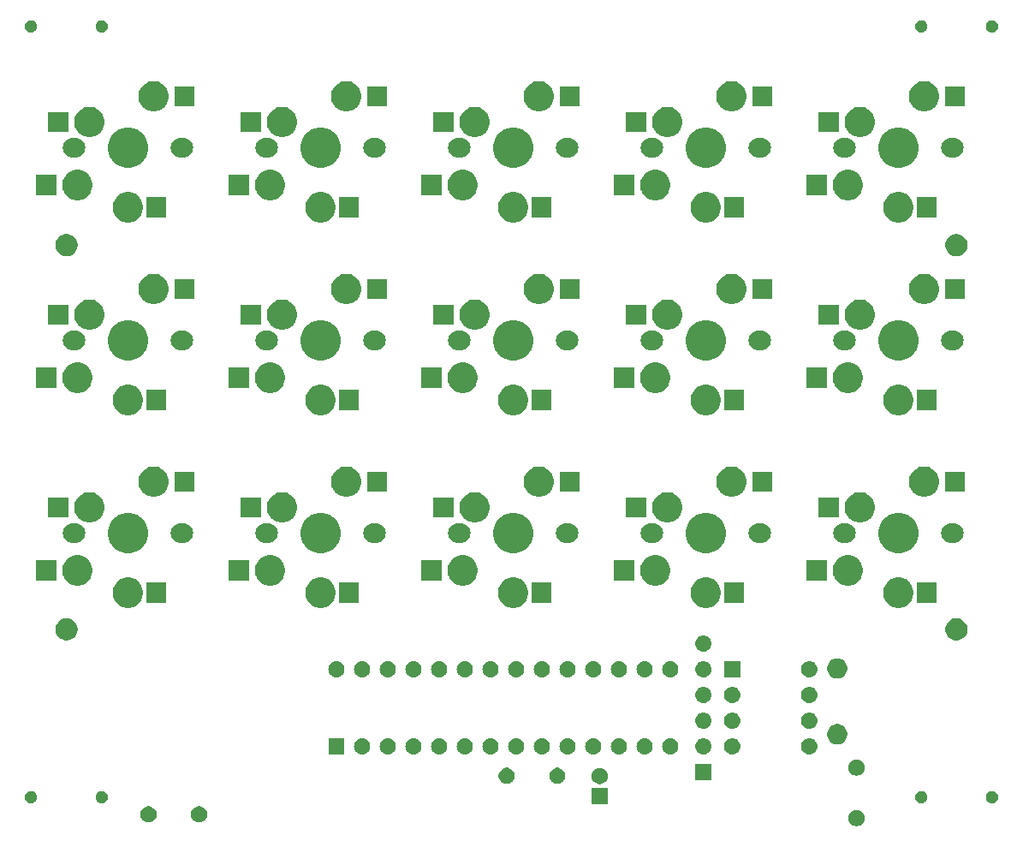
<source format=gbs>
G04 #@! TF.GenerationSoftware,KiCad,Pcbnew,(5.1.0)-1*
G04 #@! TF.CreationDate,2019-04-24T01:58:39+09:00*
G04 #@! TF.ProjectId,mithumboard,6d697468-756d-4626-9f61-72642e6b6963,rev?*
G04 #@! TF.SameCoordinates,Original*
G04 #@! TF.FileFunction,Soldermask,Bot*
G04 #@! TF.FilePolarity,Negative*
%FSLAX46Y46*%
G04 Gerber Fmt 4.6, Leading zero omitted, Abs format (unit mm)*
G04 Created by KiCad (PCBNEW (5.1.0)-1) date 2019-04-24 01:58:39*
%MOMM*%
%LPD*%
G04 APERTURE LIST*
%ADD10C,0.100000*%
G04 APERTURE END LIST*
D10*
G36*
X143362351Y-122896743D02*
G01*
X143507941Y-122957048D01*
X143638970Y-123044599D01*
X143750401Y-123156030D01*
X143837952Y-123287059D01*
X143898257Y-123432649D01*
X143929000Y-123587206D01*
X143929000Y-123744794D01*
X143898257Y-123899351D01*
X143837952Y-124044941D01*
X143750401Y-124175970D01*
X143638970Y-124287401D01*
X143507941Y-124374952D01*
X143362351Y-124435257D01*
X143207794Y-124466000D01*
X143050206Y-124466000D01*
X142895649Y-124435257D01*
X142750059Y-124374952D01*
X142619030Y-124287401D01*
X142507599Y-124175970D01*
X142420048Y-124044941D01*
X142359743Y-123899351D01*
X142329000Y-123744794D01*
X142329000Y-123587206D01*
X142359743Y-123432649D01*
X142420048Y-123287059D01*
X142507599Y-123156030D01*
X142619030Y-123044599D01*
X142750059Y-122957048D01*
X142895649Y-122896743D01*
X143050206Y-122866000D01*
X143207794Y-122866000D01*
X143362351Y-122896743D01*
X143362351Y-122896743D01*
G37*
G36*
X73338351Y-122515743D02*
G01*
X73483941Y-122576048D01*
X73614970Y-122663599D01*
X73726401Y-122775030D01*
X73813952Y-122906059D01*
X73874257Y-123051649D01*
X73905000Y-123206206D01*
X73905000Y-123363794D01*
X73874257Y-123518351D01*
X73813952Y-123663941D01*
X73726401Y-123794970D01*
X73614970Y-123906401D01*
X73483941Y-123993952D01*
X73338351Y-124054257D01*
X73183794Y-124085000D01*
X73026206Y-124085000D01*
X72871649Y-124054257D01*
X72726059Y-123993952D01*
X72595030Y-123906401D01*
X72483599Y-123794970D01*
X72396048Y-123663941D01*
X72335743Y-123518351D01*
X72305000Y-123363794D01*
X72305000Y-123206206D01*
X72335743Y-123051649D01*
X72396048Y-122906059D01*
X72483599Y-122775030D01*
X72595030Y-122663599D01*
X72726059Y-122576048D01*
X72871649Y-122515743D01*
X73026206Y-122485000D01*
X73183794Y-122485000D01*
X73338351Y-122515743D01*
X73338351Y-122515743D01*
G37*
G36*
X78338351Y-122515743D02*
G01*
X78483941Y-122576048D01*
X78614970Y-122663599D01*
X78726401Y-122775030D01*
X78813952Y-122906059D01*
X78874257Y-123051649D01*
X78905000Y-123206206D01*
X78905000Y-123363794D01*
X78874257Y-123518351D01*
X78813952Y-123663941D01*
X78726401Y-123794970D01*
X78614970Y-123906401D01*
X78483941Y-123993952D01*
X78338351Y-124054257D01*
X78183794Y-124085000D01*
X78026206Y-124085000D01*
X77871649Y-124054257D01*
X77726059Y-123993952D01*
X77595030Y-123906401D01*
X77483599Y-123794970D01*
X77396048Y-123663941D01*
X77335743Y-123518351D01*
X77305000Y-123363794D01*
X77305000Y-123206206D01*
X77335743Y-123051649D01*
X77396048Y-122906059D01*
X77483599Y-122775030D01*
X77595030Y-122663599D01*
X77726059Y-122576048D01*
X77871649Y-122515743D01*
X78026206Y-122485000D01*
X78183794Y-122485000D01*
X78338351Y-122515743D01*
X78338351Y-122515743D01*
G37*
G36*
X118530000Y-122290000D02*
G01*
X116930000Y-122290000D01*
X116930000Y-120690000D01*
X118530000Y-120690000D01*
X118530000Y-122290000D01*
X118530000Y-122290000D01*
G37*
G36*
X156700013Y-120998057D02*
G01*
X156809206Y-121043286D01*
X156907477Y-121108949D01*
X156991051Y-121192523D01*
X157056714Y-121290794D01*
X157101943Y-121399987D01*
X157125000Y-121515904D01*
X157125000Y-121634096D01*
X157101943Y-121750013D01*
X157056714Y-121859206D01*
X156991051Y-121957477D01*
X156907477Y-122041051D01*
X156809206Y-122106714D01*
X156700013Y-122151943D01*
X156584096Y-122175000D01*
X156465904Y-122175000D01*
X156349987Y-122151943D01*
X156240794Y-122106714D01*
X156142523Y-122041051D01*
X156058949Y-121957477D01*
X155993286Y-121859206D01*
X155948057Y-121750013D01*
X155925000Y-121634096D01*
X155925000Y-121515904D01*
X155948057Y-121399987D01*
X155993286Y-121290794D01*
X156058949Y-121192523D01*
X156142523Y-121108949D01*
X156240794Y-121043286D01*
X156349987Y-120998057D01*
X156465904Y-120975000D01*
X156584096Y-120975000D01*
X156700013Y-120998057D01*
X156700013Y-120998057D01*
G37*
G36*
X149700013Y-120998057D02*
G01*
X149809206Y-121043286D01*
X149907477Y-121108949D01*
X149991051Y-121192523D01*
X150056714Y-121290794D01*
X150101943Y-121399987D01*
X150125000Y-121515904D01*
X150125000Y-121634096D01*
X150101943Y-121750013D01*
X150056714Y-121859206D01*
X149991051Y-121957477D01*
X149907477Y-122041051D01*
X149809206Y-122106714D01*
X149700013Y-122151943D01*
X149584096Y-122175000D01*
X149465904Y-122175000D01*
X149349987Y-122151943D01*
X149240794Y-122106714D01*
X149142523Y-122041051D01*
X149058949Y-121957477D01*
X148993286Y-121859206D01*
X148948057Y-121750013D01*
X148925000Y-121634096D01*
X148925000Y-121515904D01*
X148948057Y-121399987D01*
X148993286Y-121290794D01*
X149058949Y-121192523D01*
X149142523Y-121108949D01*
X149240794Y-121043286D01*
X149349987Y-120998057D01*
X149465904Y-120975000D01*
X149584096Y-120975000D01*
X149700013Y-120998057D01*
X149700013Y-120998057D01*
G37*
G36*
X68655013Y-120998057D02*
G01*
X68764206Y-121043286D01*
X68862477Y-121108949D01*
X68946051Y-121192523D01*
X69011714Y-121290794D01*
X69056943Y-121399987D01*
X69080000Y-121515904D01*
X69080000Y-121634096D01*
X69056943Y-121750013D01*
X69011714Y-121859206D01*
X68946051Y-121957477D01*
X68862477Y-122041051D01*
X68764206Y-122106714D01*
X68655013Y-122151943D01*
X68539096Y-122175000D01*
X68420904Y-122175000D01*
X68304987Y-122151943D01*
X68195794Y-122106714D01*
X68097523Y-122041051D01*
X68013949Y-121957477D01*
X67948286Y-121859206D01*
X67903057Y-121750013D01*
X67880000Y-121634096D01*
X67880000Y-121515904D01*
X67903057Y-121399987D01*
X67948286Y-121290794D01*
X68013949Y-121192523D01*
X68097523Y-121108949D01*
X68195794Y-121043286D01*
X68304987Y-120998057D01*
X68420904Y-120975000D01*
X68539096Y-120975000D01*
X68655013Y-120998057D01*
X68655013Y-120998057D01*
G37*
G36*
X61655013Y-120998057D02*
G01*
X61764206Y-121043286D01*
X61862477Y-121108949D01*
X61946051Y-121192523D01*
X62011714Y-121290794D01*
X62056943Y-121399987D01*
X62080000Y-121515904D01*
X62080000Y-121634096D01*
X62056943Y-121750013D01*
X62011714Y-121859206D01*
X61946051Y-121957477D01*
X61862477Y-122041051D01*
X61764206Y-122106714D01*
X61655013Y-122151943D01*
X61539096Y-122175000D01*
X61420904Y-122175000D01*
X61304987Y-122151943D01*
X61195794Y-122106714D01*
X61097523Y-122041051D01*
X61013949Y-121957477D01*
X60948286Y-121859206D01*
X60903057Y-121750013D01*
X60880000Y-121634096D01*
X60880000Y-121515904D01*
X60903057Y-121399987D01*
X60948286Y-121290794D01*
X61013949Y-121192523D01*
X61097523Y-121108949D01*
X61195794Y-121043286D01*
X61304987Y-120998057D01*
X61420904Y-120975000D01*
X61539096Y-120975000D01*
X61655013Y-120998057D01*
X61655013Y-120998057D01*
G37*
G36*
X117963351Y-118720743D02*
G01*
X118108941Y-118781048D01*
X118239970Y-118868599D01*
X118351401Y-118980030D01*
X118438952Y-119111059D01*
X118499257Y-119256649D01*
X118530000Y-119411206D01*
X118530000Y-119568794D01*
X118499257Y-119723351D01*
X118438952Y-119868941D01*
X118351401Y-119999970D01*
X118239970Y-120111401D01*
X118108941Y-120198952D01*
X117963351Y-120259257D01*
X117808794Y-120290000D01*
X117651206Y-120290000D01*
X117496649Y-120259257D01*
X117351059Y-120198952D01*
X117220030Y-120111401D01*
X117108599Y-119999970D01*
X117021048Y-119868941D01*
X116960743Y-119723351D01*
X116930000Y-119568794D01*
X116930000Y-119411206D01*
X116960743Y-119256649D01*
X117021048Y-119111059D01*
X117108599Y-118980030D01*
X117220030Y-118868599D01*
X117351059Y-118781048D01*
X117496649Y-118720743D01*
X117651206Y-118690000D01*
X117808794Y-118690000D01*
X117963351Y-118720743D01*
X117963351Y-118720743D01*
G37*
G36*
X113771351Y-118705743D02*
G01*
X113916941Y-118766048D01*
X114047970Y-118853599D01*
X114159401Y-118965030D01*
X114246952Y-119096059D01*
X114307257Y-119241649D01*
X114338000Y-119396206D01*
X114338000Y-119553794D01*
X114307257Y-119708351D01*
X114246952Y-119853941D01*
X114159401Y-119984970D01*
X114047970Y-120096401D01*
X113916941Y-120183952D01*
X113771351Y-120244257D01*
X113616794Y-120275000D01*
X113459206Y-120275000D01*
X113304649Y-120244257D01*
X113159059Y-120183952D01*
X113028030Y-120096401D01*
X112916599Y-119984970D01*
X112829048Y-119853941D01*
X112768743Y-119708351D01*
X112738000Y-119553794D01*
X112738000Y-119396206D01*
X112768743Y-119241649D01*
X112829048Y-119096059D01*
X112916599Y-118965030D01*
X113028030Y-118853599D01*
X113159059Y-118766048D01*
X113304649Y-118705743D01*
X113459206Y-118675000D01*
X113616794Y-118675000D01*
X113771351Y-118705743D01*
X113771351Y-118705743D01*
G37*
G36*
X108771351Y-118705743D02*
G01*
X108916941Y-118766048D01*
X109047970Y-118853599D01*
X109159401Y-118965030D01*
X109246952Y-119096059D01*
X109307257Y-119241649D01*
X109338000Y-119396206D01*
X109338000Y-119553794D01*
X109307257Y-119708351D01*
X109246952Y-119853941D01*
X109159401Y-119984970D01*
X109047970Y-120096401D01*
X108916941Y-120183952D01*
X108771351Y-120244257D01*
X108616794Y-120275000D01*
X108459206Y-120275000D01*
X108304649Y-120244257D01*
X108159059Y-120183952D01*
X108028030Y-120096401D01*
X107916599Y-119984970D01*
X107829048Y-119853941D01*
X107768743Y-119708351D01*
X107738000Y-119553794D01*
X107738000Y-119396206D01*
X107768743Y-119241649D01*
X107829048Y-119096059D01*
X107916599Y-118965030D01*
X108028030Y-118853599D01*
X108159059Y-118766048D01*
X108304649Y-118705743D01*
X108459206Y-118675000D01*
X108616794Y-118675000D01*
X108771351Y-118705743D01*
X108771351Y-118705743D01*
G37*
G36*
X128789000Y-119894000D02*
G01*
X127189000Y-119894000D01*
X127189000Y-118294000D01*
X128789000Y-118294000D01*
X128789000Y-119894000D01*
X128789000Y-119894000D01*
G37*
G36*
X143362351Y-117896743D02*
G01*
X143507941Y-117957048D01*
X143638970Y-118044599D01*
X143750401Y-118156030D01*
X143837952Y-118287059D01*
X143898257Y-118432649D01*
X143929000Y-118587206D01*
X143929000Y-118744794D01*
X143898257Y-118899351D01*
X143837952Y-119044941D01*
X143750401Y-119175970D01*
X143638970Y-119287401D01*
X143507941Y-119374952D01*
X143362351Y-119435257D01*
X143207794Y-119466000D01*
X143050206Y-119466000D01*
X142895649Y-119435257D01*
X142750059Y-119374952D01*
X142619030Y-119287401D01*
X142507599Y-119175970D01*
X142420048Y-119044941D01*
X142359743Y-118899351D01*
X142329000Y-118744794D01*
X142329000Y-118587206D01*
X142359743Y-118432649D01*
X142420048Y-118287059D01*
X142507599Y-118156030D01*
X142619030Y-118044599D01*
X142750059Y-117957048D01*
X142895649Y-117896743D01*
X143050206Y-117866000D01*
X143207794Y-117866000D01*
X143362351Y-117896743D01*
X143362351Y-117896743D01*
G37*
G36*
X124792471Y-115757859D02*
G01*
X124870827Y-115765576D01*
X125021628Y-115811321D01*
X125021630Y-115811322D01*
X125160605Y-115885606D01*
X125282422Y-115985578D01*
X125382394Y-116107395D01*
X125456047Y-116245189D01*
X125456679Y-116246372D01*
X125502424Y-116397173D01*
X125517870Y-116554000D01*
X125502424Y-116710827D01*
X125456679Y-116861628D01*
X125456678Y-116861630D01*
X125382394Y-117000605D01*
X125282422Y-117122422D01*
X125160605Y-117222394D01*
X125021630Y-117296678D01*
X125021628Y-117296679D01*
X124870827Y-117342424D01*
X124792471Y-117350141D01*
X124753294Y-117354000D01*
X124674706Y-117354000D01*
X124635529Y-117350141D01*
X124557173Y-117342424D01*
X124406372Y-117296679D01*
X124406370Y-117296678D01*
X124267395Y-117222394D01*
X124145578Y-117122422D01*
X124045606Y-117000605D01*
X123971322Y-116861630D01*
X123971321Y-116861628D01*
X123925576Y-116710827D01*
X123910130Y-116554000D01*
X123925576Y-116397173D01*
X123971321Y-116246372D01*
X123971953Y-116245189D01*
X124045606Y-116107395D01*
X124145578Y-115985578D01*
X124267395Y-115885606D01*
X124406370Y-115811322D01*
X124406372Y-115811321D01*
X124557173Y-115765576D01*
X124635529Y-115757859D01*
X124674706Y-115754000D01*
X124753294Y-115754000D01*
X124792471Y-115757859D01*
X124792471Y-115757859D01*
G37*
G36*
X122252471Y-115757859D02*
G01*
X122330827Y-115765576D01*
X122481628Y-115811321D01*
X122481630Y-115811322D01*
X122620605Y-115885606D01*
X122742422Y-115985578D01*
X122842394Y-116107395D01*
X122916047Y-116245189D01*
X122916679Y-116246372D01*
X122962424Y-116397173D01*
X122977870Y-116554000D01*
X122962424Y-116710827D01*
X122916679Y-116861628D01*
X122916678Y-116861630D01*
X122842394Y-117000605D01*
X122742422Y-117122422D01*
X122620605Y-117222394D01*
X122481630Y-117296678D01*
X122481628Y-117296679D01*
X122330827Y-117342424D01*
X122252471Y-117350141D01*
X122213294Y-117354000D01*
X122134706Y-117354000D01*
X122095529Y-117350141D01*
X122017173Y-117342424D01*
X121866372Y-117296679D01*
X121866370Y-117296678D01*
X121727395Y-117222394D01*
X121605578Y-117122422D01*
X121505606Y-117000605D01*
X121431322Y-116861630D01*
X121431321Y-116861628D01*
X121385576Y-116710827D01*
X121370130Y-116554000D01*
X121385576Y-116397173D01*
X121431321Y-116246372D01*
X121431953Y-116245189D01*
X121505606Y-116107395D01*
X121605578Y-115985578D01*
X121727395Y-115885606D01*
X121866370Y-115811322D01*
X121866372Y-115811321D01*
X122017173Y-115765576D01*
X122095529Y-115757859D01*
X122134706Y-115754000D01*
X122213294Y-115754000D01*
X122252471Y-115757859D01*
X122252471Y-115757859D01*
G37*
G36*
X119712471Y-115757859D02*
G01*
X119790827Y-115765576D01*
X119941628Y-115811321D01*
X119941630Y-115811322D01*
X120080605Y-115885606D01*
X120202422Y-115985578D01*
X120302394Y-116107395D01*
X120376047Y-116245189D01*
X120376679Y-116246372D01*
X120422424Y-116397173D01*
X120437870Y-116554000D01*
X120422424Y-116710827D01*
X120376679Y-116861628D01*
X120376678Y-116861630D01*
X120302394Y-117000605D01*
X120202422Y-117122422D01*
X120080605Y-117222394D01*
X119941630Y-117296678D01*
X119941628Y-117296679D01*
X119790827Y-117342424D01*
X119712471Y-117350141D01*
X119673294Y-117354000D01*
X119594706Y-117354000D01*
X119555529Y-117350141D01*
X119477173Y-117342424D01*
X119326372Y-117296679D01*
X119326370Y-117296678D01*
X119187395Y-117222394D01*
X119065578Y-117122422D01*
X118965606Y-117000605D01*
X118891322Y-116861630D01*
X118891321Y-116861628D01*
X118845576Y-116710827D01*
X118830130Y-116554000D01*
X118845576Y-116397173D01*
X118891321Y-116246372D01*
X118891953Y-116245189D01*
X118965606Y-116107395D01*
X119065578Y-115985578D01*
X119187395Y-115885606D01*
X119326370Y-115811322D01*
X119326372Y-115811321D01*
X119477173Y-115765576D01*
X119555529Y-115757859D01*
X119594706Y-115754000D01*
X119673294Y-115754000D01*
X119712471Y-115757859D01*
X119712471Y-115757859D01*
G37*
G36*
X128067471Y-115757859D02*
G01*
X128145827Y-115765576D01*
X128296628Y-115811321D01*
X128296630Y-115811322D01*
X128435605Y-115885606D01*
X128557422Y-115985578D01*
X128657394Y-116107395D01*
X128731047Y-116245189D01*
X128731679Y-116246372D01*
X128777424Y-116397173D01*
X128792870Y-116554000D01*
X128777424Y-116710827D01*
X128731679Y-116861628D01*
X128731678Y-116861630D01*
X128657394Y-117000605D01*
X128557422Y-117122422D01*
X128435605Y-117222394D01*
X128296630Y-117296678D01*
X128296628Y-117296679D01*
X128145827Y-117342424D01*
X128067471Y-117350141D01*
X128028294Y-117354000D01*
X127949706Y-117354000D01*
X127910529Y-117350141D01*
X127832173Y-117342424D01*
X127681372Y-117296679D01*
X127681370Y-117296678D01*
X127542395Y-117222394D01*
X127420578Y-117122422D01*
X127320606Y-117000605D01*
X127246322Y-116861630D01*
X127246321Y-116861628D01*
X127200576Y-116710827D01*
X127185130Y-116554000D01*
X127200576Y-116397173D01*
X127246321Y-116246372D01*
X127246953Y-116245189D01*
X127320606Y-116107395D01*
X127420578Y-115985578D01*
X127542395Y-115885606D01*
X127681370Y-115811322D01*
X127681372Y-115811321D01*
X127832173Y-115765576D01*
X127910529Y-115757859D01*
X127949706Y-115754000D01*
X128028294Y-115754000D01*
X128067471Y-115757859D01*
X128067471Y-115757859D01*
G37*
G36*
X117172471Y-115757859D02*
G01*
X117250827Y-115765576D01*
X117401628Y-115811321D01*
X117401630Y-115811322D01*
X117540605Y-115885606D01*
X117662422Y-115985578D01*
X117762394Y-116107395D01*
X117836047Y-116245189D01*
X117836679Y-116246372D01*
X117882424Y-116397173D01*
X117897870Y-116554000D01*
X117882424Y-116710827D01*
X117836679Y-116861628D01*
X117836678Y-116861630D01*
X117762394Y-117000605D01*
X117662422Y-117122422D01*
X117540605Y-117222394D01*
X117401630Y-117296678D01*
X117401628Y-117296679D01*
X117250827Y-117342424D01*
X117172471Y-117350141D01*
X117133294Y-117354000D01*
X117054706Y-117354000D01*
X117015529Y-117350141D01*
X116937173Y-117342424D01*
X116786372Y-117296679D01*
X116786370Y-117296678D01*
X116647395Y-117222394D01*
X116525578Y-117122422D01*
X116425606Y-117000605D01*
X116351322Y-116861630D01*
X116351321Y-116861628D01*
X116305576Y-116710827D01*
X116290130Y-116554000D01*
X116305576Y-116397173D01*
X116351321Y-116246372D01*
X116351953Y-116245189D01*
X116425606Y-116107395D01*
X116525578Y-115985578D01*
X116647395Y-115885606D01*
X116786370Y-115811322D01*
X116786372Y-115811321D01*
X116937173Y-115765576D01*
X117015529Y-115757859D01*
X117054706Y-115754000D01*
X117133294Y-115754000D01*
X117172471Y-115757859D01*
X117172471Y-115757859D01*
G37*
G36*
X114632471Y-115757859D02*
G01*
X114710827Y-115765576D01*
X114861628Y-115811321D01*
X114861630Y-115811322D01*
X115000605Y-115885606D01*
X115122422Y-115985578D01*
X115222394Y-116107395D01*
X115296047Y-116245189D01*
X115296679Y-116246372D01*
X115342424Y-116397173D01*
X115357870Y-116554000D01*
X115342424Y-116710827D01*
X115296679Y-116861628D01*
X115296678Y-116861630D01*
X115222394Y-117000605D01*
X115122422Y-117122422D01*
X115000605Y-117222394D01*
X114861630Y-117296678D01*
X114861628Y-117296679D01*
X114710827Y-117342424D01*
X114632471Y-117350141D01*
X114593294Y-117354000D01*
X114514706Y-117354000D01*
X114475529Y-117350141D01*
X114397173Y-117342424D01*
X114246372Y-117296679D01*
X114246370Y-117296678D01*
X114107395Y-117222394D01*
X113985578Y-117122422D01*
X113885606Y-117000605D01*
X113811322Y-116861630D01*
X113811321Y-116861628D01*
X113765576Y-116710827D01*
X113750130Y-116554000D01*
X113765576Y-116397173D01*
X113811321Y-116246372D01*
X113811953Y-116245189D01*
X113885606Y-116107395D01*
X113985578Y-115985578D01*
X114107395Y-115885606D01*
X114246370Y-115811322D01*
X114246372Y-115811321D01*
X114397173Y-115765576D01*
X114475529Y-115757859D01*
X114514706Y-115754000D01*
X114593294Y-115754000D01*
X114632471Y-115757859D01*
X114632471Y-115757859D01*
G37*
G36*
X112092471Y-115757859D02*
G01*
X112170827Y-115765576D01*
X112321628Y-115811321D01*
X112321630Y-115811322D01*
X112460605Y-115885606D01*
X112582422Y-115985578D01*
X112682394Y-116107395D01*
X112756047Y-116245189D01*
X112756679Y-116246372D01*
X112802424Y-116397173D01*
X112817870Y-116554000D01*
X112802424Y-116710827D01*
X112756679Y-116861628D01*
X112756678Y-116861630D01*
X112682394Y-117000605D01*
X112582422Y-117122422D01*
X112460605Y-117222394D01*
X112321630Y-117296678D01*
X112321628Y-117296679D01*
X112170827Y-117342424D01*
X112092471Y-117350141D01*
X112053294Y-117354000D01*
X111974706Y-117354000D01*
X111935529Y-117350141D01*
X111857173Y-117342424D01*
X111706372Y-117296679D01*
X111706370Y-117296678D01*
X111567395Y-117222394D01*
X111445578Y-117122422D01*
X111345606Y-117000605D01*
X111271322Y-116861630D01*
X111271321Y-116861628D01*
X111225576Y-116710827D01*
X111210130Y-116554000D01*
X111225576Y-116397173D01*
X111271321Y-116246372D01*
X111271953Y-116245189D01*
X111345606Y-116107395D01*
X111445578Y-115985578D01*
X111567395Y-115885606D01*
X111706370Y-115811322D01*
X111706372Y-115811321D01*
X111857173Y-115765576D01*
X111935529Y-115757859D01*
X111974706Y-115754000D01*
X112053294Y-115754000D01*
X112092471Y-115757859D01*
X112092471Y-115757859D01*
G37*
G36*
X107012471Y-115757859D02*
G01*
X107090827Y-115765576D01*
X107241628Y-115811321D01*
X107241630Y-115811322D01*
X107380605Y-115885606D01*
X107502422Y-115985578D01*
X107602394Y-116107395D01*
X107676047Y-116245189D01*
X107676679Y-116246372D01*
X107722424Y-116397173D01*
X107737870Y-116554000D01*
X107722424Y-116710827D01*
X107676679Y-116861628D01*
X107676678Y-116861630D01*
X107602394Y-117000605D01*
X107502422Y-117122422D01*
X107380605Y-117222394D01*
X107241630Y-117296678D01*
X107241628Y-117296679D01*
X107090827Y-117342424D01*
X107012471Y-117350141D01*
X106973294Y-117354000D01*
X106894706Y-117354000D01*
X106855529Y-117350141D01*
X106777173Y-117342424D01*
X106626372Y-117296679D01*
X106626370Y-117296678D01*
X106487395Y-117222394D01*
X106365578Y-117122422D01*
X106265606Y-117000605D01*
X106191322Y-116861630D01*
X106191321Y-116861628D01*
X106145576Y-116710827D01*
X106130130Y-116554000D01*
X106145576Y-116397173D01*
X106191321Y-116246372D01*
X106191953Y-116245189D01*
X106265606Y-116107395D01*
X106365578Y-115985578D01*
X106487395Y-115885606D01*
X106626370Y-115811322D01*
X106626372Y-115811321D01*
X106777173Y-115765576D01*
X106855529Y-115757859D01*
X106894706Y-115754000D01*
X106973294Y-115754000D01*
X107012471Y-115757859D01*
X107012471Y-115757859D01*
G37*
G36*
X104472471Y-115757859D02*
G01*
X104550827Y-115765576D01*
X104701628Y-115811321D01*
X104701630Y-115811322D01*
X104840605Y-115885606D01*
X104962422Y-115985578D01*
X105062394Y-116107395D01*
X105136047Y-116245189D01*
X105136679Y-116246372D01*
X105182424Y-116397173D01*
X105197870Y-116554000D01*
X105182424Y-116710827D01*
X105136679Y-116861628D01*
X105136678Y-116861630D01*
X105062394Y-117000605D01*
X104962422Y-117122422D01*
X104840605Y-117222394D01*
X104701630Y-117296678D01*
X104701628Y-117296679D01*
X104550827Y-117342424D01*
X104472471Y-117350141D01*
X104433294Y-117354000D01*
X104354706Y-117354000D01*
X104315529Y-117350141D01*
X104237173Y-117342424D01*
X104086372Y-117296679D01*
X104086370Y-117296678D01*
X103947395Y-117222394D01*
X103825578Y-117122422D01*
X103725606Y-117000605D01*
X103651322Y-116861630D01*
X103651321Y-116861628D01*
X103605576Y-116710827D01*
X103590130Y-116554000D01*
X103605576Y-116397173D01*
X103651321Y-116246372D01*
X103651953Y-116245189D01*
X103725606Y-116107395D01*
X103825578Y-115985578D01*
X103947395Y-115885606D01*
X104086370Y-115811322D01*
X104086372Y-115811321D01*
X104237173Y-115765576D01*
X104315529Y-115757859D01*
X104354706Y-115754000D01*
X104433294Y-115754000D01*
X104472471Y-115757859D01*
X104472471Y-115757859D01*
G37*
G36*
X101932471Y-115757859D02*
G01*
X102010827Y-115765576D01*
X102161628Y-115811321D01*
X102161630Y-115811322D01*
X102300605Y-115885606D01*
X102422422Y-115985578D01*
X102522394Y-116107395D01*
X102596047Y-116245189D01*
X102596679Y-116246372D01*
X102642424Y-116397173D01*
X102657870Y-116554000D01*
X102642424Y-116710827D01*
X102596679Y-116861628D01*
X102596678Y-116861630D01*
X102522394Y-117000605D01*
X102422422Y-117122422D01*
X102300605Y-117222394D01*
X102161630Y-117296678D01*
X102161628Y-117296679D01*
X102010827Y-117342424D01*
X101932471Y-117350141D01*
X101893294Y-117354000D01*
X101814706Y-117354000D01*
X101775529Y-117350141D01*
X101697173Y-117342424D01*
X101546372Y-117296679D01*
X101546370Y-117296678D01*
X101407395Y-117222394D01*
X101285578Y-117122422D01*
X101185606Y-117000605D01*
X101111322Y-116861630D01*
X101111321Y-116861628D01*
X101065576Y-116710827D01*
X101050130Y-116554000D01*
X101065576Y-116397173D01*
X101111321Y-116246372D01*
X101111953Y-116245189D01*
X101185606Y-116107395D01*
X101285578Y-115985578D01*
X101407395Y-115885606D01*
X101546370Y-115811322D01*
X101546372Y-115811321D01*
X101697173Y-115765576D01*
X101775529Y-115757859D01*
X101814706Y-115754000D01*
X101893294Y-115754000D01*
X101932471Y-115757859D01*
X101932471Y-115757859D01*
G37*
G36*
X99392471Y-115757859D02*
G01*
X99470827Y-115765576D01*
X99621628Y-115811321D01*
X99621630Y-115811322D01*
X99760605Y-115885606D01*
X99882422Y-115985578D01*
X99982394Y-116107395D01*
X100056047Y-116245189D01*
X100056679Y-116246372D01*
X100102424Y-116397173D01*
X100117870Y-116554000D01*
X100102424Y-116710827D01*
X100056679Y-116861628D01*
X100056678Y-116861630D01*
X99982394Y-117000605D01*
X99882422Y-117122422D01*
X99760605Y-117222394D01*
X99621630Y-117296678D01*
X99621628Y-117296679D01*
X99470827Y-117342424D01*
X99392471Y-117350141D01*
X99353294Y-117354000D01*
X99274706Y-117354000D01*
X99235529Y-117350141D01*
X99157173Y-117342424D01*
X99006372Y-117296679D01*
X99006370Y-117296678D01*
X98867395Y-117222394D01*
X98745578Y-117122422D01*
X98645606Y-117000605D01*
X98571322Y-116861630D01*
X98571321Y-116861628D01*
X98525576Y-116710827D01*
X98510130Y-116554000D01*
X98525576Y-116397173D01*
X98571321Y-116246372D01*
X98571953Y-116245189D01*
X98645606Y-116107395D01*
X98745578Y-115985578D01*
X98867395Y-115885606D01*
X99006370Y-115811322D01*
X99006372Y-115811321D01*
X99157173Y-115765576D01*
X99235529Y-115757859D01*
X99274706Y-115754000D01*
X99353294Y-115754000D01*
X99392471Y-115757859D01*
X99392471Y-115757859D01*
G37*
G36*
X96852471Y-115757859D02*
G01*
X96930827Y-115765576D01*
X97081628Y-115811321D01*
X97081630Y-115811322D01*
X97220605Y-115885606D01*
X97342422Y-115985578D01*
X97442394Y-116107395D01*
X97516047Y-116245189D01*
X97516679Y-116246372D01*
X97562424Y-116397173D01*
X97577870Y-116554000D01*
X97562424Y-116710827D01*
X97516679Y-116861628D01*
X97516678Y-116861630D01*
X97442394Y-117000605D01*
X97342422Y-117122422D01*
X97220605Y-117222394D01*
X97081630Y-117296678D01*
X97081628Y-117296679D01*
X96930827Y-117342424D01*
X96852471Y-117350141D01*
X96813294Y-117354000D01*
X96734706Y-117354000D01*
X96695529Y-117350141D01*
X96617173Y-117342424D01*
X96466372Y-117296679D01*
X96466370Y-117296678D01*
X96327395Y-117222394D01*
X96205578Y-117122422D01*
X96105606Y-117000605D01*
X96031322Y-116861630D01*
X96031321Y-116861628D01*
X95985576Y-116710827D01*
X95970130Y-116554000D01*
X95985576Y-116397173D01*
X96031321Y-116246372D01*
X96031953Y-116245189D01*
X96105606Y-116107395D01*
X96205578Y-115985578D01*
X96327395Y-115885606D01*
X96466370Y-115811322D01*
X96466372Y-115811321D01*
X96617173Y-115765576D01*
X96695529Y-115757859D01*
X96734706Y-115754000D01*
X96813294Y-115754000D01*
X96852471Y-115757859D01*
X96852471Y-115757859D01*
G37*
G36*
X94312471Y-115757859D02*
G01*
X94390827Y-115765576D01*
X94541628Y-115811321D01*
X94541630Y-115811322D01*
X94680605Y-115885606D01*
X94802422Y-115985578D01*
X94902394Y-116107395D01*
X94976047Y-116245189D01*
X94976679Y-116246372D01*
X95022424Y-116397173D01*
X95037870Y-116554000D01*
X95022424Y-116710827D01*
X94976679Y-116861628D01*
X94976678Y-116861630D01*
X94902394Y-117000605D01*
X94802422Y-117122422D01*
X94680605Y-117222394D01*
X94541630Y-117296678D01*
X94541628Y-117296679D01*
X94390827Y-117342424D01*
X94312471Y-117350141D01*
X94273294Y-117354000D01*
X94194706Y-117354000D01*
X94155529Y-117350141D01*
X94077173Y-117342424D01*
X93926372Y-117296679D01*
X93926370Y-117296678D01*
X93787395Y-117222394D01*
X93665578Y-117122422D01*
X93565606Y-117000605D01*
X93491322Y-116861630D01*
X93491321Y-116861628D01*
X93445576Y-116710827D01*
X93430130Y-116554000D01*
X93445576Y-116397173D01*
X93491321Y-116246372D01*
X93491953Y-116245189D01*
X93565606Y-116107395D01*
X93665578Y-115985578D01*
X93787395Y-115885606D01*
X93926370Y-115811322D01*
X93926372Y-115811321D01*
X94077173Y-115765576D01*
X94155529Y-115757859D01*
X94194706Y-115754000D01*
X94273294Y-115754000D01*
X94312471Y-115757859D01*
X94312471Y-115757859D01*
G37*
G36*
X92494000Y-117354000D02*
G01*
X90894000Y-117354000D01*
X90894000Y-115754000D01*
X92494000Y-115754000D01*
X92494000Y-117354000D01*
X92494000Y-117354000D01*
G37*
G36*
X130911471Y-115757859D02*
G01*
X130989827Y-115765576D01*
X131140628Y-115811321D01*
X131140630Y-115811322D01*
X131279605Y-115885606D01*
X131401422Y-115985578D01*
X131501394Y-116107395D01*
X131575047Y-116245189D01*
X131575679Y-116246372D01*
X131621424Y-116397173D01*
X131636870Y-116554000D01*
X131621424Y-116710827D01*
X131575679Y-116861628D01*
X131575678Y-116861630D01*
X131501394Y-117000605D01*
X131401422Y-117122422D01*
X131279605Y-117222394D01*
X131140630Y-117296678D01*
X131140628Y-117296679D01*
X130989827Y-117342424D01*
X130911471Y-117350141D01*
X130872294Y-117354000D01*
X130793706Y-117354000D01*
X130754529Y-117350141D01*
X130676173Y-117342424D01*
X130525372Y-117296679D01*
X130525370Y-117296678D01*
X130386395Y-117222394D01*
X130264578Y-117122422D01*
X130164606Y-117000605D01*
X130090322Y-116861630D01*
X130090321Y-116861628D01*
X130044576Y-116710827D01*
X130029130Y-116554000D01*
X130044576Y-116397173D01*
X130090321Y-116246372D01*
X130090953Y-116245189D01*
X130164606Y-116107395D01*
X130264578Y-115985578D01*
X130386395Y-115885606D01*
X130525370Y-115811322D01*
X130525372Y-115811321D01*
X130676173Y-115765576D01*
X130754529Y-115757859D01*
X130793706Y-115754000D01*
X130872294Y-115754000D01*
X130911471Y-115757859D01*
X130911471Y-115757859D01*
G37*
G36*
X109552471Y-115757859D02*
G01*
X109630827Y-115765576D01*
X109781628Y-115811321D01*
X109781630Y-115811322D01*
X109920605Y-115885606D01*
X110042422Y-115985578D01*
X110142394Y-116107395D01*
X110216047Y-116245189D01*
X110216679Y-116246372D01*
X110262424Y-116397173D01*
X110277870Y-116554000D01*
X110262424Y-116710827D01*
X110216679Y-116861628D01*
X110216678Y-116861630D01*
X110142394Y-117000605D01*
X110042422Y-117122422D01*
X109920605Y-117222394D01*
X109781630Y-117296678D01*
X109781628Y-117296679D01*
X109630827Y-117342424D01*
X109552471Y-117350141D01*
X109513294Y-117354000D01*
X109434706Y-117354000D01*
X109395529Y-117350141D01*
X109317173Y-117342424D01*
X109166372Y-117296679D01*
X109166370Y-117296678D01*
X109027395Y-117222394D01*
X108905578Y-117122422D01*
X108805606Y-117000605D01*
X108731322Y-116861630D01*
X108731321Y-116861628D01*
X108685576Y-116710827D01*
X108670130Y-116554000D01*
X108685576Y-116397173D01*
X108731321Y-116246372D01*
X108731953Y-116245189D01*
X108805606Y-116107395D01*
X108905578Y-115985578D01*
X109027395Y-115885606D01*
X109166370Y-115811322D01*
X109166372Y-115811321D01*
X109317173Y-115765576D01*
X109395529Y-115757859D01*
X109434706Y-115754000D01*
X109513294Y-115754000D01*
X109552471Y-115757859D01*
X109552471Y-115757859D01*
G37*
G36*
X138531471Y-115757859D02*
G01*
X138609827Y-115765576D01*
X138760628Y-115811321D01*
X138760630Y-115811322D01*
X138899605Y-115885606D01*
X139021422Y-115985578D01*
X139121394Y-116107395D01*
X139195047Y-116245189D01*
X139195679Y-116246372D01*
X139241424Y-116397173D01*
X139256870Y-116554000D01*
X139241424Y-116710827D01*
X139195679Y-116861628D01*
X139195678Y-116861630D01*
X139121394Y-117000605D01*
X139021422Y-117122422D01*
X138899605Y-117222394D01*
X138760630Y-117296678D01*
X138760628Y-117296679D01*
X138609827Y-117342424D01*
X138531471Y-117350141D01*
X138492294Y-117354000D01*
X138413706Y-117354000D01*
X138374529Y-117350141D01*
X138296173Y-117342424D01*
X138145372Y-117296679D01*
X138145370Y-117296678D01*
X138006395Y-117222394D01*
X137884578Y-117122422D01*
X137784606Y-117000605D01*
X137710322Y-116861630D01*
X137710321Y-116861628D01*
X137664576Y-116710827D01*
X137649130Y-116554000D01*
X137664576Y-116397173D01*
X137710321Y-116246372D01*
X137710953Y-116245189D01*
X137784606Y-116107395D01*
X137884578Y-115985578D01*
X138006395Y-115885606D01*
X138145370Y-115811322D01*
X138145372Y-115811321D01*
X138296173Y-115765576D01*
X138374529Y-115757859D01*
X138413706Y-115754000D01*
X138492294Y-115754000D01*
X138531471Y-115757859D01*
X138531471Y-115757859D01*
G37*
G36*
X141451290Y-114384619D02*
G01*
X141515689Y-114397429D01*
X141697678Y-114472811D01*
X141861463Y-114582249D01*
X142000751Y-114721537D01*
X142110189Y-114885322D01*
X142185571Y-115067311D01*
X142224000Y-115260509D01*
X142224000Y-115457491D01*
X142185571Y-115650689D01*
X142110189Y-115832678D01*
X142000751Y-115996463D01*
X141861463Y-116135751D01*
X141697678Y-116245189D01*
X141515689Y-116320571D01*
X141451290Y-116333381D01*
X141322493Y-116359000D01*
X141125507Y-116359000D01*
X140996710Y-116333381D01*
X140932311Y-116320571D01*
X140750322Y-116245189D01*
X140586537Y-116135751D01*
X140447249Y-115996463D01*
X140337811Y-115832678D01*
X140262429Y-115650689D01*
X140224000Y-115457491D01*
X140224000Y-115260509D01*
X140262429Y-115067311D01*
X140337811Y-114885322D01*
X140447249Y-114721537D01*
X140586537Y-114582249D01*
X140750322Y-114472811D01*
X140932311Y-114397429D01*
X140996710Y-114384619D01*
X141125507Y-114359000D01*
X141322493Y-114359000D01*
X141451290Y-114384619D01*
X141451290Y-114384619D01*
G37*
G36*
X130911471Y-113217859D02*
G01*
X130989827Y-113225576D01*
X131140628Y-113271321D01*
X131140630Y-113271322D01*
X131279605Y-113345606D01*
X131279607Y-113345607D01*
X131279606Y-113345607D01*
X131401422Y-113445578D01*
X131501393Y-113567394D01*
X131575679Y-113706372D01*
X131621424Y-113857173D01*
X131636870Y-114014000D01*
X131621424Y-114170827D01*
X131575679Y-114321628D01*
X131575678Y-114321630D01*
X131501394Y-114460605D01*
X131401422Y-114582422D01*
X131279605Y-114682394D01*
X131206370Y-114721539D01*
X131140628Y-114756679D01*
X130989827Y-114802424D01*
X130911471Y-114810141D01*
X130872294Y-114814000D01*
X130793706Y-114814000D01*
X130754529Y-114810141D01*
X130676173Y-114802424D01*
X130525372Y-114756679D01*
X130459630Y-114721539D01*
X130386395Y-114682394D01*
X130264578Y-114582422D01*
X130164606Y-114460605D01*
X130090322Y-114321630D01*
X130090321Y-114321628D01*
X130044576Y-114170827D01*
X130029130Y-114014000D01*
X130044576Y-113857173D01*
X130090321Y-113706372D01*
X130164607Y-113567394D01*
X130264578Y-113445578D01*
X130386394Y-113345607D01*
X130386393Y-113345607D01*
X130386395Y-113345606D01*
X130525370Y-113271322D01*
X130525372Y-113271321D01*
X130676173Y-113225576D01*
X130754529Y-113217859D01*
X130793706Y-113214000D01*
X130872294Y-113214000D01*
X130911471Y-113217859D01*
X130911471Y-113217859D01*
G37*
G36*
X128067471Y-113217859D02*
G01*
X128145827Y-113225576D01*
X128296628Y-113271321D01*
X128296630Y-113271322D01*
X128435605Y-113345606D01*
X128435607Y-113345607D01*
X128435606Y-113345607D01*
X128557422Y-113445578D01*
X128657393Y-113567394D01*
X128731679Y-113706372D01*
X128777424Y-113857173D01*
X128792870Y-114014000D01*
X128777424Y-114170827D01*
X128731679Y-114321628D01*
X128731678Y-114321630D01*
X128657394Y-114460605D01*
X128557422Y-114582422D01*
X128435605Y-114682394D01*
X128362370Y-114721539D01*
X128296628Y-114756679D01*
X128145827Y-114802424D01*
X128067471Y-114810141D01*
X128028294Y-114814000D01*
X127949706Y-114814000D01*
X127910529Y-114810141D01*
X127832173Y-114802424D01*
X127681372Y-114756679D01*
X127615630Y-114721539D01*
X127542395Y-114682394D01*
X127420578Y-114582422D01*
X127320606Y-114460605D01*
X127246322Y-114321630D01*
X127246321Y-114321628D01*
X127200576Y-114170827D01*
X127185130Y-114014000D01*
X127200576Y-113857173D01*
X127246321Y-113706372D01*
X127320607Y-113567394D01*
X127420578Y-113445578D01*
X127542394Y-113345607D01*
X127542393Y-113345607D01*
X127542395Y-113345606D01*
X127681370Y-113271322D01*
X127681372Y-113271321D01*
X127832173Y-113225576D01*
X127910529Y-113217859D01*
X127949706Y-113214000D01*
X128028294Y-113214000D01*
X128067471Y-113217859D01*
X128067471Y-113217859D01*
G37*
G36*
X138531471Y-113217859D02*
G01*
X138609827Y-113225576D01*
X138760628Y-113271321D01*
X138760630Y-113271322D01*
X138899605Y-113345606D01*
X138899607Y-113345607D01*
X138899606Y-113345607D01*
X139021422Y-113445578D01*
X139121393Y-113567394D01*
X139195679Y-113706372D01*
X139241424Y-113857173D01*
X139256870Y-114014000D01*
X139241424Y-114170827D01*
X139195679Y-114321628D01*
X139195678Y-114321630D01*
X139121394Y-114460605D01*
X139021422Y-114582422D01*
X138899605Y-114682394D01*
X138826370Y-114721539D01*
X138760628Y-114756679D01*
X138609827Y-114802424D01*
X138531471Y-114810141D01*
X138492294Y-114814000D01*
X138413706Y-114814000D01*
X138374529Y-114810141D01*
X138296173Y-114802424D01*
X138145372Y-114756679D01*
X138079630Y-114721539D01*
X138006395Y-114682394D01*
X137884578Y-114582422D01*
X137784606Y-114460605D01*
X137710322Y-114321630D01*
X137710321Y-114321628D01*
X137664576Y-114170827D01*
X137649130Y-114014000D01*
X137664576Y-113857173D01*
X137710321Y-113706372D01*
X137784607Y-113567394D01*
X137884578Y-113445578D01*
X138006394Y-113345607D01*
X138006393Y-113345607D01*
X138006395Y-113345606D01*
X138145370Y-113271322D01*
X138145372Y-113271321D01*
X138296173Y-113225576D01*
X138374529Y-113217859D01*
X138413706Y-113214000D01*
X138492294Y-113214000D01*
X138531471Y-113217859D01*
X138531471Y-113217859D01*
G37*
G36*
X138531471Y-110677859D02*
G01*
X138609827Y-110685576D01*
X138760628Y-110731321D01*
X138760630Y-110731322D01*
X138899605Y-110805606D01*
X138899607Y-110805607D01*
X138899606Y-110805607D01*
X139021422Y-110905578D01*
X139121393Y-111027394D01*
X139195679Y-111166372D01*
X139241424Y-111317173D01*
X139256870Y-111474000D01*
X139241424Y-111630827D01*
X139195679Y-111781628D01*
X139195678Y-111781630D01*
X139121394Y-111920605D01*
X139021422Y-112042422D01*
X138899605Y-112142394D01*
X138760630Y-112216678D01*
X138760628Y-112216679D01*
X138609827Y-112262424D01*
X138531471Y-112270141D01*
X138492294Y-112274000D01*
X138413706Y-112274000D01*
X138374529Y-112270141D01*
X138296173Y-112262424D01*
X138145372Y-112216679D01*
X138145370Y-112216678D01*
X138006395Y-112142394D01*
X137884578Y-112042422D01*
X137784606Y-111920605D01*
X137710322Y-111781630D01*
X137710321Y-111781628D01*
X137664576Y-111630827D01*
X137649130Y-111474000D01*
X137664576Y-111317173D01*
X137710321Y-111166372D01*
X137784607Y-111027394D01*
X137884578Y-110905578D01*
X138006394Y-110805607D01*
X138006393Y-110805607D01*
X138006395Y-110805606D01*
X138145370Y-110731322D01*
X138145372Y-110731321D01*
X138296173Y-110685576D01*
X138374529Y-110677859D01*
X138413706Y-110674000D01*
X138492294Y-110674000D01*
X138531471Y-110677859D01*
X138531471Y-110677859D01*
G37*
G36*
X130911471Y-110677859D02*
G01*
X130989827Y-110685576D01*
X131140628Y-110731321D01*
X131140630Y-110731322D01*
X131279605Y-110805606D01*
X131279607Y-110805607D01*
X131279606Y-110805607D01*
X131401422Y-110905578D01*
X131501393Y-111027394D01*
X131575679Y-111166372D01*
X131621424Y-111317173D01*
X131636870Y-111474000D01*
X131621424Y-111630827D01*
X131575679Y-111781628D01*
X131575678Y-111781630D01*
X131501394Y-111920605D01*
X131401422Y-112042422D01*
X131279605Y-112142394D01*
X131140630Y-112216678D01*
X131140628Y-112216679D01*
X130989827Y-112262424D01*
X130911471Y-112270141D01*
X130872294Y-112274000D01*
X130793706Y-112274000D01*
X130754529Y-112270141D01*
X130676173Y-112262424D01*
X130525372Y-112216679D01*
X130525370Y-112216678D01*
X130386395Y-112142394D01*
X130264578Y-112042422D01*
X130164606Y-111920605D01*
X130090322Y-111781630D01*
X130090321Y-111781628D01*
X130044576Y-111630827D01*
X130029130Y-111474000D01*
X130044576Y-111317173D01*
X130090321Y-111166372D01*
X130164607Y-111027394D01*
X130264578Y-110905578D01*
X130386394Y-110805607D01*
X130386393Y-110805607D01*
X130386395Y-110805606D01*
X130525370Y-110731322D01*
X130525372Y-110731321D01*
X130676173Y-110685576D01*
X130754529Y-110677859D01*
X130793706Y-110674000D01*
X130872294Y-110674000D01*
X130911471Y-110677859D01*
X130911471Y-110677859D01*
G37*
G36*
X128067471Y-110677859D02*
G01*
X128145827Y-110685576D01*
X128296628Y-110731321D01*
X128296630Y-110731322D01*
X128435605Y-110805606D01*
X128435607Y-110805607D01*
X128435606Y-110805607D01*
X128557422Y-110905578D01*
X128657393Y-111027394D01*
X128731679Y-111166372D01*
X128777424Y-111317173D01*
X128792870Y-111474000D01*
X128777424Y-111630827D01*
X128731679Y-111781628D01*
X128731678Y-111781630D01*
X128657394Y-111920605D01*
X128557422Y-112042422D01*
X128435605Y-112142394D01*
X128296630Y-112216678D01*
X128296628Y-112216679D01*
X128145827Y-112262424D01*
X128067471Y-112270141D01*
X128028294Y-112274000D01*
X127949706Y-112274000D01*
X127910529Y-112270141D01*
X127832173Y-112262424D01*
X127681372Y-112216679D01*
X127681370Y-112216678D01*
X127542395Y-112142394D01*
X127420578Y-112042422D01*
X127320606Y-111920605D01*
X127246322Y-111781630D01*
X127246321Y-111781628D01*
X127200576Y-111630827D01*
X127185130Y-111474000D01*
X127200576Y-111317173D01*
X127246321Y-111166372D01*
X127320607Y-111027394D01*
X127420578Y-110905578D01*
X127542394Y-110805607D01*
X127542393Y-110805607D01*
X127542395Y-110805606D01*
X127681370Y-110731322D01*
X127681372Y-110731321D01*
X127832173Y-110685576D01*
X127910529Y-110677859D01*
X127949706Y-110674000D01*
X128028294Y-110674000D01*
X128067471Y-110677859D01*
X128067471Y-110677859D01*
G37*
G36*
X141451290Y-107884619D02*
G01*
X141515689Y-107897429D01*
X141697678Y-107972811D01*
X141861463Y-108082249D01*
X142000751Y-108221537D01*
X142110189Y-108385322D01*
X142185571Y-108567311D01*
X142224000Y-108760509D01*
X142224000Y-108957491D01*
X142185571Y-109150689D01*
X142110189Y-109332678D01*
X142000751Y-109496463D01*
X141861463Y-109635751D01*
X141697678Y-109745189D01*
X141515689Y-109820571D01*
X141451290Y-109833381D01*
X141322493Y-109859000D01*
X141125507Y-109859000D01*
X140996710Y-109833381D01*
X140932311Y-109820571D01*
X140750322Y-109745189D01*
X140586537Y-109635751D01*
X140447249Y-109496463D01*
X140337811Y-109332678D01*
X140262429Y-109150689D01*
X140224000Y-108957491D01*
X140224000Y-108760509D01*
X140262429Y-108567311D01*
X140337811Y-108385322D01*
X140447249Y-108221537D01*
X140586537Y-108082249D01*
X140750322Y-107972811D01*
X140932311Y-107897429D01*
X140996710Y-107884619D01*
X141125507Y-107859000D01*
X141322493Y-107859000D01*
X141451290Y-107884619D01*
X141451290Y-107884619D01*
G37*
G36*
X104472471Y-108137859D02*
G01*
X104550827Y-108145576D01*
X104701628Y-108191321D01*
X104701630Y-108191322D01*
X104840605Y-108265606D01*
X104962422Y-108365578D01*
X105062394Y-108487395D01*
X105136678Y-108626370D01*
X105136679Y-108626372D01*
X105182424Y-108777173D01*
X105197870Y-108934000D01*
X105182424Y-109090827D01*
X105164265Y-109150688D01*
X105136678Y-109241630D01*
X105062394Y-109380605D01*
X104962422Y-109502422D01*
X104840605Y-109602394D01*
X104701630Y-109676678D01*
X104701628Y-109676679D01*
X104550827Y-109722424D01*
X104472471Y-109730141D01*
X104433294Y-109734000D01*
X104354706Y-109734000D01*
X104315529Y-109730141D01*
X104237173Y-109722424D01*
X104086372Y-109676679D01*
X104086370Y-109676678D01*
X103947395Y-109602394D01*
X103825578Y-109502422D01*
X103725606Y-109380605D01*
X103651322Y-109241630D01*
X103623735Y-109150688D01*
X103605576Y-109090827D01*
X103590130Y-108934000D01*
X103605576Y-108777173D01*
X103651321Y-108626372D01*
X103651322Y-108626370D01*
X103725606Y-108487395D01*
X103825578Y-108365578D01*
X103947395Y-108265606D01*
X104086370Y-108191322D01*
X104086372Y-108191321D01*
X104237173Y-108145576D01*
X104315529Y-108137859D01*
X104354706Y-108134000D01*
X104433294Y-108134000D01*
X104472471Y-108137859D01*
X104472471Y-108137859D01*
G37*
G36*
X119712471Y-108137859D02*
G01*
X119790827Y-108145576D01*
X119941628Y-108191321D01*
X119941630Y-108191322D01*
X120080605Y-108265606D01*
X120202422Y-108365578D01*
X120302394Y-108487395D01*
X120376678Y-108626370D01*
X120376679Y-108626372D01*
X120422424Y-108777173D01*
X120437870Y-108934000D01*
X120422424Y-109090827D01*
X120404265Y-109150688D01*
X120376678Y-109241630D01*
X120302394Y-109380605D01*
X120202422Y-109502422D01*
X120080605Y-109602394D01*
X119941630Y-109676678D01*
X119941628Y-109676679D01*
X119790827Y-109722424D01*
X119712471Y-109730141D01*
X119673294Y-109734000D01*
X119594706Y-109734000D01*
X119555529Y-109730141D01*
X119477173Y-109722424D01*
X119326372Y-109676679D01*
X119326370Y-109676678D01*
X119187395Y-109602394D01*
X119065578Y-109502422D01*
X118965606Y-109380605D01*
X118891322Y-109241630D01*
X118863735Y-109150688D01*
X118845576Y-109090827D01*
X118830130Y-108934000D01*
X118845576Y-108777173D01*
X118891321Y-108626372D01*
X118891322Y-108626370D01*
X118965606Y-108487395D01*
X119065578Y-108365578D01*
X119187395Y-108265606D01*
X119326370Y-108191322D01*
X119326372Y-108191321D01*
X119477173Y-108145576D01*
X119555529Y-108137859D01*
X119594706Y-108134000D01*
X119673294Y-108134000D01*
X119712471Y-108137859D01*
X119712471Y-108137859D01*
G37*
G36*
X117172471Y-108137859D02*
G01*
X117250827Y-108145576D01*
X117401628Y-108191321D01*
X117401630Y-108191322D01*
X117540605Y-108265606D01*
X117662422Y-108365578D01*
X117762394Y-108487395D01*
X117836678Y-108626370D01*
X117836679Y-108626372D01*
X117882424Y-108777173D01*
X117897870Y-108934000D01*
X117882424Y-109090827D01*
X117864265Y-109150688D01*
X117836678Y-109241630D01*
X117762394Y-109380605D01*
X117662422Y-109502422D01*
X117540605Y-109602394D01*
X117401630Y-109676678D01*
X117401628Y-109676679D01*
X117250827Y-109722424D01*
X117172471Y-109730141D01*
X117133294Y-109734000D01*
X117054706Y-109734000D01*
X117015529Y-109730141D01*
X116937173Y-109722424D01*
X116786372Y-109676679D01*
X116786370Y-109676678D01*
X116647395Y-109602394D01*
X116525578Y-109502422D01*
X116425606Y-109380605D01*
X116351322Y-109241630D01*
X116323735Y-109150688D01*
X116305576Y-109090827D01*
X116290130Y-108934000D01*
X116305576Y-108777173D01*
X116351321Y-108626372D01*
X116351322Y-108626370D01*
X116425606Y-108487395D01*
X116525578Y-108365578D01*
X116647395Y-108265606D01*
X116786370Y-108191322D01*
X116786372Y-108191321D01*
X116937173Y-108145576D01*
X117015529Y-108137859D01*
X117054706Y-108134000D01*
X117133294Y-108134000D01*
X117172471Y-108137859D01*
X117172471Y-108137859D01*
G37*
G36*
X124792471Y-108137859D02*
G01*
X124870827Y-108145576D01*
X125021628Y-108191321D01*
X125021630Y-108191322D01*
X125160605Y-108265606D01*
X125282422Y-108365578D01*
X125382394Y-108487395D01*
X125456678Y-108626370D01*
X125456679Y-108626372D01*
X125502424Y-108777173D01*
X125517870Y-108934000D01*
X125502424Y-109090827D01*
X125484265Y-109150688D01*
X125456678Y-109241630D01*
X125382394Y-109380605D01*
X125282422Y-109502422D01*
X125160605Y-109602394D01*
X125021630Y-109676678D01*
X125021628Y-109676679D01*
X124870827Y-109722424D01*
X124792471Y-109730141D01*
X124753294Y-109734000D01*
X124674706Y-109734000D01*
X124635529Y-109730141D01*
X124557173Y-109722424D01*
X124406372Y-109676679D01*
X124406370Y-109676678D01*
X124267395Y-109602394D01*
X124145578Y-109502422D01*
X124045606Y-109380605D01*
X123971322Y-109241630D01*
X123943735Y-109150688D01*
X123925576Y-109090827D01*
X123910130Y-108934000D01*
X123925576Y-108777173D01*
X123971321Y-108626372D01*
X123971322Y-108626370D01*
X124045606Y-108487395D01*
X124145578Y-108365578D01*
X124267395Y-108265606D01*
X124406370Y-108191322D01*
X124406372Y-108191321D01*
X124557173Y-108145576D01*
X124635529Y-108137859D01*
X124674706Y-108134000D01*
X124753294Y-108134000D01*
X124792471Y-108137859D01*
X124792471Y-108137859D01*
G37*
G36*
X114632471Y-108137859D02*
G01*
X114710827Y-108145576D01*
X114861628Y-108191321D01*
X114861630Y-108191322D01*
X115000605Y-108265606D01*
X115122422Y-108365578D01*
X115222394Y-108487395D01*
X115296678Y-108626370D01*
X115296679Y-108626372D01*
X115342424Y-108777173D01*
X115357870Y-108934000D01*
X115342424Y-109090827D01*
X115324265Y-109150688D01*
X115296678Y-109241630D01*
X115222394Y-109380605D01*
X115122422Y-109502422D01*
X115000605Y-109602394D01*
X114861630Y-109676678D01*
X114861628Y-109676679D01*
X114710827Y-109722424D01*
X114632471Y-109730141D01*
X114593294Y-109734000D01*
X114514706Y-109734000D01*
X114475529Y-109730141D01*
X114397173Y-109722424D01*
X114246372Y-109676679D01*
X114246370Y-109676678D01*
X114107395Y-109602394D01*
X113985578Y-109502422D01*
X113885606Y-109380605D01*
X113811322Y-109241630D01*
X113783735Y-109150688D01*
X113765576Y-109090827D01*
X113750130Y-108934000D01*
X113765576Y-108777173D01*
X113811321Y-108626372D01*
X113811322Y-108626370D01*
X113885606Y-108487395D01*
X113985578Y-108365578D01*
X114107395Y-108265606D01*
X114246370Y-108191322D01*
X114246372Y-108191321D01*
X114397173Y-108145576D01*
X114475529Y-108137859D01*
X114514706Y-108134000D01*
X114593294Y-108134000D01*
X114632471Y-108137859D01*
X114632471Y-108137859D01*
G37*
G36*
X112092471Y-108137859D02*
G01*
X112170827Y-108145576D01*
X112321628Y-108191321D01*
X112321630Y-108191322D01*
X112460605Y-108265606D01*
X112582422Y-108365578D01*
X112682394Y-108487395D01*
X112756678Y-108626370D01*
X112756679Y-108626372D01*
X112802424Y-108777173D01*
X112817870Y-108934000D01*
X112802424Y-109090827D01*
X112784265Y-109150688D01*
X112756678Y-109241630D01*
X112682394Y-109380605D01*
X112582422Y-109502422D01*
X112460605Y-109602394D01*
X112321630Y-109676678D01*
X112321628Y-109676679D01*
X112170827Y-109722424D01*
X112092471Y-109730141D01*
X112053294Y-109734000D01*
X111974706Y-109734000D01*
X111935529Y-109730141D01*
X111857173Y-109722424D01*
X111706372Y-109676679D01*
X111706370Y-109676678D01*
X111567395Y-109602394D01*
X111445578Y-109502422D01*
X111345606Y-109380605D01*
X111271322Y-109241630D01*
X111243735Y-109150688D01*
X111225576Y-109090827D01*
X111210130Y-108934000D01*
X111225576Y-108777173D01*
X111271321Y-108626372D01*
X111271322Y-108626370D01*
X111345606Y-108487395D01*
X111445578Y-108365578D01*
X111567395Y-108265606D01*
X111706370Y-108191322D01*
X111706372Y-108191321D01*
X111857173Y-108145576D01*
X111935529Y-108137859D01*
X111974706Y-108134000D01*
X112053294Y-108134000D01*
X112092471Y-108137859D01*
X112092471Y-108137859D01*
G37*
G36*
X109552471Y-108137859D02*
G01*
X109630827Y-108145576D01*
X109781628Y-108191321D01*
X109781630Y-108191322D01*
X109920605Y-108265606D01*
X110042422Y-108365578D01*
X110142394Y-108487395D01*
X110216678Y-108626370D01*
X110216679Y-108626372D01*
X110262424Y-108777173D01*
X110277870Y-108934000D01*
X110262424Y-109090827D01*
X110244265Y-109150688D01*
X110216678Y-109241630D01*
X110142394Y-109380605D01*
X110042422Y-109502422D01*
X109920605Y-109602394D01*
X109781630Y-109676678D01*
X109781628Y-109676679D01*
X109630827Y-109722424D01*
X109552471Y-109730141D01*
X109513294Y-109734000D01*
X109434706Y-109734000D01*
X109395529Y-109730141D01*
X109317173Y-109722424D01*
X109166372Y-109676679D01*
X109166370Y-109676678D01*
X109027395Y-109602394D01*
X108905578Y-109502422D01*
X108805606Y-109380605D01*
X108731322Y-109241630D01*
X108703735Y-109150688D01*
X108685576Y-109090827D01*
X108670130Y-108934000D01*
X108685576Y-108777173D01*
X108731321Y-108626372D01*
X108731322Y-108626370D01*
X108805606Y-108487395D01*
X108905578Y-108365578D01*
X109027395Y-108265606D01*
X109166370Y-108191322D01*
X109166372Y-108191321D01*
X109317173Y-108145576D01*
X109395529Y-108137859D01*
X109434706Y-108134000D01*
X109513294Y-108134000D01*
X109552471Y-108137859D01*
X109552471Y-108137859D01*
G37*
G36*
X128067471Y-108137859D02*
G01*
X128145827Y-108145576D01*
X128296628Y-108191321D01*
X128296630Y-108191322D01*
X128435605Y-108265606D01*
X128557422Y-108365578D01*
X128657394Y-108487395D01*
X128731678Y-108626370D01*
X128731679Y-108626372D01*
X128777424Y-108777173D01*
X128792870Y-108934000D01*
X128777424Y-109090827D01*
X128759265Y-109150688D01*
X128731678Y-109241630D01*
X128657394Y-109380605D01*
X128557422Y-109502422D01*
X128435605Y-109602394D01*
X128296630Y-109676678D01*
X128296628Y-109676679D01*
X128145827Y-109722424D01*
X128067471Y-109730141D01*
X128028294Y-109734000D01*
X127949706Y-109734000D01*
X127910529Y-109730141D01*
X127832173Y-109722424D01*
X127681372Y-109676679D01*
X127681370Y-109676678D01*
X127542395Y-109602394D01*
X127420578Y-109502422D01*
X127320606Y-109380605D01*
X127246322Y-109241630D01*
X127218735Y-109150688D01*
X127200576Y-109090827D01*
X127185130Y-108934000D01*
X127200576Y-108777173D01*
X127246321Y-108626372D01*
X127246322Y-108626370D01*
X127320606Y-108487395D01*
X127420578Y-108365578D01*
X127542395Y-108265606D01*
X127681370Y-108191322D01*
X127681372Y-108191321D01*
X127832173Y-108145576D01*
X127910529Y-108137859D01*
X127949706Y-108134000D01*
X128028294Y-108134000D01*
X128067471Y-108137859D01*
X128067471Y-108137859D01*
G37*
G36*
X107012471Y-108137859D02*
G01*
X107090827Y-108145576D01*
X107241628Y-108191321D01*
X107241630Y-108191322D01*
X107380605Y-108265606D01*
X107502422Y-108365578D01*
X107602394Y-108487395D01*
X107676678Y-108626370D01*
X107676679Y-108626372D01*
X107722424Y-108777173D01*
X107737870Y-108934000D01*
X107722424Y-109090827D01*
X107704265Y-109150688D01*
X107676678Y-109241630D01*
X107602394Y-109380605D01*
X107502422Y-109502422D01*
X107380605Y-109602394D01*
X107241630Y-109676678D01*
X107241628Y-109676679D01*
X107090827Y-109722424D01*
X107012471Y-109730141D01*
X106973294Y-109734000D01*
X106894706Y-109734000D01*
X106855529Y-109730141D01*
X106777173Y-109722424D01*
X106626372Y-109676679D01*
X106626370Y-109676678D01*
X106487395Y-109602394D01*
X106365578Y-109502422D01*
X106265606Y-109380605D01*
X106191322Y-109241630D01*
X106163735Y-109150688D01*
X106145576Y-109090827D01*
X106130130Y-108934000D01*
X106145576Y-108777173D01*
X106191321Y-108626372D01*
X106191322Y-108626370D01*
X106265606Y-108487395D01*
X106365578Y-108365578D01*
X106487395Y-108265606D01*
X106626370Y-108191322D01*
X106626372Y-108191321D01*
X106777173Y-108145576D01*
X106855529Y-108137859D01*
X106894706Y-108134000D01*
X106973294Y-108134000D01*
X107012471Y-108137859D01*
X107012471Y-108137859D01*
G37*
G36*
X101932471Y-108137859D02*
G01*
X102010827Y-108145576D01*
X102161628Y-108191321D01*
X102161630Y-108191322D01*
X102300605Y-108265606D01*
X102422422Y-108365578D01*
X102522394Y-108487395D01*
X102596678Y-108626370D01*
X102596679Y-108626372D01*
X102642424Y-108777173D01*
X102657870Y-108934000D01*
X102642424Y-109090827D01*
X102624265Y-109150688D01*
X102596678Y-109241630D01*
X102522394Y-109380605D01*
X102422422Y-109502422D01*
X102300605Y-109602394D01*
X102161630Y-109676678D01*
X102161628Y-109676679D01*
X102010827Y-109722424D01*
X101932471Y-109730141D01*
X101893294Y-109734000D01*
X101814706Y-109734000D01*
X101775529Y-109730141D01*
X101697173Y-109722424D01*
X101546372Y-109676679D01*
X101546370Y-109676678D01*
X101407395Y-109602394D01*
X101285578Y-109502422D01*
X101185606Y-109380605D01*
X101111322Y-109241630D01*
X101083735Y-109150688D01*
X101065576Y-109090827D01*
X101050130Y-108934000D01*
X101065576Y-108777173D01*
X101111321Y-108626372D01*
X101111322Y-108626370D01*
X101185606Y-108487395D01*
X101285578Y-108365578D01*
X101407395Y-108265606D01*
X101546370Y-108191322D01*
X101546372Y-108191321D01*
X101697173Y-108145576D01*
X101775529Y-108137859D01*
X101814706Y-108134000D01*
X101893294Y-108134000D01*
X101932471Y-108137859D01*
X101932471Y-108137859D01*
G37*
G36*
X138531471Y-108137859D02*
G01*
X138609827Y-108145576D01*
X138760628Y-108191321D01*
X138760630Y-108191322D01*
X138899605Y-108265606D01*
X139021422Y-108365578D01*
X139121394Y-108487395D01*
X139195678Y-108626370D01*
X139195679Y-108626372D01*
X139241424Y-108777173D01*
X139256870Y-108934000D01*
X139241424Y-109090827D01*
X139223265Y-109150688D01*
X139195678Y-109241630D01*
X139121394Y-109380605D01*
X139021422Y-109502422D01*
X138899605Y-109602394D01*
X138760630Y-109676678D01*
X138760628Y-109676679D01*
X138609827Y-109722424D01*
X138531471Y-109730141D01*
X138492294Y-109734000D01*
X138413706Y-109734000D01*
X138374529Y-109730141D01*
X138296173Y-109722424D01*
X138145372Y-109676679D01*
X138145370Y-109676678D01*
X138006395Y-109602394D01*
X137884578Y-109502422D01*
X137784606Y-109380605D01*
X137710322Y-109241630D01*
X137682735Y-109150688D01*
X137664576Y-109090827D01*
X137649130Y-108934000D01*
X137664576Y-108777173D01*
X137710321Y-108626372D01*
X137710322Y-108626370D01*
X137784606Y-108487395D01*
X137884578Y-108365578D01*
X138006395Y-108265606D01*
X138145370Y-108191322D01*
X138145372Y-108191321D01*
X138296173Y-108145576D01*
X138374529Y-108137859D01*
X138413706Y-108134000D01*
X138492294Y-108134000D01*
X138531471Y-108137859D01*
X138531471Y-108137859D01*
G37*
G36*
X99392471Y-108137859D02*
G01*
X99470827Y-108145576D01*
X99621628Y-108191321D01*
X99621630Y-108191322D01*
X99760605Y-108265606D01*
X99882422Y-108365578D01*
X99982394Y-108487395D01*
X100056678Y-108626370D01*
X100056679Y-108626372D01*
X100102424Y-108777173D01*
X100117870Y-108934000D01*
X100102424Y-109090827D01*
X100084265Y-109150688D01*
X100056678Y-109241630D01*
X99982394Y-109380605D01*
X99882422Y-109502422D01*
X99760605Y-109602394D01*
X99621630Y-109676678D01*
X99621628Y-109676679D01*
X99470827Y-109722424D01*
X99392471Y-109730141D01*
X99353294Y-109734000D01*
X99274706Y-109734000D01*
X99235529Y-109730141D01*
X99157173Y-109722424D01*
X99006372Y-109676679D01*
X99006370Y-109676678D01*
X98867395Y-109602394D01*
X98745578Y-109502422D01*
X98645606Y-109380605D01*
X98571322Y-109241630D01*
X98543735Y-109150688D01*
X98525576Y-109090827D01*
X98510130Y-108934000D01*
X98525576Y-108777173D01*
X98571321Y-108626372D01*
X98571322Y-108626370D01*
X98645606Y-108487395D01*
X98745578Y-108365578D01*
X98867395Y-108265606D01*
X99006370Y-108191322D01*
X99006372Y-108191321D01*
X99157173Y-108145576D01*
X99235529Y-108137859D01*
X99274706Y-108134000D01*
X99353294Y-108134000D01*
X99392471Y-108137859D01*
X99392471Y-108137859D01*
G37*
G36*
X96852471Y-108137859D02*
G01*
X96930827Y-108145576D01*
X97081628Y-108191321D01*
X97081630Y-108191322D01*
X97220605Y-108265606D01*
X97342422Y-108365578D01*
X97442394Y-108487395D01*
X97516678Y-108626370D01*
X97516679Y-108626372D01*
X97562424Y-108777173D01*
X97577870Y-108934000D01*
X97562424Y-109090827D01*
X97544265Y-109150688D01*
X97516678Y-109241630D01*
X97442394Y-109380605D01*
X97342422Y-109502422D01*
X97220605Y-109602394D01*
X97081630Y-109676678D01*
X97081628Y-109676679D01*
X96930827Y-109722424D01*
X96852471Y-109730141D01*
X96813294Y-109734000D01*
X96734706Y-109734000D01*
X96695529Y-109730141D01*
X96617173Y-109722424D01*
X96466372Y-109676679D01*
X96466370Y-109676678D01*
X96327395Y-109602394D01*
X96205578Y-109502422D01*
X96105606Y-109380605D01*
X96031322Y-109241630D01*
X96003735Y-109150688D01*
X95985576Y-109090827D01*
X95970130Y-108934000D01*
X95985576Y-108777173D01*
X96031321Y-108626372D01*
X96031322Y-108626370D01*
X96105606Y-108487395D01*
X96205578Y-108365578D01*
X96327395Y-108265606D01*
X96466370Y-108191322D01*
X96466372Y-108191321D01*
X96617173Y-108145576D01*
X96695529Y-108137859D01*
X96734706Y-108134000D01*
X96813294Y-108134000D01*
X96852471Y-108137859D01*
X96852471Y-108137859D01*
G37*
G36*
X94312471Y-108137859D02*
G01*
X94390827Y-108145576D01*
X94541628Y-108191321D01*
X94541630Y-108191322D01*
X94680605Y-108265606D01*
X94802422Y-108365578D01*
X94902394Y-108487395D01*
X94976678Y-108626370D01*
X94976679Y-108626372D01*
X95022424Y-108777173D01*
X95037870Y-108934000D01*
X95022424Y-109090827D01*
X95004265Y-109150688D01*
X94976678Y-109241630D01*
X94902394Y-109380605D01*
X94802422Y-109502422D01*
X94680605Y-109602394D01*
X94541630Y-109676678D01*
X94541628Y-109676679D01*
X94390827Y-109722424D01*
X94312471Y-109730141D01*
X94273294Y-109734000D01*
X94194706Y-109734000D01*
X94155529Y-109730141D01*
X94077173Y-109722424D01*
X93926372Y-109676679D01*
X93926370Y-109676678D01*
X93787395Y-109602394D01*
X93665578Y-109502422D01*
X93565606Y-109380605D01*
X93491322Y-109241630D01*
X93463735Y-109150688D01*
X93445576Y-109090827D01*
X93430130Y-108934000D01*
X93445576Y-108777173D01*
X93491321Y-108626372D01*
X93491322Y-108626370D01*
X93565606Y-108487395D01*
X93665578Y-108365578D01*
X93787395Y-108265606D01*
X93926370Y-108191322D01*
X93926372Y-108191321D01*
X94077173Y-108145576D01*
X94155529Y-108137859D01*
X94194706Y-108134000D01*
X94273294Y-108134000D01*
X94312471Y-108137859D01*
X94312471Y-108137859D01*
G37*
G36*
X131633000Y-109734000D02*
G01*
X130033000Y-109734000D01*
X130033000Y-108134000D01*
X131633000Y-108134000D01*
X131633000Y-109734000D01*
X131633000Y-109734000D01*
G37*
G36*
X122252471Y-108137859D02*
G01*
X122330827Y-108145576D01*
X122481628Y-108191321D01*
X122481630Y-108191322D01*
X122620605Y-108265606D01*
X122742422Y-108365578D01*
X122842394Y-108487395D01*
X122916678Y-108626370D01*
X122916679Y-108626372D01*
X122962424Y-108777173D01*
X122977870Y-108934000D01*
X122962424Y-109090827D01*
X122944265Y-109150688D01*
X122916678Y-109241630D01*
X122842394Y-109380605D01*
X122742422Y-109502422D01*
X122620605Y-109602394D01*
X122481630Y-109676678D01*
X122481628Y-109676679D01*
X122330827Y-109722424D01*
X122252471Y-109730141D01*
X122213294Y-109734000D01*
X122134706Y-109734000D01*
X122095529Y-109730141D01*
X122017173Y-109722424D01*
X121866372Y-109676679D01*
X121866370Y-109676678D01*
X121727395Y-109602394D01*
X121605578Y-109502422D01*
X121505606Y-109380605D01*
X121431322Y-109241630D01*
X121403735Y-109150688D01*
X121385576Y-109090827D01*
X121370130Y-108934000D01*
X121385576Y-108777173D01*
X121431321Y-108626372D01*
X121431322Y-108626370D01*
X121505606Y-108487395D01*
X121605578Y-108365578D01*
X121727395Y-108265606D01*
X121866370Y-108191322D01*
X121866372Y-108191321D01*
X122017173Y-108145576D01*
X122095529Y-108137859D01*
X122134706Y-108134000D01*
X122213294Y-108134000D01*
X122252471Y-108137859D01*
X122252471Y-108137859D01*
G37*
G36*
X91772471Y-108137859D02*
G01*
X91850827Y-108145576D01*
X92001628Y-108191321D01*
X92001630Y-108191322D01*
X92140605Y-108265606D01*
X92262422Y-108365578D01*
X92362394Y-108487395D01*
X92436678Y-108626370D01*
X92436679Y-108626372D01*
X92482424Y-108777173D01*
X92497870Y-108934000D01*
X92482424Y-109090827D01*
X92464265Y-109150688D01*
X92436678Y-109241630D01*
X92362394Y-109380605D01*
X92262422Y-109502422D01*
X92140605Y-109602394D01*
X92001630Y-109676678D01*
X92001628Y-109676679D01*
X91850827Y-109722424D01*
X91772471Y-109730141D01*
X91733294Y-109734000D01*
X91654706Y-109734000D01*
X91615529Y-109730141D01*
X91537173Y-109722424D01*
X91386372Y-109676679D01*
X91386370Y-109676678D01*
X91247395Y-109602394D01*
X91125578Y-109502422D01*
X91025606Y-109380605D01*
X90951322Y-109241630D01*
X90923735Y-109150688D01*
X90905576Y-109090827D01*
X90890130Y-108934000D01*
X90905576Y-108777173D01*
X90951321Y-108626372D01*
X90951322Y-108626370D01*
X91025606Y-108487395D01*
X91125578Y-108365578D01*
X91247395Y-108265606D01*
X91386370Y-108191322D01*
X91386372Y-108191321D01*
X91537173Y-108145576D01*
X91615529Y-108137859D01*
X91654706Y-108134000D01*
X91733294Y-108134000D01*
X91772471Y-108137859D01*
X91772471Y-108137859D01*
G37*
G36*
X128067471Y-105597859D02*
G01*
X128145827Y-105605576D01*
X128296628Y-105651321D01*
X128296630Y-105651322D01*
X128435605Y-105725606D01*
X128557422Y-105825578D01*
X128657394Y-105947395D01*
X128716368Y-106057727D01*
X128731679Y-106086372D01*
X128777424Y-106237173D01*
X128792870Y-106394000D01*
X128777424Y-106550827D01*
X128731679Y-106701628D01*
X128731678Y-106701630D01*
X128657394Y-106840605D01*
X128557422Y-106962422D01*
X128435605Y-107062394D01*
X128296630Y-107136678D01*
X128296628Y-107136679D01*
X128145827Y-107182424D01*
X128067471Y-107190141D01*
X128028294Y-107194000D01*
X127949706Y-107194000D01*
X127910529Y-107190141D01*
X127832173Y-107182424D01*
X127681372Y-107136679D01*
X127681370Y-107136678D01*
X127542395Y-107062394D01*
X127420578Y-106962422D01*
X127320606Y-106840605D01*
X127246322Y-106701630D01*
X127246321Y-106701628D01*
X127200576Y-106550827D01*
X127185130Y-106394000D01*
X127200576Y-106237173D01*
X127246321Y-106086372D01*
X127261632Y-106057727D01*
X127320606Y-105947395D01*
X127420578Y-105825578D01*
X127542395Y-105725606D01*
X127681370Y-105651322D01*
X127681372Y-105651321D01*
X127832173Y-105605576D01*
X127910529Y-105597859D01*
X127949706Y-105594000D01*
X128028294Y-105594000D01*
X128067471Y-105597859D01*
X128067471Y-105597859D01*
G37*
G36*
X65320857Y-103942272D02*
G01*
X65521043Y-104025192D01*
X65521045Y-104025193D01*
X65611738Y-104085792D01*
X65701208Y-104145574D01*
X65854426Y-104298792D01*
X65974808Y-104478957D01*
X66057728Y-104679143D01*
X66100000Y-104891658D01*
X66100000Y-105108342D01*
X66057728Y-105320857D01*
X65974808Y-105521043D01*
X65974807Y-105521045D01*
X65854425Y-105701209D01*
X65701209Y-105854425D01*
X65521045Y-105974807D01*
X65521044Y-105974808D01*
X65521043Y-105974808D01*
X65320857Y-106057728D01*
X65108342Y-106100000D01*
X64891658Y-106100000D01*
X64679143Y-106057728D01*
X64478957Y-105974808D01*
X64478956Y-105974808D01*
X64478955Y-105974807D01*
X64298791Y-105854425D01*
X64145575Y-105701209D01*
X64025193Y-105521045D01*
X64025192Y-105521043D01*
X63942272Y-105320857D01*
X63900000Y-105108342D01*
X63900000Y-104891658D01*
X63942272Y-104679143D01*
X64025192Y-104478957D01*
X64145574Y-104298792D01*
X64298792Y-104145574D01*
X64388262Y-104085792D01*
X64478955Y-104025193D01*
X64478957Y-104025192D01*
X64679143Y-103942272D01*
X64891658Y-103900000D01*
X65108342Y-103900000D01*
X65320857Y-103942272D01*
X65320857Y-103942272D01*
G37*
G36*
X153320857Y-103942272D02*
G01*
X153521043Y-104025192D01*
X153521045Y-104025193D01*
X153611738Y-104085792D01*
X153701208Y-104145574D01*
X153854426Y-104298792D01*
X153974808Y-104478957D01*
X154057728Y-104679143D01*
X154100000Y-104891658D01*
X154100000Y-105108342D01*
X154057728Y-105320857D01*
X153974808Y-105521043D01*
X153974807Y-105521045D01*
X153854425Y-105701209D01*
X153701209Y-105854425D01*
X153521045Y-105974807D01*
X153521044Y-105974808D01*
X153521043Y-105974808D01*
X153320857Y-106057728D01*
X153108342Y-106100000D01*
X152891658Y-106100000D01*
X152679143Y-106057728D01*
X152478957Y-105974808D01*
X152478956Y-105974808D01*
X152478955Y-105974807D01*
X152298791Y-105854425D01*
X152145575Y-105701209D01*
X152025193Y-105521045D01*
X152025192Y-105521043D01*
X151942272Y-105320857D01*
X151900000Y-105108342D01*
X151900000Y-104891658D01*
X151942272Y-104679143D01*
X152025192Y-104478957D01*
X152145574Y-104298792D01*
X152298792Y-104145574D01*
X152388262Y-104085792D01*
X152478955Y-104025193D01*
X152478957Y-104025192D01*
X152679143Y-103942272D01*
X152891658Y-103900000D01*
X153108342Y-103900000D01*
X153320857Y-103942272D01*
X153320857Y-103942272D01*
G37*
G36*
X128662535Y-99932644D02*
G01*
X128935516Y-100045717D01*
X128935518Y-100045718D01*
X129181195Y-100209875D01*
X129390127Y-100418807D01*
X129522795Y-100617357D01*
X129554285Y-100664486D01*
X129667358Y-100937467D01*
X129725001Y-101227263D01*
X129725001Y-101522739D01*
X129667358Y-101812535D01*
X129554285Y-102085516D01*
X129554284Y-102085518D01*
X129390127Y-102331195D01*
X129181195Y-102540127D01*
X128935518Y-102704284D01*
X128935517Y-102704285D01*
X128935516Y-102704285D01*
X128662535Y-102817358D01*
X128372739Y-102875001D01*
X128077263Y-102875001D01*
X127787467Y-102817358D01*
X127514486Y-102704285D01*
X127514485Y-102704285D01*
X127514484Y-102704284D01*
X127268807Y-102540127D01*
X127059875Y-102331195D01*
X126895718Y-102085518D01*
X126895717Y-102085516D01*
X126782644Y-101812535D01*
X126725001Y-101522739D01*
X126725001Y-101227263D01*
X126782644Y-100937467D01*
X126895717Y-100664486D01*
X126927208Y-100617357D01*
X127059875Y-100418807D01*
X127268807Y-100209875D01*
X127514484Y-100045718D01*
X127514486Y-100045717D01*
X127787467Y-99932644D01*
X128077263Y-99875001D01*
X128372739Y-99875001D01*
X128662535Y-99932644D01*
X128662535Y-99932644D01*
G37*
G36*
X71512535Y-99932644D02*
G01*
X71785516Y-100045717D01*
X71785518Y-100045718D01*
X72031195Y-100209875D01*
X72240127Y-100418807D01*
X72372795Y-100617357D01*
X72404285Y-100664486D01*
X72517358Y-100937467D01*
X72575001Y-101227263D01*
X72575001Y-101522739D01*
X72517358Y-101812535D01*
X72404285Y-102085516D01*
X72404284Y-102085518D01*
X72240127Y-102331195D01*
X72031195Y-102540127D01*
X71785518Y-102704284D01*
X71785517Y-102704285D01*
X71785516Y-102704285D01*
X71512535Y-102817358D01*
X71222739Y-102875001D01*
X70927263Y-102875001D01*
X70637467Y-102817358D01*
X70364486Y-102704285D01*
X70364485Y-102704285D01*
X70364484Y-102704284D01*
X70118807Y-102540127D01*
X69909875Y-102331195D01*
X69745718Y-102085518D01*
X69745717Y-102085516D01*
X69632644Y-101812535D01*
X69575001Y-101522739D01*
X69575001Y-101227263D01*
X69632644Y-100937467D01*
X69745717Y-100664486D01*
X69777208Y-100617357D01*
X69909875Y-100418807D01*
X70118807Y-100209875D01*
X70364484Y-100045718D01*
X70364486Y-100045717D01*
X70637467Y-99932644D01*
X70927263Y-99875001D01*
X71222739Y-99875001D01*
X71512535Y-99932644D01*
X71512535Y-99932644D01*
G37*
G36*
X90562535Y-99932644D02*
G01*
X90835516Y-100045717D01*
X90835518Y-100045718D01*
X91081195Y-100209875D01*
X91290127Y-100418807D01*
X91422795Y-100617357D01*
X91454285Y-100664486D01*
X91567358Y-100937467D01*
X91625001Y-101227263D01*
X91625001Y-101522739D01*
X91567358Y-101812535D01*
X91454285Y-102085516D01*
X91454284Y-102085518D01*
X91290127Y-102331195D01*
X91081195Y-102540127D01*
X90835518Y-102704284D01*
X90835517Y-102704285D01*
X90835516Y-102704285D01*
X90562535Y-102817358D01*
X90272739Y-102875001D01*
X89977263Y-102875001D01*
X89687467Y-102817358D01*
X89414486Y-102704285D01*
X89414485Y-102704285D01*
X89414484Y-102704284D01*
X89168807Y-102540127D01*
X88959875Y-102331195D01*
X88795718Y-102085518D01*
X88795717Y-102085516D01*
X88682644Y-101812535D01*
X88625001Y-101522739D01*
X88625001Y-101227263D01*
X88682644Y-100937467D01*
X88795717Y-100664486D01*
X88827208Y-100617357D01*
X88959875Y-100418807D01*
X89168807Y-100209875D01*
X89414484Y-100045718D01*
X89414486Y-100045717D01*
X89687467Y-99932644D01*
X89977263Y-99875001D01*
X90272739Y-99875001D01*
X90562535Y-99932644D01*
X90562535Y-99932644D01*
G37*
G36*
X147712535Y-99932644D02*
G01*
X147985516Y-100045717D01*
X147985518Y-100045718D01*
X148231195Y-100209875D01*
X148440127Y-100418807D01*
X148572795Y-100617357D01*
X148604285Y-100664486D01*
X148717358Y-100937467D01*
X148775001Y-101227263D01*
X148775001Y-101522739D01*
X148717358Y-101812535D01*
X148604285Y-102085516D01*
X148604284Y-102085518D01*
X148440127Y-102331195D01*
X148231195Y-102540127D01*
X147985518Y-102704284D01*
X147985517Y-102704285D01*
X147985516Y-102704285D01*
X147712535Y-102817358D01*
X147422739Y-102875001D01*
X147127263Y-102875001D01*
X146837467Y-102817358D01*
X146564486Y-102704285D01*
X146564485Y-102704285D01*
X146564484Y-102704284D01*
X146318807Y-102540127D01*
X146109875Y-102331195D01*
X145945718Y-102085518D01*
X145945717Y-102085516D01*
X145832644Y-101812535D01*
X145775001Y-101522739D01*
X145775001Y-101227263D01*
X145832644Y-100937467D01*
X145945717Y-100664486D01*
X145977208Y-100617357D01*
X146109875Y-100418807D01*
X146318807Y-100209875D01*
X146564484Y-100045718D01*
X146564486Y-100045717D01*
X146837467Y-99932644D01*
X147127263Y-99875001D01*
X147422739Y-99875001D01*
X147712535Y-99932644D01*
X147712535Y-99932644D01*
G37*
G36*
X109612535Y-99932644D02*
G01*
X109885516Y-100045717D01*
X109885518Y-100045718D01*
X110131195Y-100209875D01*
X110340127Y-100418807D01*
X110472795Y-100617357D01*
X110504285Y-100664486D01*
X110617358Y-100937467D01*
X110675001Y-101227263D01*
X110675001Y-101522739D01*
X110617358Y-101812535D01*
X110504285Y-102085516D01*
X110504284Y-102085518D01*
X110340127Y-102331195D01*
X110131195Y-102540127D01*
X109885518Y-102704284D01*
X109885517Y-102704285D01*
X109885516Y-102704285D01*
X109612535Y-102817358D01*
X109322739Y-102875001D01*
X109027263Y-102875001D01*
X108737467Y-102817358D01*
X108464486Y-102704285D01*
X108464485Y-102704285D01*
X108464484Y-102704284D01*
X108218807Y-102540127D01*
X108009875Y-102331195D01*
X107845718Y-102085518D01*
X107845717Y-102085516D01*
X107732644Y-101812535D01*
X107675001Y-101522739D01*
X107675001Y-101227263D01*
X107732644Y-100937467D01*
X107845717Y-100664486D01*
X107877208Y-100617357D01*
X108009875Y-100418807D01*
X108218807Y-100209875D01*
X108464484Y-100045718D01*
X108464486Y-100045717D01*
X108737467Y-99932644D01*
X109027263Y-99875001D01*
X109322739Y-99875001D01*
X109612535Y-99932644D01*
X109612535Y-99932644D01*
G37*
G36*
X93875001Y-102375001D02*
G01*
X91975001Y-102375001D01*
X91975001Y-100375001D01*
X93875001Y-100375001D01*
X93875001Y-102375001D01*
X93875001Y-102375001D01*
G37*
G36*
X131975001Y-102375001D02*
G01*
X130075001Y-102375001D01*
X130075001Y-100375001D01*
X131975001Y-100375001D01*
X131975001Y-102375001D01*
X131975001Y-102375001D01*
G37*
G36*
X151025001Y-102375001D02*
G01*
X149125001Y-102375001D01*
X149125001Y-100375001D01*
X151025001Y-100375001D01*
X151025001Y-102375001D01*
X151025001Y-102375001D01*
G37*
G36*
X74825001Y-102375001D02*
G01*
X72925001Y-102375001D01*
X72925001Y-100375001D01*
X74825001Y-100375001D01*
X74825001Y-102375001D01*
X74825001Y-102375001D01*
G37*
G36*
X112925001Y-102375001D02*
G01*
X111025001Y-102375001D01*
X111025001Y-100375001D01*
X112925001Y-100375001D01*
X112925001Y-102375001D01*
X112925001Y-102375001D01*
G37*
G36*
X142712535Y-97732644D02*
G01*
X142985516Y-97845717D01*
X142985518Y-97845718D01*
X143109191Y-97928354D01*
X143231194Y-98009874D01*
X143440128Y-98218808D01*
X143604285Y-98464486D01*
X143717358Y-98737467D01*
X143775001Y-99027263D01*
X143775001Y-99322739D01*
X143717358Y-99612535D01*
X143608640Y-99875001D01*
X143604284Y-99885518D01*
X143440127Y-100131195D01*
X143231195Y-100340127D01*
X142985518Y-100504284D01*
X142985517Y-100504285D01*
X142985516Y-100504285D01*
X142712535Y-100617358D01*
X142422739Y-100675001D01*
X142127263Y-100675001D01*
X141837467Y-100617358D01*
X141564486Y-100504285D01*
X141564485Y-100504285D01*
X141564484Y-100504284D01*
X141318807Y-100340127D01*
X141109875Y-100131195D01*
X140945718Y-99885518D01*
X140941362Y-99875001D01*
X140832644Y-99612535D01*
X140775001Y-99322739D01*
X140775001Y-99027263D01*
X140832644Y-98737467D01*
X140945717Y-98464486D01*
X141109874Y-98218808D01*
X141318808Y-98009874D01*
X141440811Y-97928354D01*
X141564484Y-97845718D01*
X141564486Y-97845717D01*
X141837467Y-97732644D01*
X142127263Y-97675001D01*
X142422739Y-97675001D01*
X142712535Y-97732644D01*
X142712535Y-97732644D01*
G37*
G36*
X104612535Y-97732644D02*
G01*
X104885516Y-97845717D01*
X104885518Y-97845718D01*
X105009191Y-97928354D01*
X105131194Y-98009874D01*
X105340128Y-98218808D01*
X105504285Y-98464486D01*
X105617358Y-98737467D01*
X105675001Y-99027263D01*
X105675001Y-99322739D01*
X105617358Y-99612535D01*
X105508640Y-99875001D01*
X105504284Y-99885518D01*
X105340127Y-100131195D01*
X105131195Y-100340127D01*
X104885518Y-100504284D01*
X104885517Y-100504285D01*
X104885516Y-100504285D01*
X104612535Y-100617358D01*
X104322739Y-100675001D01*
X104027263Y-100675001D01*
X103737467Y-100617358D01*
X103464486Y-100504285D01*
X103464485Y-100504285D01*
X103464484Y-100504284D01*
X103218807Y-100340127D01*
X103009875Y-100131195D01*
X102845718Y-99885518D01*
X102841362Y-99875001D01*
X102732644Y-99612535D01*
X102675001Y-99322739D01*
X102675001Y-99027263D01*
X102732644Y-98737467D01*
X102845717Y-98464486D01*
X103009874Y-98218808D01*
X103218808Y-98009874D01*
X103340811Y-97928354D01*
X103464484Y-97845718D01*
X103464486Y-97845717D01*
X103737467Y-97732644D01*
X104027263Y-97675001D01*
X104322739Y-97675001D01*
X104612535Y-97732644D01*
X104612535Y-97732644D01*
G37*
G36*
X123662535Y-97732644D02*
G01*
X123935516Y-97845717D01*
X123935518Y-97845718D01*
X124059191Y-97928354D01*
X124181194Y-98009874D01*
X124390128Y-98218808D01*
X124554285Y-98464486D01*
X124667358Y-98737467D01*
X124725001Y-99027263D01*
X124725001Y-99322739D01*
X124667358Y-99612535D01*
X124558640Y-99875001D01*
X124554284Y-99885518D01*
X124390127Y-100131195D01*
X124181195Y-100340127D01*
X123935518Y-100504284D01*
X123935517Y-100504285D01*
X123935516Y-100504285D01*
X123662535Y-100617358D01*
X123372739Y-100675001D01*
X123077263Y-100675001D01*
X122787467Y-100617358D01*
X122514486Y-100504285D01*
X122514485Y-100504285D01*
X122514484Y-100504284D01*
X122268807Y-100340127D01*
X122059875Y-100131195D01*
X121895718Y-99885518D01*
X121891362Y-99875001D01*
X121782644Y-99612535D01*
X121725001Y-99322739D01*
X121725001Y-99027263D01*
X121782644Y-98737467D01*
X121895717Y-98464486D01*
X122059874Y-98218808D01*
X122268808Y-98009874D01*
X122390811Y-97928354D01*
X122514484Y-97845718D01*
X122514486Y-97845717D01*
X122787467Y-97732644D01*
X123077263Y-97675001D01*
X123372739Y-97675001D01*
X123662535Y-97732644D01*
X123662535Y-97732644D01*
G37*
G36*
X85562535Y-97732644D02*
G01*
X85835516Y-97845717D01*
X85835518Y-97845718D01*
X85959191Y-97928354D01*
X86081194Y-98009874D01*
X86290128Y-98218808D01*
X86454285Y-98464486D01*
X86567358Y-98737467D01*
X86625001Y-99027263D01*
X86625001Y-99322739D01*
X86567358Y-99612535D01*
X86458640Y-99875001D01*
X86454284Y-99885518D01*
X86290127Y-100131195D01*
X86081195Y-100340127D01*
X85835518Y-100504284D01*
X85835517Y-100504285D01*
X85835516Y-100504285D01*
X85562535Y-100617358D01*
X85272739Y-100675001D01*
X84977263Y-100675001D01*
X84687467Y-100617358D01*
X84414486Y-100504285D01*
X84414485Y-100504285D01*
X84414484Y-100504284D01*
X84168807Y-100340127D01*
X83959875Y-100131195D01*
X83795718Y-99885518D01*
X83791362Y-99875001D01*
X83682644Y-99612535D01*
X83625001Y-99322739D01*
X83625001Y-99027263D01*
X83682644Y-98737467D01*
X83795717Y-98464486D01*
X83959874Y-98218808D01*
X84168808Y-98009874D01*
X84290811Y-97928354D01*
X84414484Y-97845718D01*
X84414486Y-97845717D01*
X84687467Y-97732644D01*
X84977263Y-97675001D01*
X85272739Y-97675001D01*
X85562535Y-97732644D01*
X85562535Y-97732644D01*
G37*
G36*
X66512535Y-97732644D02*
G01*
X66785516Y-97845717D01*
X66785518Y-97845718D01*
X66909191Y-97928354D01*
X67031194Y-98009874D01*
X67240128Y-98218808D01*
X67404285Y-98464486D01*
X67517358Y-98737467D01*
X67575001Y-99027263D01*
X67575001Y-99322739D01*
X67517358Y-99612535D01*
X67408640Y-99875001D01*
X67404284Y-99885518D01*
X67240127Y-100131195D01*
X67031195Y-100340127D01*
X66785518Y-100504284D01*
X66785517Y-100504285D01*
X66785516Y-100504285D01*
X66512535Y-100617358D01*
X66222739Y-100675001D01*
X65927263Y-100675001D01*
X65637467Y-100617358D01*
X65364486Y-100504285D01*
X65364485Y-100504285D01*
X65364484Y-100504284D01*
X65118807Y-100340127D01*
X64909875Y-100131195D01*
X64745718Y-99885518D01*
X64741362Y-99875001D01*
X64632644Y-99612535D01*
X64575001Y-99322739D01*
X64575001Y-99027263D01*
X64632644Y-98737467D01*
X64745717Y-98464486D01*
X64909874Y-98218808D01*
X65118808Y-98009874D01*
X65240811Y-97928354D01*
X65364484Y-97845718D01*
X65364486Y-97845717D01*
X65637467Y-97732644D01*
X65927263Y-97675001D01*
X66222739Y-97675001D01*
X66512535Y-97732644D01*
X66512535Y-97732644D01*
G37*
G36*
X102075001Y-100175001D02*
G01*
X100075001Y-100175001D01*
X100075001Y-98175001D01*
X102075001Y-98175001D01*
X102075001Y-100175001D01*
X102075001Y-100175001D01*
G37*
G36*
X63975001Y-100175001D02*
G01*
X61975001Y-100175001D01*
X61975001Y-98175001D01*
X63975001Y-98175001D01*
X63975001Y-100175001D01*
X63975001Y-100175001D01*
G37*
G36*
X83025001Y-100175001D02*
G01*
X81025001Y-100175001D01*
X81025001Y-98175001D01*
X83025001Y-98175001D01*
X83025001Y-100175001D01*
X83025001Y-100175001D01*
G37*
G36*
X140175001Y-100175001D02*
G01*
X138175001Y-100175001D01*
X138175001Y-98175001D01*
X140175001Y-98175001D01*
X140175001Y-100175001D01*
X140175001Y-100175001D01*
G37*
G36*
X121125001Y-100175001D02*
G01*
X119125001Y-100175001D01*
X119125001Y-98175001D01*
X121125001Y-98175001D01*
X121125001Y-100175001D01*
X121125001Y-100175001D01*
G37*
G36*
X71658378Y-93551859D02*
G01*
X72022354Y-93702623D01*
X72022356Y-93702624D01*
X72187252Y-93812804D01*
X72304573Y-93891195D01*
X72349927Y-93921500D01*
X72628502Y-94200075D01*
X72845611Y-94525001D01*
X72847379Y-94527648D01*
X72998143Y-94891624D01*
X73075001Y-95278017D01*
X73075001Y-95671985D01*
X72998143Y-96058378D01*
X72874477Y-96356933D01*
X72847378Y-96422356D01*
X72628502Y-96749927D01*
X72349927Y-97028502D01*
X72022356Y-97247378D01*
X72022355Y-97247379D01*
X72022354Y-97247379D01*
X71658378Y-97398143D01*
X71271985Y-97475001D01*
X70878017Y-97475001D01*
X70491624Y-97398143D01*
X70127648Y-97247379D01*
X70127647Y-97247379D01*
X70127646Y-97247378D01*
X69800075Y-97028502D01*
X69521500Y-96749927D01*
X69302624Y-96422356D01*
X69275525Y-96356933D01*
X69151859Y-96058378D01*
X69075001Y-95671985D01*
X69075001Y-95278017D01*
X69151859Y-94891624D01*
X69302623Y-94527648D01*
X69304392Y-94525001D01*
X69521500Y-94200075D01*
X69800075Y-93921500D01*
X69845430Y-93891195D01*
X69962750Y-93812804D01*
X70127646Y-93702624D01*
X70127648Y-93702623D01*
X70491624Y-93551859D01*
X70878017Y-93475001D01*
X71271985Y-93475001D01*
X71658378Y-93551859D01*
X71658378Y-93551859D01*
G37*
G36*
X90708378Y-93551859D02*
G01*
X91072354Y-93702623D01*
X91072356Y-93702624D01*
X91237252Y-93812804D01*
X91354573Y-93891195D01*
X91399927Y-93921500D01*
X91678502Y-94200075D01*
X91895611Y-94525001D01*
X91897379Y-94527648D01*
X92048143Y-94891624D01*
X92125001Y-95278017D01*
X92125001Y-95671985D01*
X92048143Y-96058378D01*
X91924477Y-96356933D01*
X91897378Y-96422356D01*
X91678502Y-96749927D01*
X91399927Y-97028502D01*
X91072356Y-97247378D01*
X91072355Y-97247379D01*
X91072354Y-97247379D01*
X90708378Y-97398143D01*
X90321985Y-97475001D01*
X89928017Y-97475001D01*
X89541624Y-97398143D01*
X89177648Y-97247379D01*
X89177647Y-97247379D01*
X89177646Y-97247378D01*
X88850075Y-97028502D01*
X88571500Y-96749927D01*
X88352624Y-96422356D01*
X88325525Y-96356933D01*
X88201859Y-96058378D01*
X88125001Y-95671985D01*
X88125001Y-95278017D01*
X88201859Y-94891624D01*
X88352623Y-94527648D01*
X88354392Y-94525001D01*
X88571500Y-94200075D01*
X88850075Y-93921500D01*
X88895430Y-93891195D01*
X89012750Y-93812804D01*
X89177646Y-93702624D01*
X89177648Y-93702623D01*
X89541624Y-93551859D01*
X89928017Y-93475001D01*
X90321985Y-93475001D01*
X90708378Y-93551859D01*
X90708378Y-93551859D01*
G37*
G36*
X109758378Y-93551859D02*
G01*
X110122354Y-93702623D01*
X110122356Y-93702624D01*
X110287252Y-93812804D01*
X110404573Y-93891195D01*
X110449927Y-93921500D01*
X110728502Y-94200075D01*
X110945611Y-94525001D01*
X110947379Y-94527648D01*
X111098143Y-94891624D01*
X111175001Y-95278017D01*
X111175001Y-95671985D01*
X111098143Y-96058378D01*
X110974477Y-96356933D01*
X110947378Y-96422356D01*
X110728502Y-96749927D01*
X110449927Y-97028502D01*
X110122356Y-97247378D01*
X110122355Y-97247379D01*
X110122354Y-97247379D01*
X109758378Y-97398143D01*
X109371985Y-97475001D01*
X108978017Y-97475001D01*
X108591624Y-97398143D01*
X108227648Y-97247379D01*
X108227647Y-97247379D01*
X108227646Y-97247378D01*
X107900075Y-97028502D01*
X107621500Y-96749927D01*
X107402624Y-96422356D01*
X107375525Y-96356933D01*
X107251859Y-96058378D01*
X107175001Y-95671985D01*
X107175001Y-95278017D01*
X107251859Y-94891624D01*
X107402623Y-94527648D01*
X107404392Y-94525001D01*
X107621500Y-94200075D01*
X107900075Y-93921500D01*
X107945430Y-93891195D01*
X108062750Y-93812804D01*
X108227646Y-93702624D01*
X108227648Y-93702623D01*
X108591624Y-93551859D01*
X108978017Y-93475001D01*
X109371985Y-93475001D01*
X109758378Y-93551859D01*
X109758378Y-93551859D01*
G37*
G36*
X128808378Y-93551859D02*
G01*
X129172354Y-93702623D01*
X129172356Y-93702624D01*
X129337252Y-93812804D01*
X129454573Y-93891195D01*
X129499927Y-93921500D01*
X129778502Y-94200075D01*
X129995611Y-94525001D01*
X129997379Y-94527648D01*
X130148143Y-94891624D01*
X130225001Y-95278017D01*
X130225001Y-95671985D01*
X130148143Y-96058378D01*
X130024477Y-96356933D01*
X129997378Y-96422356D01*
X129778502Y-96749927D01*
X129499927Y-97028502D01*
X129172356Y-97247378D01*
X129172355Y-97247379D01*
X129172354Y-97247379D01*
X128808378Y-97398143D01*
X128421985Y-97475001D01*
X128028017Y-97475001D01*
X127641624Y-97398143D01*
X127277648Y-97247379D01*
X127277647Y-97247379D01*
X127277646Y-97247378D01*
X126950075Y-97028502D01*
X126671500Y-96749927D01*
X126452624Y-96422356D01*
X126425525Y-96356933D01*
X126301859Y-96058378D01*
X126225001Y-95671985D01*
X126225001Y-95278017D01*
X126301859Y-94891624D01*
X126452623Y-94527648D01*
X126454392Y-94525001D01*
X126671500Y-94200075D01*
X126950075Y-93921500D01*
X126995430Y-93891195D01*
X127112750Y-93812804D01*
X127277646Y-93702624D01*
X127277648Y-93702623D01*
X127641624Y-93551859D01*
X128028017Y-93475001D01*
X128421985Y-93475001D01*
X128808378Y-93551859D01*
X128808378Y-93551859D01*
G37*
G36*
X147858378Y-93551859D02*
G01*
X148222354Y-93702623D01*
X148222356Y-93702624D01*
X148387252Y-93812804D01*
X148504573Y-93891195D01*
X148549927Y-93921500D01*
X148828502Y-94200075D01*
X149045611Y-94525001D01*
X149047379Y-94527648D01*
X149198143Y-94891624D01*
X149275001Y-95278017D01*
X149275001Y-95671985D01*
X149198143Y-96058378D01*
X149074477Y-96356933D01*
X149047378Y-96422356D01*
X148828502Y-96749927D01*
X148549927Y-97028502D01*
X148222356Y-97247378D01*
X148222355Y-97247379D01*
X148222354Y-97247379D01*
X147858378Y-97398143D01*
X147471985Y-97475001D01*
X147078017Y-97475001D01*
X146691624Y-97398143D01*
X146327648Y-97247379D01*
X146327647Y-97247379D01*
X146327646Y-97247378D01*
X146000075Y-97028502D01*
X145721500Y-96749927D01*
X145502624Y-96422356D01*
X145475525Y-96356933D01*
X145351859Y-96058378D01*
X145275001Y-95671985D01*
X145275001Y-95278017D01*
X145351859Y-94891624D01*
X145502623Y-94527648D01*
X145504392Y-94525001D01*
X145721500Y-94200075D01*
X146000075Y-93921500D01*
X146045430Y-93891195D01*
X146162750Y-93812804D01*
X146327646Y-93702624D01*
X146327648Y-93702623D01*
X146691624Y-93551859D01*
X147078017Y-93475001D01*
X147471985Y-93475001D01*
X147858378Y-93551859D01*
X147858378Y-93551859D01*
G37*
G36*
X152843542Y-94527648D02*
G01*
X152956233Y-94538747D01*
X153045771Y-94565908D01*
X153135310Y-94593069D01*
X153223524Y-94640221D01*
X153300346Y-94681283D01*
X153300348Y-94681284D01*
X153300347Y-94681284D01*
X153445003Y-94799999D01*
X153563718Y-94944655D01*
X153651933Y-95109692D01*
X153651933Y-95109693D01*
X153706255Y-95288769D01*
X153724597Y-95475001D01*
X153706255Y-95661233D01*
X153702993Y-95671985D01*
X153651933Y-95840310D01*
X153563718Y-96005347D01*
X153445003Y-96150003D01*
X153313317Y-96258074D01*
X153300346Y-96268719D01*
X153223524Y-96309781D01*
X153135310Y-96356933D01*
X153045771Y-96384094D01*
X152956233Y-96411255D01*
X152886449Y-96418128D01*
X152816667Y-96425001D01*
X152403335Y-96425001D01*
X152333553Y-96418128D01*
X152263769Y-96411255D01*
X152174231Y-96384094D01*
X152084692Y-96356933D01*
X151996478Y-96309781D01*
X151919656Y-96268719D01*
X151906686Y-96258074D01*
X151774999Y-96150003D01*
X151656284Y-96005347D01*
X151568069Y-95840310D01*
X151517009Y-95671985D01*
X151513747Y-95661233D01*
X151495405Y-95475001D01*
X151513747Y-95288769D01*
X151568069Y-95109693D01*
X151568069Y-95109692D01*
X151656284Y-94944655D01*
X151774999Y-94799999D01*
X151919655Y-94681284D01*
X151919654Y-94681284D01*
X151919656Y-94681283D01*
X151996478Y-94640221D01*
X152084692Y-94593069D01*
X152174231Y-94565908D01*
X152263769Y-94538747D01*
X152376460Y-94527648D01*
X152403335Y-94525001D01*
X152816667Y-94525001D01*
X152843542Y-94527648D01*
X152843542Y-94527648D01*
G37*
G36*
X142173542Y-94527648D02*
G01*
X142286233Y-94538747D01*
X142375771Y-94565908D01*
X142465310Y-94593069D01*
X142553524Y-94640221D01*
X142630346Y-94681283D01*
X142630348Y-94681284D01*
X142630347Y-94681284D01*
X142775003Y-94799999D01*
X142893718Y-94944655D01*
X142981933Y-95109692D01*
X142981933Y-95109693D01*
X143036255Y-95288769D01*
X143054597Y-95475001D01*
X143036255Y-95661233D01*
X143032993Y-95671985D01*
X142981933Y-95840310D01*
X142893718Y-96005347D01*
X142775003Y-96150003D01*
X142643316Y-96258074D01*
X142630346Y-96268719D01*
X142553524Y-96309781D01*
X142465310Y-96356933D01*
X142375771Y-96384094D01*
X142286233Y-96411255D01*
X142216449Y-96418128D01*
X142146667Y-96425001D01*
X141733335Y-96425001D01*
X141663553Y-96418128D01*
X141593769Y-96411255D01*
X141504231Y-96384094D01*
X141414692Y-96356933D01*
X141326478Y-96309781D01*
X141249656Y-96268719D01*
X141236686Y-96258074D01*
X141104999Y-96150003D01*
X140986284Y-96005347D01*
X140898069Y-95840310D01*
X140847009Y-95671985D01*
X140843747Y-95661233D01*
X140825405Y-95475001D01*
X140843747Y-95288769D01*
X140898069Y-95109693D01*
X140898069Y-95109692D01*
X140986284Y-94944655D01*
X141104999Y-94799999D01*
X141249655Y-94681284D01*
X141249654Y-94681284D01*
X141249656Y-94681283D01*
X141326478Y-94640221D01*
X141414692Y-94593069D01*
X141504231Y-94565908D01*
X141593769Y-94538747D01*
X141706460Y-94527648D01*
X141733335Y-94525001D01*
X142146667Y-94525001D01*
X142173542Y-94527648D01*
X142173542Y-94527648D01*
G37*
G36*
X133793542Y-94527648D02*
G01*
X133906233Y-94538747D01*
X133995771Y-94565908D01*
X134085310Y-94593069D01*
X134173524Y-94640221D01*
X134250346Y-94681283D01*
X134250348Y-94681284D01*
X134250347Y-94681284D01*
X134395003Y-94799999D01*
X134513718Y-94944655D01*
X134601933Y-95109692D01*
X134601933Y-95109693D01*
X134656255Y-95288769D01*
X134674597Y-95475001D01*
X134656255Y-95661233D01*
X134652993Y-95671985D01*
X134601933Y-95840310D01*
X134513718Y-96005347D01*
X134395003Y-96150003D01*
X134263316Y-96258074D01*
X134250346Y-96268719D01*
X134173524Y-96309781D01*
X134085310Y-96356933D01*
X133995771Y-96384094D01*
X133906233Y-96411255D01*
X133836449Y-96418128D01*
X133766667Y-96425001D01*
X133353335Y-96425001D01*
X133283553Y-96418128D01*
X133213769Y-96411255D01*
X133124231Y-96384094D01*
X133034692Y-96356933D01*
X132946478Y-96309781D01*
X132869656Y-96268719D01*
X132856686Y-96258074D01*
X132724999Y-96150003D01*
X132606284Y-96005347D01*
X132518069Y-95840310D01*
X132467009Y-95671985D01*
X132463747Y-95661233D01*
X132445405Y-95475001D01*
X132463747Y-95288769D01*
X132518069Y-95109693D01*
X132518069Y-95109692D01*
X132606284Y-94944655D01*
X132724999Y-94799999D01*
X132869655Y-94681284D01*
X132869654Y-94681284D01*
X132869656Y-94681283D01*
X132946478Y-94640221D01*
X133034692Y-94593069D01*
X133124231Y-94565908D01*
X133213769Y-94538747D01*
X133326460Y-94527648D01*
X133353335Y-94525001D01*
X133766667Y-94525001D01*
X133793542Y-94527648D01*
X133793542Y-94527648D01*
G37*
G36*
X123123542Y-94527648D02*
G01*
X123236233Y-94538747D01*
X123325771Y-94565908D01*
X123415310Y-94593069D01*
X123503524Y-94640221D01*
X123580346Y-94681283D01*
X123580348Y-94681284D01*
X123580347Y-94681284D01*
X123725003Y-94799999D01*
X123843718Y-94944655D01*
X123931933Y-95109692D01*
X123931933Y-95109693D01*
X123986255Y-95288769D01*
X124004597Y-95475001D01*
X123986255Y-95661233D01*
X123982993Y-95671985D01*
X123931933Y-95840310D01*
X123843718Y-96005347D01*
X123725003Y-96150003D01*
X123593316Y-96258074D01*
X123580346Y-96268719D01*
X123503524Y-96309781D01*
X123415310Y-96356933D01*
X123325771Y-96384094D01*
X123236233Y-96411255D01*
X123166449Y-96418128D01*
X123096667Y-96425001D01*
X122683335Y-96425001D01*
X122613553Y-96418128D01*
X122543769Y-96411255D01*
X122454231Y-96384094D01*
X122364692Y-96356933D01*
X122276478Y-96309781D01*
X122199656Y-96268719D01*
X122186686Y-96258074D01*
X122054999Y-96150003D01*
X121936284Y-96005347D01*
X121848069Y-95840310D01*
X121797009Y-95671985D01*
X121793747Y-95661233D01*
X121775405Y-95475001D01*
X121793747Y-95288769D01*
X121848069Y-95109693D01*
X121848069Y-95109692D01*
X121936284Y-94944655D01*
X122054999Y-94799999D01*
X122199655Y-94681284D01*
X122199654Y-94681284D01*
X122199656Y-94681283D01*
X122276478Y-94640221D01*
X122364692Y-94593069D01*
X122454231Y-94565908D01*
X122543769Y-94538747D01*
X122656460Y-94527648D01*
X122683335Y-94525001D01*
X123096667Y-94525001D01*
X123123542Y-94527648D01*
X123123542Y-94527648D01*
G37*
G36*
X114743542Y-94527648D02*
G01*
X114856233Y-94538747D01*
X114945771Y-94565908D01*
X115035310Y-94593069D01*
X115123524Y-94640221D01*
X115200346Y-94681283D01*
X115200348Y-94681284D01*
X115200347Y-94681284D01*
X115345003Y-94799999D01*
X115463718Y-94944655D01*
X115551933Y-95109692D01*
X115551933Y-95109693D01*
X115606255Y-95288769D01*
X115624597Y-95475001D01*
X115606255Y-95661233D01*
X115602993Y-95671985D01*
X115551933Y-95840310D01*
X115463718Y-96005347D01*
X115345003Y-96150003D01*
X115213316Y-96258074D01*
X115200346Y-96268719D01*
X115123524Y-96309781D01*
X115035310Y-96356933D01*
X114945771Y-96384094D01*
X114856233Y-96411255D01*
X114786449Y-96418128D01*
X114716667Y-96425001D01*
X114303335Y-96425001D01*
X114233553Y-96418128D01*
X114163769Y-96411255D01*
X114074231Y-96384094D01*
X113984692Y-96356933D01*
X113896478Y-96309781D01*
X113819656Y-96268719D01*
X113806686Y-96258074D01*
X113674999Y-96150003D01*
X113556284Y-96005347D01*
X113468069Y-95840310D01*
X113417009Y-95671985D01*
X113413747Y-95661233D01*
X113395405Y-95475001D01*
X113413747Y-95288769D01*
X113468069Y-95109693D01*
X113468069Y-95109692D01*
X113556284Y-94944655D01*
X113674999Y-94799999D01*
X113819655Y-94681284D01*
X113819654Y-94681284D01*
X113819656Y-94681283D01*
X113896478Y-94640221D01*
X113984692Y-94593069D01*
X114074231Y-94565908D01*
X114163769Y-94538747D01*
X114276460Y-94527648D01*
X114303335Y-94525001D01*
X114716667Y-94525001D01*
X114743542Y-94527648D01*
X114743542Y-94527648D01*
G37*
G36*
X95693542Y-94527648D02*
G01*
X95806233Y-94538747D01*
X95895771Y-94565908D01*
X95985310Y-94593069D01*
X96073524Y-94640221D01*
X96150346Y-94681283D01*
X96150348Y-94681284D01*
X96150347Y-94681284D01*
X96295003Y-94799999D01*
X96413718Y-94944655D01*
X96501933Y-95109692D01*
X96501933Y-95109693D01*
X96556255Y-95288769D01*
X96574597Y-95475001D01*
X96556255Y-95661233D01*
X96552993Y-95671985D01*
X96501933Y-95840310D01*
X96413718Y-96005347D01*
X96295003Y-96150003D01*
X96163316Y-96258074D01*
X96150346Y-96268719D01*
X96073524Y-96309781D01*
X95985310Y-96356933D01*
X95895771Y-96384094D01*
X95806233Y-96411255D01*
X95736449Y-96418128D01*
X95666667Y-96425001D01*
X95253335Y-96425001D01*
X95183553Y-96418128D01*
X95113769Y-96411255D01*
X95024231Y-96384094D01*
X94934692Y-96356933D01*
X94846478Y-96309781D01*
X94769656Y-96268719D01*
X94756686Y-96258074D01*
X94624999Y-96150003D01*
X94506284Y-96005347D01*
X94418069Y-95840310D01*
X94367009Y-95671985D01*
X94363747Y-95661233D01*
X94345405Y-95475001D01*
X94363747Y-95288769D01*
X94418069Y-95109693D01*
X94418069Y-95109692D01*
X94506284Y-94944655D01*
X94624999Y-94799999D01*
X94769655Y-94681284D01*
X94769654Y-94681284D01*
X94769656Y-94681283D01*
X94846478Y-94640221D01*
X94934692Y-94593069D01*
X95024231Y-94565908D01*
X95113769Y-94538747D01*
X95226460Y-94527648D01*
X95253335Y-94525001D01*
X95666667Y-94525001D01*
X95693542Y-94527648D01*
X95693542Y-94527648D01*
G37*
G36*
X85023542Y-94527648D02*
G01*
X85136233Y-94538747D01*
X85225771Y-94565908D01*
X85315310Y-94593069D01*
X85403524Y-94640221D01*
X85480346Y-94681283D01*
X85480348Y-94681284D01*
X85480347Y-94681284D01*
X85625003Y-94799999D01*
X85743718Y-94944655D01*
X85831933Y-95109692D01*
X85831933Y-95109693D01*
X85886255Y-95288769D01*
X85904597Y-95475001D01*
X85886255Y-95661233D01*
X85882993Y-95671985D01*
X85831933Y-95840310D01*
X85743718Y-96005347D01*
X85625003Y-96150003D01*
X85493316Y-96258074D01*
X85480346Y-96268719D01*
X85403524Y-96309781D01*
X85315310Y-96356933D01*
X85225771Y-96384094D01*
X85136233Y-96411255D01*
X85066449Y-96418128D01*
X84996667Y-96425001D01*
X84583335Y-96425001D01*
X84513553Y-96418128D01*
X84443769Y-96411255D01*
X84354231Y-96384094D01*
X84264692Y-96356933D01*
X84176478Y-96309781D01*
X84099656Y-96268719D01*
X84086686Y-96258074D01*
X83954999Y-96150003D01*
X83836284Y-96005347D01*
X83748069Y-95840310D01*
X83697009Y-95671985D01*
X83693747Y-95661233D01*
X83675405Y-95475001D01*
X83693747Y-95288769D01*
X83748069Y-95109693D01*
X83748069Y-95109692D01*
X83836284Y-94944655D01*
X83954999Y-94799999D01*
X84099655Y-94681284D01*
X84099654Y-94681284D01*
X84099656Y-94681283D01*
X84176478Y-94640221D01*
X84264692Y-94593069D01*
X84354231Y-94565908D01*
X84443769Y-94538747D01*
X84556460Y-94527648D01*
X84583335Y-94525001D01*
X84996667Y-94525001D01*
X85023542Y-94527648D01*
X85023542Y-94527648D01*
G37*
G36*
X76643542Y-94527648D02*
G01*
X76756233Y-94538747D01*
X76845771Y-94565908D01*
X76935310Y-94593069D01*
X77023524Y-94640221D01*
X77100346Y-94681283D01*
X77100348Y-94681284D01*
X77100347Y-94681284D01*
X77245003Y-94799999D01*
X77363718Y-94944655D01*
X77451933Y-95109692D01*
X77451933Y-95109693D01*
X77506255Y-95288769D01*
X77524597Y-95475001D01*
X77506255Y-95661233D01*
X77502993Y-95671985D01*
X77451933Y-95840310D01*
X77363718Y-96005347D01*
X77245003Y-96150003D01*
X77113316Y-96258074D01*
X77100346Y-96268719D01*
X77023524Y-96309781D01*
X76935310Y-96356933D01*
X76845771Y-96384094D01*
X76756233Y-96411255D01*
X76686449Y-96418128D01*
X76616667Y-96425001D01*
X76203335Y-96425001D01*
X76133553Y-96418128D01*
X76063769Y-96411255D01*
X75974231Y-96384094D01*
X75884692Y-96356933D01*
X75796478Y-96309781D01*
X75719656Y-96268719D01*
X75706686Y-96258074D01*
X75574999Y-96150003D01*
X75456284Y-96005347D01*
X75368069Y-95840310D01*
X75317009Y-95671985D01*
X75313747Y-95661233D01*
X75295405Y-95475001D01*
X75313747Y-95288769D01*
X75368069Y-95109693D01*
X75368069Y-95109692D01*
X75456284Y-94944655D01*
X75574999Y-94799999D01*
X75719655Y-94681284D01*
X75719654Y-94681284D01*
X75719656Y-94681283D01*
X75796478Y-94640221D01*
X75884692Y-94593069D01*
X75974231Y-94565908D01*
X76063769Y-94538747D01*
X76176460Y-94527648D01*
X76203335Y-94525001D01*
X76616667Y-94525001D01*
X76643542Y-94527648D01*
X76643542Y-94527648D01*
G37*
G36*
X65973542Y-94527648D02*
G01*
X66086233Y-94538747D01*
X66175771Y-94565908D01*
X66265310Y-94593069D01*
X66353524Y-94640221D01*
X66430346Y-94681283D01*
X66430348Y-94681284D01*
X66430347Y-94681284D01*
X66575003Y-94799999D01*
X66693718Y-94944655D01*
X66781933Y-95109692D01*
X66781933Y-95109693D01*
X66836255Y-95288769D01*
X66854597Y-95475001D01*
X66836255Y-95661233D01*
X66832993Y-95671985D01*
X66781933Y-95840310D01*
X66693718Y-96005347D01*
X66575003Y-96150003D01*
X66443316Y-96258074D01*
X66430346Y-96268719D01*
X66353524Y-96309781D01*
X66265310Y-96356933D01*
X66175771Y-96384094D01*
X66086233Y-96411255D01*
X66016449Y-96418128D01*
X65946667Y-96425001D01*
X65533335Y-96425001D01*
X65463553Y-96418128D01*
X65393769Y-96411255D01*
X65304231Y-96384094D01*
X65214692Y-96356933D01*
X65126478Y-96309781D01*
X65049656Y-96268719D01*
X65036686Y-96258074D01*
X64904999Y-96150003D01*
X64786284Y-96005347D01*
X64698069Y-95840310D01*
X64647009Y-95671985D01*
X64643747Y-95661233D01*
X64625405Y-95475001D01*
X64643747Y-95288769D01*
X64698069Y-95109693D01*
X64698069Y-95109692D01*
X64786284Y-94944655D01*
X64904999Y-94799999D01*
X65049655Y-94681284D01*
X65049654Y-94681284D01*
X65049656Y-94681283D01*
X65126478Y-94640221D01*
X65214692Y-94593069D01*
X65304231Y-94565908D01*
X65393769Y-94538747D01*
X65506460Y-94527648D01*
X65533335Y-94525001D01*
X65946667Y-94525001D01*
X65973542Y-94527648D01*
X65973542Y-94527648D01*
G37*
G36*
X104073542Y-94527648D02*
G01*
X104186233Y-94538747D01*
X104275771Y-94565908D01*
X104365310Y-94593069D01*
X104453524Y-94640221D01*
X104530346Y-94681283D01*
X104530348Y-94681284D01*
X104530347Y-94681284D01*
X104675003Y-94799999D01*
X104793718Y-94944655D01*
X104881933Y-95109692D01*
X104881933Y-95109693D01*
X104936255Y-95288769D01*
X104954597Y-95475001D01*
X104936255Y-95661233D01*
X104932993Y-95671985D01*
X104881933Y-95840310D01*
X104793718Y-96005347D01*
X104675003Y-96150003D01*
X104543316Y-96258074D01*
X104530346Y-96268719D01*
X104453524Y-96309781D01*
X104365310Y-96356933D01*
X104275771Y-96384094D01*
X104186233Y-96411255D01*
X104116449Y-96418128D01*
X104046667Y-96425001D01*
X103633335Y-96425001D01*
X103563553Y-96418128D01*
X103493769Y-96411255D01*
X103404231Y-96384094D01*
X103314692Y-96356933D01*
X103226478Y-96309781D01*
X103149656Y-96268719D01*
X103136686Y-96258074D01*
X103004999Y-96150003D01*
X102886284Y-96005347D01*
X102798069Y-95840310D01*
X102747009Y-95671985D01*
X102743747Y-95661233D01*
X102725405Y-95475001D01*
X102743747Y-95288769D01*
X102798069Y-95109693D01*
X102798069Y-95109692D01*
X102886284Y-94944655D01*
X103004999Y-94799999D01*
X103149655Y-94681284D01*
X103149654Y-94681284D01*
X103149656Y-94681283D01*
X103226478Y-94640221D01*
X103314692Y-94593069D01*
X103404231Y-94565908D01*
X103493769Y-94538747D01*
X103606460Y-94527648D01*
X103633335Y-94525001D01*
X104046667Y-94525001D01*
X104073542Y-94527648D01*
X104073542Y-94527648D01*
G37*
G36*
X105802535Y-91492644D02*
G01*
X106075516Y-91605717D01*
X106075518Y-91605718D01*
X106199191Y-91688354D01*
X106321194Y-91769874D01*
X106530128Y-91978808D01*
X106694285Y-92224486D01*
X106807358Y-92497467D01*
X106865001Y-92787263D01*
X106865001Y-93082739D01*
X106807358Y-93372535D01*
X106694285Y-93645516D01*
X106694284Y-93645518D01*
X106530127Y-93891195D01*
X106321195Y-94100127D01*
X106075518Y-94264284D01*
X106075517Y-94264285D01*
X106075516Y-94264285D01*
X105802535Y-94377358D01*
X105512739Y-94435001D01*
X105217263Y-94435001D01*
X104927467Y-94377358D01*
X104654486Y-94264285D01*
X104654485Y-94264285D01*
X104654484Y-94264284D01*
X104408807Y-94100127D01*
X104199875Y-93891195D01*
X104035718Y-93645518D01*
X104035717Y-93645516D01*
X103922644Y-93372535D01*
X103865001Y-93082739D01*
X103865001Y-92787263D01*
X103922644Y-92497467D01*
X104035717Y-92224486D01*
X104199874Y-91978808D01*
X104408808Y-91769874D01*
X104530811Y-91688354D01*
X104654484Y-91605718D01*
X104654486Y-91605717D01*
X104927467Y-91492644D01*
X105217263Y-91435001D01*
X105512739Y-91435001D01*
X105802535Y-91492644D01*
X105802535Y-91492644D01*
G37*
G36*
X67702535Y-91492644D02*
G01*
X67975516Y-91605717D01*
X67975518Y-91605718D01*
X68099191Y-91688354D01*
X68221194Y-91769874D01*
X68430128Y-91978808D01*
X68594285Y-92224486D01*
X68707358Y-92497467D01*
X68765001Y-92787263D01*
X68765001Y-93082739D01*
X68707358Y-93372535D01*
X68594285Y-93645516D01*
X68594284Y-93645518D01*
X68430127Y-93891195D01*
X68221195Y-94100127D01*
X67975518Y-94264284D01*
X67975517Y-94264285D01*
X67975516Y-94264285D01*
X67702535Y-94377358D01*
X67412739Y-94435001D01*
X67117263Y-94435001D01*
X66827467Y-94377358D01*
X66554486Y-94264285D01*
X66554485Y-94264285D01*
X66554484Y-94264284D01*
X66308807Y-94100127D01*
X66099875Y-93891195D01*
X65935718Y-93645518D01*
X65935717Y-93645516D01*
X65822644Y-93372535D01*
X65765001Y-93082739D01*
X65765001Y-92787263D01*
X65822644Y-92497467D01*
X65935717Y-92224486D01*
X66099874Y-91978808D01*
X66308808Y-91769874D01*
X66430811Y-91688354D01*
X66554484Y-91605718D01*
X66554486Y-91605717D01*
X66827467Y-91492644D01*
X67117263Y-91435001D01*
X67412739Y-91435001D01*
X67702535Y-91492644D01*
X67702535Y-91492644D01*
G37*
G36*
X124852535Y-91492644D02*
G01*
X125125516Y-91605717D01*
X125125518Y-91605718D01*
X125249191Y-91688354D01*
X125371194Y-91769874D01*
X125580128Y-91978808D01*
X125744285Y-92224486D01*
X125857358Y-92497467D01*
X125915001Y-92787263D01*
X125915001Y-93082739D01*
X125857358Y-93372535D01*
X125744285Y-93645516D01*
X125744284Y-93645518D01*
X125580127Y-93891195D01*
X125371195Y-94100127D01*
X125125518Y-94264284D01*
X125125517Y-94264285D01*
X125125516Y-94264285D01*
X124852535Y-94377358D01*
X124562739Y-94435001D01*
X124267263Y-94435001D01*
X123977467Y-94377358D01*
X123704486Y-94264285D01*
X123704485Y-94264285D01*
X123704484Y-94264284D01*
X123458807Y-94100127D01*
X123249875Y-93891195D01*
X123085718Y-93645518D01*
X123085717Y-93645516D01*
X122972644Y-93372535D01*
X122915001Y-93082739D01*
X122915001Y-92787263D01*
X122972644Y-92497467D01*
X123085717Y-92224486D01*
X123249874Y-91978808D01*
X123458808Y-91769874D01*
X123580811Y-91688354D01*
X123704484Y-91605718D01*
X123704486Y-91605717D01*
X123977467Y-91492644D01*
X124267263Y-91435001D01*
X124562739Y-91435001D01*
X124852535Y-91492644D01*
X124852535Y-91492644D01*
G37*
G36*
X143902535Y-91492644D02*
G01*
X144175516Y-91605717D01*
X144175518Y-91605718D01*
X144299191Y-91688354D01*
X144421194Y-91769874D01*
X144630128Y-91978808D01*
X144794285Y-92224486D01*
X144907358Y-92497467D01*
X144965001Y-92787263D01*
X144965001Y-93082739D01*
X144907358Y-93372535D01*
X144794285Y-93645516D01*
X144794284Y-93645518D01*
X144630127Y-93891195D01*
X144421195Y-94100127D01*
X144175518Y-94264284D01*
X144175517Y-94264285D01*
X144175516Y-94264285D01*
X143902535Y-94377358D01*
X143612739Y-94435001D01*
X143317263Y-94435001D01*
X143027467Y-94377358D01*
X142754486Y-94264285D01*
X142754485Y-94264285D01*
X142754484Y-94264284D01*
X142508807Y-94100127D01*
X142299875Y-93891195D01*
X142135718Y-93645518D01*
X142135717Y-93645516D01*
X142022644Y-93372535D01*
X141965001Y-93082739D01*
X141965001Y-92787263D01*
X142022644Y-92497467D01*
X142135717Y-92224486D01*
X142299874Y-91978808D01*
X142508808Y-91769874D01*
X142630811Y-91688354D01*
X142754484Y-91605718D01*
X142754486Y-91605717D01*
X143027467Y-91492644D01*
X143317263Y-91435001D01*
X143612739Y-91435001D01*
X143902535Y-91492644D01*
X143902535Y-91492644D01*
G37*
G36*
X86752535Y-91492644D02*
G01*
X87025516Y-91605717D01*
X87025518Y-91605718D01*
X87149191Y-91688354D01*
X87271194Y-91769874D01*
X87480128Y-91978808D01*
X87644285Y-92224486D01*
X87757358Y-92497467D01*
X87815001Y-92787263D01*
X87815001Y-93082739D01*
X87757358Y-93372535D01*
X87644285Y-93645516D01*
X87644284Y-93645518D01*
X87480127Y-93891195D01*
X87271195Y-94100127D01*
X87025518Y-94264284D01*
X87025517Y-94264285D01*
X87025516Y-94264285D01*
X86752535Y-94377358D01*
X86462739Y-94435001D01*
X86167263Y-94435001D01*
X85877467Y-94377358D01*
X85604486Y-94264285D01*
X85604485Y-94264285D01*
X85604484Y-94264284D01*
X85358807Y-94100127D01*
X85149875Y-93891195D01*
X84985718Y-93645518D01*
X84985717Y-93645516D01*
X84872644Y-93372535D01*
X84815001Y-93082739D01*
X84815001Y-92787263D01*
X84872644Y-92497467D01*
X84985717Y-92224486D01*
X85149874Y-91978808D01*
X85358808Y-91769874D01*
X85480811Y-91688354D01*
X85604484Y-91605718D01*
X85604486Y-91605717D01*
X85877467Y-91492644D01*
X86167263Y-91435001D01*
X86462739Y-91435001D01*
X86752535Y-91492644D01*
X86752535Y-91492644D01*
G37*
G36*
X141375001Y-93935001D02*
G01*
X139375001Y-93935001D01*
X139375001Y-91935001D01*
X141375001Y-91935001D01*
X141375001Y-93935001D01*
X141375001Y-93935001D01*
G37*
G36*
X65175001Y-93935001D02*
G01*
X63175001Y-93935001D01*
X63175001Y-91935001D01*
X65175001Y-91935001D01*
X65175001Y-93935001D01*
X65175001Y-93935001D01*
G37*
G36*
X122325001Y-93935001D02*
G01*
X120325001Y-93935001D01*
X120325001Y-91935001D01*
X122325001Y-91935001D01*
X122325001Y-93935001D01*
X122325001Y-93935001D01*
G37*
G36*
X84225001Y-93935001D02*
G01*
X82225001Y-93935001D01*
X82225001Y-91935001D01*
X84225001Y-91935001D01*
X84225001Y-93935001D01*
X84225001Y-93935001D01*
G37*
G36*
X103275001Y-93935001D02*
G01*
X101275001Y-93935001D01*
X101275001Y-91935001D01*
X103275001Y-91935001D01*
X103275001Y-93935001D01*
X103275001Y-93935001D01*
G37*
G36*
X93102535Y-88952644D02*
G01*
X93375516Y-89065717D01*
X93375518Y-89065718D01*
X93499191Y-89148354D01*
X93621194Y-89229874D01*
X93830128Y-89438808D01*
X93994285Y-89684486D01*
X94107358Y-89957467D01*
X94165001Y-90247263D01*
X94165001Y-90542739D01*
X94107358Y-90832535D01*
X93994285Y-91105516D01*
X93994284Y-91105518D01*
X93830127Y-91351195D01*
X93621195Y-91560127D01*
X93375518Y-91724284D01*
X93375517Y-91724285D01*
X93375516Y-91724285D01*
X93102535Y-91837358D01*
X92812739Y-91895001D01*
X92517263Y-91895001D01*
X92227467Y-91837358D01*
X91954486Y-91724285D01*
X91954485Y-91724285D01*
X91954484Y-91724284D01*
X91708807Y-91560127D01*
X91499875Y-91351195D01*
X91335718Y-91105518D01*
X91335717Y-91105516D01*
X91222644Y-90832535D01*
X91165001Y-90542739D01*
X91165001Y-90247263D01*
X91222644Y-89957467D01*
X91335717Y-89684486D01*
X91499874Y-89438808D01*
X91708808Y-89229874D01*
X91830811Y-89148354D01*
X91954484Y-89065718D01*
X91954486Y-89065717D01*
X92227467Y-88952644D01*
X92517263Y-88895001D01*
X92812739Y-88895001D01*
X93102535Y-88952644D01*
X93102535Y-88952644D01*
G37*
G36*
X112152535Y-88952644D02*
G01*
X112425516Y-89065717D01*
X112425518Y-89065718D01*
X112549191Y-89148354D01*
X112671194Y-89229874D01*
X112880128Y-89438808D01*
X113044285Y-89684486D01*
X113157358Y-89957467D01*
X113215001Y-90247263D01*
X113215001Y-90542739D01*
X113157358Y-90832535D01*
X113044285Y-91105516D01*
X113044284Y-91105518D01*
X112880127Y-91351195D01*
X112671195Y-91560127D01*
X112425518Y-91724284D01*
X112425517Y-91724285D01*
X112425516Y-91724285D01*
X112152535Y-91837358D01*
X111862739Y-91895001D01*
X111567263Y-91895001D01*
X111277467Y-91837358D01*
X111004486Y-91724285D01*
X111004485Y-91724285D01*
X111004484Y-91724284D01*
X110758807Y-91560127D01*
X110549875Y-91351195D01*
X110385718Y-91105518D01*
X110385717Y-91105516D01*
X110272644Y-90832535D01*
X110215001Y-90542739D01*
X110215001Y-90247263D01*
X110272644Y-89957467D01*
X110385717Y-89684486D01*
X110549874Y-89438808D01*
X110758808Y-89229874D01*
X110880811Y-89148354D01*
X111004484Y-89065718D01*
X111004486Y-89065717D01*
X111277467Y-88952644D01*
X111567263Y-88895001D01*
X111862739Y-88895001D01*
X112152535Y-88952644D01*
X112152535Y-88952644D01*
G37*
G36*
X74052535Y-88952644D02*
G01*
X74325516Y-89065717D01*
X74325518Y-89065718D01*
X74449191Y-89148354D01*
X74571194Y-89229874D01*
X74780128Y-89438808D01*
X74944285Y-89684486D01*
X75057358Y-89957467D01*
X75115001Y-90247263D01*
X75115001Y-90542739D01*
X75057358Y-90832535D01*
X74944285Y-91105516D01*
X74944284Y-91105518D01*
X74780127Y-91351195D01*
X74571195Y-91560127D01*
X74325518Y-91724284D01*
X74325517Y-91724285D01*
X74325516Y-91724285D01*
X74052535Y-91837358D01*
X73762739Y-91895001D01*
X73467263Y-91895001D01*
X73177467Y-91837358D01*
X72904486Y-91724285D01*
X72904485Y-91724285D01*
X72904484Y-91724284D01*
X72658807Y-91560127D01*
X72449875Y-91351195D01*
X72285718Y-91105518D01*
X72285717Y-91105516D01*
X72172644Y-90832535D01*
X72115001Y-90542739D01*
X72115001Y-90247263D01*
X72172644Y-89957467D01*
X72285717Y-89684486D01*
X72449874Y-89438808D01*
X72658808Y-89229874D01*
X72780811Y-89148354D01*
X72904484Y-89065718D01*
X72904486Y-89065717D01*
X73177467Y-88952644D01*
X73467263Y-88895001D01*
X73762739Y-88895001D01*
X74052535Y-88952644D01*
X74052535Y-88952644D01*
G37*
G36*
X131202535Y-88952644D02*
G01*
X131475516Y-89065717D01*
X131475518Y-89065718D01*
X131599191Y-89148354D01*
X131721194Y-89229874D01*
X131930128Y-89438808D01*
X132094285Y-89684486D01*
X132207358Y-89957467D01*
X132265001Y-90247263D01*
X132265001Y-90542739D01*
X132207358Y-90832535D01*
X132094285Y-91105516D01*
X132094284Y-91105518D01*
X131930127Y-91351195D01*
X131721195Y-91560127D01*
X131475518Y-91724284D01*
X131475517Y-91724285D01*
X131475516Y-91724285D01*
X131202535Y-91837358D01*
X130912739Y-91895001D01*
X130617263Y-91895001D01*
X130327467Y-91837358D01*
X130054486Y-91724285D01*
X130054485Y-91724285D01*
X130054484Y-91724284D01*
X129808807Y-91560127D01*
X129599875Y-91351195D01*
X129435718Y-91105518D01*
X129435717Y-91105516D01*
X129322644Y-90832535D01*
X129265001Y-90542739D01*
X129265001Y-90247263D01*
X129322644Y-89957467D01*
X129435717Y-89684486D01*
X129599874Y-89438808D01*
X129808808Y-89229874D01*
X129930811Y-89148354D01*
X130054484Y-89065718D01*
X130054486Y-89065717D01*
X130327467Y-88952644D01*
X130617263Y-88895001D01*
X130912739Y-88895001D01*
X131202535Y-88952644D01*
X131202535Y-88952644D01*
G37*
G36*
X150252535Y-88952644D02*
G01*
X150525516Y-89065717D01*
X150525518Y-89065718D01*
X150649191Y-89148354D01*
X150771194Y-89229874D01*
X150980128Y-89438808D01*
X151144285Y-89684486D01*
X151257358Y-89957467D01*
X151315001Y-90247263D01*
X151315001Y-90542739D01*
X151257358Y-90832535D01*
X151144285Y-91105516D01*
X151144284Y-91105518D01*
X150980127Y-91351195D01*
X150771195Y-91560127D01*
X150525518Y-91724284D01*
X150525517Y-91724285D01*
X150525516Y-91724285D01*
X150252535Y-91837358D01*
X149962739Y-91895001D01*
X149667263Y-91895001D01*
X149377467Y-91837358D01*
X149104486Y-91724285D01*
X149104485Y-91724285D01*
X149104484Y-91724284D01*
X148858807Y-91560127D01*
X148649875Y-91351195D01*
X148485718Y-91105518D01*
X148485717Y-91105516D01*
X148372644Y-90832535D01*
X148315001Y-90542739D01*
X148315001Y-90247263D01*
X148372644Y-89957467D01*
X148485717Y-89684486D01*
X148649874Y-89438808D01*
X148858808Y-89229874D01*
X148980811Y-89148354D01*
X149104484Y-89065718D01*
X149104486Y-89065717D01*
X149377467Y-88952644D01*
X149667263Y-88895001D01*
X149962739Y-88895001D01*
X150252535Y-88952644D01*
X150252535Y-88952644D01*
G37*
G36*
X115775001Y-91395001D02*
G01*
X113775001Y-91395001D01*
X113775001Y-89395001D01*
X115775001Y-89395001D01*
X115775001Y-91395001D01*
X115775001Y-91395001D01*
G37*
G36*
X77675001Y-91395001D02*
G01*
X75675001Y-91395001D01*
X75675001Y-89395001D01*
X77675001Y-89395001D01*
X77675001Y-91395001D01*
X77675001Y-91395001D01*
G37*
G36*
X153875001Y-91395001D02*
G01*
X151875001Y-91395001D01*
X151875001Y-89395001D01*
X153875001Y-89395001D01*
X153875001Y-91395001D01*
X153875001Y-91395001D01*
G37*
G36*
X134825001Y-91395001D02*
G01*
X132825001Y-91395001D01*
X132825001Y-89395001D01*
X134825001Y-89395001D01*
X134825001Y-91395001D01*
X134825001Y-91395001D01*
G37*
G36*
X96725001Y-91395001D02*
G01*
X94725001Y-91395001D01*
X94725001Y-89395001D01*
X96725001Y-89395001D01*
X96725001Y-91395001D01*
X96725001Y-91395001D01*
G37*
G36*
X71512535Y-80882644D02*
G01*
X71785516Y-80995717D01*
X71785518Y-80995718D01*
X72031195Y-81159875D01*
X72240127Y-81368807D01*
X72372795Y-81567357D01*
X72404285Y-81614486D01*
X72517358Y-81887467D01*
X72575001Y-82177263D01*
X72575001Y-82472739D01*
X72517358Y-82762535D01*
X72404285Y-83035516D01*
X72404284Y-83035518D01*
X72240127Y-83281195D01*
X72031195Y-83490127D01*
X71785518Y-83654284D01*
X71785517Y-83654285D01*
X71785516Y-83654285D01*
X71512535Y-83767358D01*
X71222739Y-83825001D01*
X70927263Y-83825001D01*
X70637467Y-83767358D01*
X70364486Y-83654285D01*
X70364485Y-83654285D01*
X70364484Y-83654284D01*
X70118807Y-83490127D01*
X69909875Y-83281195D01*
X69745718Y-83035518D01*
X69745717Y-83035516D01*
X69632644Y-82762535D01*
X69575001Y-82472739D01*
X69575001Y-82177263D01*
X69632644Y-81887467D01*
X69745717Y-81614486D01*
X69777208Y-81567357D01*
X69909875Y-81368807D01*
X70118807Y-81159875D01*
X70364484Y-80995718D01*
X70364486Y-80995717D01*
X70637467Y-80882644D01*
X70927263Y-80825001D01*
X71222739Y-80825001D01*
X71512535Y-80882644D01*
X71512535Y-80882644D01*
G37*
G36*
X109612535Y-80882644D02*
G01*
X109885516Y-80995717D01*
X109885518Y-80995718D01*
X110131195Y-81159875D01*
X110340127Y-81368807D01*
X110472795Y-81567357D01*
X110504285Y-81614486D01*
X110617358Y-81887467D01*
X110675001Y-82177263D01*
X110675001Y-82472739D01*
X110617358Y-82762535D01*
X110504285Y-83035516D01*
X110504284Y-83035518D01*
X110340127Y-83281195D01*
X110131195Y-83490127D01*
X109885518Y-83654284D01*
X109885517Y-83654285D01*
X109885516Y-83654285D01*
X109612535Y-83767358D01*
X109322739Y-83825001D01*
X109027263Y-83825001D01*
X108737467Y-83767358D01*
X108464486Y-83654285D01*
X108464485Y-83654285D01*
X108464484Y-83654284D01*
X108218807Y-83490127D01*
X108009875Y-83281195D01*
X107845718Y-83035518D01*
X107845717Y-83035516D01*
X107732644Y-82762535D01*
X107675001Y-82472739D01*
X107675001Y-82177263D01*
X107732644Y-81887467D01*
X107845717Y-81614486D01*
X107877208Y-81567357D01*
X108009875Y-81368807D01*
X108218807Y-81159875D01*
X108464484Y-80995718D01*
X108464486Y-80995717D01*
X108737467Y-80882644D01*
X109027263Y-80825001D01*
X109322739Y-80825001D01*
X109612535Y-80882644D01*
X109612535Y-80882644D01*
G37*
G36*
X147712535Y-80882644D02*
G01*
X147985516Y-80995717D01*
X147985518Y-80995718D01*
X148231195Y-81159875D01*
X148440127Y-81368807D01*
X148572795Y-81567357D01*
X148604285Y-81614486D01*
X148717358Y-81887467D01*
X148775001Y-82177263D01*
X148775001Y-82472739D01*
X148717358Y-82762535D01*
X148604285Y-83035516D01*
X148604284Y-83035518D01*
X148440127Y-83281195D01*
X148231195Y-83490127D01*
X147985518Y-83654284D01*
X147985517Y-83654285D01*
X147985516Y-83654285D01*
X147712535Y-83767358D01*
X147422739Y-83825001D01*
X147127263Y-83825001D01*
X146837467Y-83767358D01*
X146564486Y-83654285D01*
X146564485Y-83654285D01*
X146564484Y-83654284D01*
X146318807Y-83490127D01*
X146109875Y-83281195D01*
X145945718Y-83035518D01*
X145945717Y-83035516D01*
X145832644Y-82762535D01*
X145775001Y-82472739D01*
X145775001Y-82177263D01*
X145832644Y-81887467D01*
X145945717Y-81614486D01*
X145977208Y-81567357D01*
X146109875Y-81368807D01*
X146318807Y-81159875D01*
X146564484Y-80995718D01*
X146564486Y-80995717D01*
X146837467Y-80882644D01*
X147127263Y-80825001D01*
X147422739Y-80825001D01*
X147712535Y-80882644D01*
X147712535Y-80882644D01*
G37*
G36*
X128662535Y-80882644D02*
G01*
X128935516Y-80995717D01*
X128935518Y-80995718D01*
X129181195Y-81159875D01*
X129390127Y-81368807D01*
X129522795Y-81567357D01*
X129554285Y-81614486D01*
X129667358Y-81887467D01*
X129725001Y-82177263D01*
X129725001Y-82472739D01*
X129667358Y-82762535D01*
X129554285Y-83035516D01*
X129554284Y-83035518D01*
X129390127Y-83281195D01*
X129181195Y-83490127D01*
X128935518Y-83654284D01*
X128935517Y-83654285D01*
X128935516Y-83654285D01*
X128662535Y-83767358D01*
X128372739Y-83825001D01*
X128077263Y-83825001D01*
X127787467Y-83767358D01*
X127514486Y-83654285D01*
X127514485Y-83654285D01*
X127514484Y-83654284D01*
X127268807Y-83490127D01*
X127059875Y-83281195D01*
X126895718Y-83035518D01*
X126895717Y-83035516D01*
X126782644Y-82762535D01*
X126725001Y-82472739D01*
X126725001Y-82177263D01*
X126782644Y-81887467D01*
X126895717Y-81614486D01*
X126927208Y-81567357D01*
X127059875Y-81368807D01*
X127268807Y-81159875D01*
X127514484Y-80995718D01*
X127514486Y-80995717D01*
X127787467Y-80882644D01*
X128077263Y-80825001D01*
X128372739Y-80825001D01*
X128662535Y-80882644D01*
X128662535Y-80882644D01*
G37*
G36*
X90562535Y-80882644D02*
G01*
X90835516Y-80995717D01*
X90835518Y-80995718D01*
X91081195Y-81159875D01*
X91290127Y-81368807D01*
X91422795Y-81567357D01*
X91454285Y-81614486D01*
X91567358Y-81887467D01*
X91625001Y-82177263D01*
X91625001Y-82472739D01*
X91567358Y-82762535D01*
X91454285Y-83035516D01*
X91454284Y-83035518D01*
X91290127Y-83281195D01*
X91081195Y-83490127D01*
X90835518Y-83654284D01*
X90835517Y-83654285D01*
X90835516Y-83654285D01*
X90562535Y-83767358D01*
X90272739Y-83825001D01*
X89977263Y-83825001D01*
X89687467Y-83767358D01*
X89414486Y-83654285D01*
X89414485Y-83654285D01*
X89414484Y-83654284D01*
X89168807Y-83490127D01*
X88959875Y-83281195D01*
X88795718Y-83035518D01*
X88795717Y-83035516D01*
X88682644Y-82762535D01*
X88625001Y-82472739D01*
X88625001Y-82177263D01*
X88682644Y-81887467D01*
X88795717Y-81614486D01*
X88827208Y-81567357D01*
X88959875Y-81368807D01*
X89168807Y-81159875D01*
X89414484Y-80995718D01*
X89414486Y-80995717D01*
X89687467Y-80882644D01*
X89977263Y-80825001D01*
X90272739Y-80825001D01*
X90562535Y-80882644D01*
X90562535Y-80882644D01*
G37*
G36*
X93875001Y-83325001D02*
G01*
X91975001Y-83325001D01*
X91975001Y-81325001D01*
X93875001Y-81325001D01*
X93875001Y-83325001D01*
X93875001Y-83325001D01*
G37*
G36*
X112925001Y-83325001D02*
G01*
X111025001Y-83325001D01*
X111025001Y-81325001D01*
X112925001Y-81325001D01*
X112925001Y-83325001D01*
X112925001Y-83325001D01*
G37*
G36*
X151025001Y-83325001D02*
G01*
X149125001Y-83325001D01*
X149125001Y-81325001D01*
X151025001Y-81325001D01*
X151025001Y-83325001D01*
X151025001Y-83325001D01*
G37*
G36*
X74825001Y-83325001D02*
G01*
X72925001Y-83325001D01*
X72925001Y-81325001D01*
X74825001Y-81325001D01*
X74825001Y-83325001D01*
X74825001Y-83325001D01*
G37*
G36*
X131975001Y-83325001D02*
G01*
X130075001Y-83325001D01*
X130075001Y-81325001D01*
X131975001Y-81325001D01*
X131975001Y-83325001D01*
X131975001Y-83325001D01*
G37*
G36*
X123662535Y-78682644D02*
G01*
X123935516Y-78795717D01*
X123935518Y-78795718D01*
X124059191Y-78878354D01*
X124181194Y-78959874D01*
X124390128Y-79168808D01*
X124554285Y-79414486D01*
X124667358Y-79687467D01*
X124725001Y-79977263D01*
X124725001Y-80272739D01*
X124667358Y-80562535D01*
X124558640Y-80825001D01*
X124554284Y-80835518D01*
X124390127Y-81081195D01*
X124181195Y-81290127D01*
X123935518Y-81454284D01*
X123935517Y-81454285D01*
X123935516Y-81454285D01*
X123662535Y-81567358D01*
X123372739Y-81625001D01*
X123077263Y-81625001D01*
X122787467Y-81567358D01*
X122514486Y-81454285D01*
X122514485Y-81454285D01*
X122514484Y-81454284D01*
X122268807Y-81290127D01*
X122059875Y-81081195D01*
X121895718Y-80835518D01*
X121891362Y-80825001D01*
X121782644Y-80562535D01*
X121725001Y-80272739D01*
X121725001Y-79977263D01*
X121782644Y-79687467D01*
X121895717Y-79414486D01*
X122059874Y-79168808D01*
X122268808Y-78959874D01*
X122390811Y-78878354D01*
X122514484Y-78795718D01*
X122514486Y-78795717D01*
X122787467Y-78682644D01*
X123077263Y-78625001D01*
X123372739Y-78625001D01*
X123662535Y-78682644D01*
X123662535Y-78682644D01*
G37*
G36*
X66512535Y-78682644D02*
G01*
X66785516Y-78795717D01*
X66785518Y-78795718D01*
X66909191Y-78878354D01*
X67031194Y-78959874D01*
X67240128Y-79168808D01*
X67404285Y-79414486D01*
X67517358Y-79687467D01*
X67575001Y-79977263D01*
X67575001Y-80272739D01*
X67517358Y-80562535D01*
X67408640Y-80825001D01*
X67404284Y-80835518D01*
X67240127Y-81081195D01*
X67031195Y-81290127D01*
X66785518Y-81454284D01*
X66785517Y-81454285D01*
X66785516Y-81454285D01*
X66512535Y-81567358D01*
X66222739Y-81625001D01*
X65927263Y-81625001D01*
X65637467Y-81567358D01*
X65364486Y-81454285D01*
X65364485Y-81454285D01*
X65364484Y-81454284D01*
X65118807Y-81290127D01*
X64909875Y-81081195D01*
X64745718Y-80835518D01*
X64741362Y-80825001D01*
X64632644Y-80562535D01*
X64575001Y-80272739D01*
X64575001Y-79977263D01*
X64632644Y-79687467D01*
X64745717Y-79414486D01*
X64909874Y-79168808D01*
X65118808Y-78959874D01*
X65240811Y-78878354D01*
X65364484Y-78795718D01*
X65364486Y-78795717D01*
X65637467Y-78682644D01*
X65927263Y-78625001D01*
X66222739Y-78625001D01*
X66512535Y-78682644D01*
X66512535Y-78682644D01*
G37*
G36*
X85562535Y-78682644D02*
G01*
X85835516Y-78795717D01*
X85835518Y-78795718D01*
X85959191Y-78878354D01*
X86081194Y-78959874D01*
X86290128Y-79168808D01*
X86454285Y-79414486D01*
X86567358Y-79687467D01*
X86625001Y-79977263D01*
X86625001Y-80272739D01*
X86567358Y-80562535D01*
X86458640Y-80825001D01*
X86454284Y-80835518D01*
X86290127Y-81081195D01*
X86081195Y-81290127D01*
X85835518Y-81454284D01*
X85835517Y-81454285D01*
X85835516Y-81454285D01*
X85562535Y-81567358D01*
X85272739Y-81625001D01*
X84977263Y-81625001D01*
X84687467Y-81567358D01*
X84414486Y-81454285D01*
X84414485Y-81454285D01*
X84414484Y-81454284D01*
X84168807Y-81290127D01*
X83959875Y-81081195D01*
X83795718Y-80835518D01*
X83791362Y-80825001D01*
X83682644Y-80562535D01*
X83625001Y-80272739D01*
X83625001Y-79977263D01*
X83682644Y-79687467D01*
X83795717Y-79414486D01*
X83959874Y-79168808D01*
X84168808Y-78959874D01*
X84290811Y-78878354D01*
X84414484Y-78795718D01*
X84414486Y-78795717D01*
X84687467Y-78682644D01*
X84977263Y-78625001D01*
X85272739Y-78625001D01*
X85562535Y-78682644D01*
X85562535Y-78682644D01*
G37*
G36*
X104612535Y-78682644D02*
G01*
X104885516Y-78795717D01*
X104885518Y-78795718D01*
X105009191Y-78878354D01*
X105131194Y-78959874D01*
X105340128Y-79168808D01*
X105504285Y-79414486D01*
X105617358Y-79687467D01*
X105675001Y-79977263D01*
X105675001Y-80272739D01*
X105617358Y-80562535D01*
X105508640Y-80825001D01*
X105504284Y-80835518D01*
X105340127Y-81081195D01*
X105131195Y-81290127D01*
X104885518Y-81454284D01*
X104885517Y-81454285D01*
X104885516Y-81454285D01*
X104612535Y-81567358D01*
X104322739Y-81625001D01*
X104027263Y-81625001D01*
X103737467Y-81567358D01*
X103464486Y-81454285D01*
X103464485Y-81454285D01*
X103464484Y-81454284D01*
X103218807Y-81290127D01*
X103009875Y-81081195D01*
X102845718Y-80835518D01*
X102841362Y-80825001D01*
X102732644Y-80562535D01*
X102675001Y-80272739D01*
X102675001Y-79977263D01*
X102732644Y-79687467D01*
X102845717Y-79414486D01*
X103009874Y-79168808D01*
X103218808Y-78959874D01*
X103340811Y-78878354D01*
X103464484Y-78795718D01*
X103464486Y-78795717D01*
X103737467Y-78682644D01*
X104027263Y-78625001D01*
X104322739Y-78625001D01*
X104612535Y-78682644D01*
X104612535Y-78682644D01*
G37*
G36*
X142712535Y-78682644D02*
G01*
X142985516Y-78795717D01*
X142985518Y-78795718D01*
X143109191Y-78878354D01*
X143231194Y-78959874D01*
X143440128Y-79168808D01*
X143604285Y-79414486D01*
X143717358Y-79687467D01*
X143775001Y-79977263D01*
X143775001Y-80272739D01*
X143717358Y-80562535D01*
X143608640Y-80825001D01*
X143604284Y-80835518D01*
X143440127Y-81081195D01*
X143231195Y-81290127D01*
X142985518Y-81454284D01*
X142985517Y-81454285D01*
X142985516Y-81454285D01*
X142712535Y-81567358D01*
X142422739Y-81625001D01*
X142127263Y-81625001D01*
X141837467Y-81567358D01*
X141564486Y-81454285D01*
X141564485Y-81454285D01*
X141564484Y-81454284D01*
X141318807Y-81290127D01*
X141109875Y-81081195D01*
X140945718Y-80835518D01*
X140941362Y-80825001D01*
X140832644Y-80562535D01*
X140775001Y-80272739D01*
X140775001Y-79977263D01*
X140832644Y-79687467D01*
X140945717Y-79414486D01*
X141109874Y-79168808D01*
X141318808Y-78959874D01*
X141440811Y-78878354D01*
X141564484Y-78795718D01*
X141564486Y-78795717D01*
X141837467Y-78682644D01*
X142127263Y-78625001D01*
X142422739Y-78625001D01*
X142712535Y-78682644D01*
X142712535Y-78682644D01*
G37*
G36*
X63975001Y-81125001D02*
G01*
X61975001Y-81125001D01*
X61975001Y-79125001D01*
X63975001Y-79125001D01*
X63975001Y-81125001D01*
X63975001Y-81125001D01*
G37*
G36*
X121125001Y-81125001D02*
G01*
X119125001Y-81125001D01*
X119125001Y-79125001D01*
X121125001Y-79125001D01*
X121125001Y-81125001D01*
X121125001Y-81125001D01*
G37*
G36*
X140175001Y-81125001D02*
G01*
X138175001Y-81125001D01*
X138175001Y-79125001D01*
X140175001Y-79125001D01*
X140175001Y-81125001D01*
X140175001Y-81125001D01*
G37*
G36*
X102075001Y-81125001D02*
G01*
X100075001Y-81125001D01*
X100075001Y-79125001D01*
X102075001Y-79125001D01*
X102075001Y-81125001D01*
X102075001Y-81125001D01*
G37*
G36*
X83025001Y-81125001D02*
G01*
X81025001Y-81125001D01*
X81025001Y-79125001D01*
X83025001Y-79125001D01*
X83025001Y-81125001D01*
X83025001Y-81125001D01*
G37*
G36*
X71658378Y-74501859D02*
G01*
X72022354Y-74652623D01*
X72022356Y-74652624D01*
X72187252Y-74762804D01*
X72304573Y-74841195D01*
X72349927Y-74871500D01*
X72628502Y-75150075D01*
X72845611Y-75475001D01*
X72847379Y-75477648D01*
X72998143Y-75841624D01*
X73075001Y-76228017D01*
X73075001Y-76621985D01*
X72998143Y-77008378D01*
X72874477Y-77306933D01*
X72847378Y-77372356D01*
X72628502Y-77699927D01*
X72349927Y-77978502D01*
X72022356Y-78197378D01*
X72022355Y-78197379D01*
X72022354Y-78197379D01*
X71658378Y-78348143D01*
X71271985Y-78425001D01*
X70878017Y-78425001D01*
X70491624Y-78348143D01*
X70127648Y-78197379D01*
X70127647Y-78197379D01*
X70127646Y-78197378D01*
X69800075Y-77978502D01*
X69521500Y-77699927D01*
X69302624Y-77372356D01*
X69275525Y-77306933D01*
X69151859Y-77008378D01*
X69075001Y-76621985D01*
X69075001Y-76228017D01*
X69151859Y-75841624D01*
X69302623Y-75477648D01*
X69304392Y-75475001D01*
X69521500Y-75150075D01*
X69800075Y-74871500D01*
X69845430Y-74841195D01*
X69962750Y-74762804D01*
X70127646Y-74652624D01*
X70127648Y-74652623D01*
X70491624Y-74501859D01*
X70878017Y-74425001D01*
X71271985Y-74425001D01*
X71658378Y-74501859D01*
X71658378Y-74501859D01*
G37*
G36*
X109758378Y-74501859D02*
G01*
X110122354Y-74652623D01*
X110122356Y-74652624D01*
X110287252Y-74762804D01*
X110404573Y-74841195D01*
X110449927Y-74871500D01*
X110728502Y-75150075D01*
X110945611Y-75475001D01*
X110947379Y-75477648D01*
X111098143Y-75841624D01*
X111175001Y-76228017D01*
X111175001Y-76621985D01*
X111098143Y-77008378D01*
X110974477Y-77306933D01*
X110947378Y-77372356D01*
X110728502Y-77699927D01*
X110449927Y-77978502D01*
X110122356Y-78197378D01*
X110122355Y-78197379D01*
X110122354Y-78197379D01*
X109758378Y-78348143D01*
X109371985Y-78425001D01*
X108978017Y-78425001D01*
X108591624Y-78348143D01*
X108227648Y-78197379D01*
X108227647Y-78197379D01*
X108227646Y-78197378D01*
X107900075Y-77978502D01*
X107621500Y-77699927D01*
X107402624Y-77372356D01*
X107375525Y-77306933D01*
X107251859Y-77008378D01*
X107175001Y-76621985D01*
X107175001Y-76228017D01*
X107251859Y-75841624D01*
X107402623Y-75477648D01*
X107404392Y-75475001D01*
X107621500Y-75150075D01*
X107900075Y-74871500D01*
X107945430Y-74841195D01*
X108062750Y-74762804D01*
X108227646Y-74652624D01*
X108227648Y-74652623D01*
X108591624Y-74501859D01*
X108978017Y-74425001D01*
X109371985Y-74425001D01*
X109758378Y-74501859D01*
X109758378Y-74501859D01*
G37*
G36*
X147858378Y-74501859D02*
G01*
X148222354Y-74652623D01*
X148222356Y-74652624D01*
X148387252Y-74762804D01*
X148504573Y-74841195D01*
X148549927Y-74871500D01*
X148828502Y-75150075D01*
X149045611Y-75475001D01*
X149047379Y-75477648D01*
X149198143Y-75841624D01*
X149275001Y-76228017D01*
X149275001Y-76621985D01*
X149198143Y-77008378D01*
X149074477Y-77306933D01*
X149047378Y-77372356D01*
X148828502Y-77699927D01*
X148549927Y-77978502D01*
X148222356Y-78197378D01*
X148222355Y-78197379D01*
X148222354Y-78197379D01*
X147858378Y-78348143D01*
X147471985Y-78425001D01*
X147078017Y-78425001D01*
X146691624Y-78348143D01*
X146327648Y-78197379D01*
X146327647Y-78197379D01*
X146327646Y-78197378D01*
X146000075Y-77978502D01*
X145721500Y-77699927D01*
X145502624Y-77372356D01*
X145475525Y-77306933D01*
X145351859Y-77008378D01*
X145275001Y-76621985D01*
X145275001Y-76228017D01*
X145351859Y-75841624D01*
X145502623Y-75477648D01*
X145504392Y-75475001D01*
X145721500Y-75150075D01*
X146000075Y-74871500D01*
X146045430Y-74841195D01*
X146162750Y-74762804D01*
X146327646Y-74652624D01*
X146327648Y-74652623D01*
X146691624Y-74501859D01*
X147078017Y-74425001D01*
X147471985Y-74425001D01*
X147858378Y-74501859D01*
X147858378Y-74501859D01*
G37*
G36*
X90708378Y-74501859D02*
G01*
X91072354Y-74652623D01*
X91072356Y-74652624D01*
X91237252Y-74762804D01*
X91354573Y-74841195D01*
X91399927Y-74871500D01*
X91678502Y-75150075D01*
X91895611Y-75475001D01*
X91897379Y-75477648D01*
X92048143Y-75841624D01*
X92125001Y-76228017D01*
X92125001Y-76621985D01*
X92048143Y-77008378D01*
X91924477Y-77306933D01*
X91897378Y-77372356D01*
X91678502Y-77699927D01*
X91399927Y-77978502D01*
X91072356Y-78197378D01*
X91072355Y-78197379D01*
X91072354Y-78197379D01*
X90708378Y-78348143D01*
X90321985Y-78425001D01*
X89928017Y-78425001D01*
X89541624Y-78348143D01*
X89177648Y-78197379D01*
X89177647Y-78197379D01*
X89177646Y-78197378D01*
X88850075Y-77978502D01*
X88571500Y-77699927D01*
X88352624Y-77372356D01*
X88325525Y-77306933D01*
X88201859Y-77008378D01*
X88125001Y-76621985D01*
X88125001Y-76228017D01*
X88201859Y-75841624D01*
X88352623Y-75477648D01*
X88354392Y-75475001D01*
X88571500Y-75150075D01*
X88850075Y-74871500D01*
X88895430Y-74841195D01*
X89012750Y-74762804D01*
X89177646Y-74652624D01*
X89177648Y-74652623D01*
X89541624Y-74501859D01*
X89928017Y-74425001D01*
X90321985Y-74425001D01*
X90708378Y-74501859D01*
X90708378Y-74501859D01*
G37*
G36*
X128808378Y-74501859D02*
G01*
X129172354Y-74652623D01*
X129172356Y-74652624D01*
X129337252Y-74762804D01*
X129454573Y-74841195D01*
X129499927Y-74871500D01*
X129778502Y-75150075D01*
X129995611Y-75475001D01*
X129997379Y-75477648D01*
X130148143Y-75841624D01*
X130225001Y-76228017D01*
X130225001Y-76621985D01*
X130148143Y-77008378D01*
X130024477Y-77306933D01*
X129997378Y-77372356D01*
X129778502Y-77699927D01*
X129499927Y-77978502D01*
X129172356Y-78197378D01*
X129172355Y-78197379D01*
X129172354Y-78197379D01*
X128808378Y-78348143D01*
X128421985Y-78425001D01*
X128028017Y-78425001D01*
X127641624Y-78348143D01*
X127277648Y-78197379D01*
X127277647Y-78197379D01*
X127277646Y-78197378D01*
X126950075Y-77978502D01*
X126671500Y-77699927D01*
X126452624Y-77372356D01*
X126425525Y-77306933D01*
X126301859Y-77008378D01*
X126225001Y-76621985D01*
X126225001Y-76228017D01*
X126301859Y-75841624D01*
X126452623Y-75477648D01*
X126454392Y-75475001D01*
X126671500Y-75150075D01*
X126950075Y-74871500D01*
X126995430Y-74841195D01*
X127112750Y-74762804D01*
X127277646Y-74652624D01*
X127277648Y-74652623D01*
X127641624Y-74501859D01*
X128028017Y-74425001D01*
X128421985Y-74425001D01*
X128808378Y-74501859D01*
X128808378Y-74501859D01*
G37*
G36*
X76643542Y-75477648D02*
G01*
X76756233Y-75488747D01*
X76845771Y-75515908D01*
X76935310Y-75543069D01*
X77023524Y-75590221D01*
X77100346Y-75631283D01*
X77100348Y-75631284D01*
X77100347Y-75631284D01*
X77245003Y-75749999D01*
X77363718Y-75894655D01*
X77451933Y-76059692D01*
X77451933Y-76059693D01*
X77506255Y-76238769D01*
X77524597Y-76425001D01*
X77506255Y-76611233D01*
X77502993Y-76621985D01*
X77451933Y-76790310D01*
X77363718Y-76955347D01*
X77245003Y-77100003D01*
X77113316Y-77208074D01*
X77100346Y-77218719D01*
X77023524Y-77259781D01*
X76935310Y-77306933D01*
X76845771Y-77334094D01*
X76756233Y-77361255D01*
X76686449Y-77368128D01*
X76616667Y-77375001D01*
X76203335Y-77375001D01*
X76133553Y-77368128D01*
X76063769Y-77361255D01*
X75974231Y-77334094D01*
X75884692Y-77306933D01*
X75796478Y-77259781D01*
X75719656Y-77218719D01*
X75706685Y-77208074D01*
X75574999Y-77100003D01*
X75456284Y-76955347D01*
X75368069Y-76790310D01*
X75317009Y-76621985D01*
X75313747Y-76611233D01*
X75295405Y-76425001D01*
X75313747Y-76238769D01*
X75368069Y-76059693D01*
X75368069Y-76059692D01*
X75456284Y-75894655D01*
X75574999Y-75749999D01*
X75719655Y-75631284D01*
X75719654Y-75631284D01*
X75719656Y-75631283D01*
X75796478Y-75590221D01*
X75884692Y-75543069D01*
X75974231Y-75515908D01*
X76063769Y-75488747D01*
X76176460Y-75477648D01*
X76203335Y-75475001D01*
X76616667Y-75475001D01*
X76643542Y-75477648D01*
X76643542Y-75477648D01*
G37*
G36*
X95693542Y-75477648D02*
G01*
X95806233Y-75488747D01*
X95895771Y-75515908D01*
X95985310Y-75543069D01*
X96073524Y-75590221D01*
X96150346Y-75631283D01*
X96150348Y-75631284D01*
X96150347Y-75631284D01*
X96295003Y-75749999D01*
X96413718Y-75894655D01*
X96501933Y-76059692D01*
X96501933Y-76059693D01*
X96556255Y-76238769D01*
X96574597Y-76425001D01*
X96556255Y-76611233D01*
X96552993Y-76621985D01*
X96501933Y-76790310D01*
X96413718Y-76955347D01*
X96295003Y-77100003D01*
X96163316Y-77208074D01*
X96150346Y-77218719D01*
X96073524Y-77259781D01*
X95985310Y-77306933D01*
X95895771Y-77334094D01*
X95806233Y-77361255D01*
X95736449Y-77368128D01*
X95666667Y-77375001D01*
X95253335Y-77375001D01*
X95183553Y-77368128D01*
X95113769Y-77361255D01*
X95024231Y-77334094D01*
X94934692Y-77306933D01*
X94846478Y-77259781D01*
X94769656Y-77218719D01*
X94756685Y-77208074D01*
X94624999Y-77100003D01*
X94506284Y-76955347D01*
X94418069Y-76790310D01*
X94367009Y-76621985D01*
X94363747Y-76611233D01*
X94345405Y-76425001D01*
X94363747Y-76238769D01*
X94418069Y-76059693D01*
X94418069Y-76059692D01*
X94506284Y-75894655D01*
X94624999Y-75749999D01*
X94769655Y-75631284D01*
X94769654Y-75631284D01*
X94769656Y-75631283D01*
X94846478Y-75590221D01*
X94934692Y-75543069D01*
X95024231Y-75515908D01*
X95113769Y-75488747D01*
X95226460Y-75477648D01*
X95253335Y-75475001D01*
X95666667Y-75475001D01*
X95693542Y-75477648D01*
X95693542Y-75477648D01*
G37*
G36*
X65973542Y-75477648D02*
G01*
X66086233Y-75488747D01*
X66175771Y-75515908D01*
X66265310Y-75543069D01*
X66353524Y-75590221D01*
X66430346Y-75631283D01*
X66430348Y-75631284D01*
X66430347Y-75631284D01*
X66575003Y-75749999D01*
X66693718Y-75894655D01*
X66781933Y-76059692D01*
X66781933Y-76059693D01*
X66836255Y-76238769D01*
X66854597Y-76425001D01*
X66836255Y-76611233D01*
X66832993Y-76621985D01*
X66781933Y-76790310D01*
X66693718Y-76955347D01*
X66575003Y-77100003D01*
X66443316Y-77208074D01*
X66430346Y-77218719D01*
X66353524Y-77259781D01*
X66265310Y-77306933D01*
X66175771Y-77334094D01*
X66086233Y-77361255D01*
X66016449Y-77368128D01*
X65946667Y-77375001D01*
X65533335Y-77375001D01*
X65463553Y-77368128D01*
X65393769Y-77361255D01*
X65304231Y-77334094D01*
X65214692Y-77306933D01*
X65126478Y-77259781D01*
X65049656Y-77218719D01*
X65036685Y-77208074D01*
X64904999Y-77100003D01*
X64786284Y-76955347D01*
X64698069Y-76790310D01*
X64647009Y-76621985D01*
X64643747Y-76611233D01*
X64625405Y-76425001D01*
X64643747Y-76238769D01*
X64698069Y-76059693D01*
X64698069Y-76059692D01*
X64786284Y-75894655D01*
X64904999Y-75749999D01*
X65049655Y-75631284D01*
X65049654Y-75631284D01*
X65049656Y-75631283D01*
X65126478Y-75590221D01*
X65214692Y-75543069D01*
X65304231Y-75515908D01*
X65393769Y-75488747D01*
X65506460Y-75477648D01*
X65533335Y-75475001D01*
X65946667Y-75475001D01*
X65973542Y-75477648D01*
X65973542Y-75477648D01*
G37*
G36*
X104073542Y-75477648D02*
G01*
X104186233Y-75488747D01*
X104275771Y-75515908D01*
X104365310Y-75543069D01*
X104453524Y-75590221D01*
X104530346Y-75631283D01*
X104530348Y-75631284D01*
X104530347Y-75631284D01*
X104675003Y-75749999D01*
X104793718Y-75894655D01*
X104881933Y-76059692D01*
X104881933Y-76059693D01*
X104936255Y-76238769D01*
X104954597Y-76425001D01*
X104936255Y-76611233D01*
X104932993Y-76621985D01*
X104881933Y-76790310D01*
X104793718Y-76955347D01*
X104675003Y-77100003D01*
X104543316Y-77208074D01*
X104530346Y-77218719D01*
X104453524Y-77259781D01*
X104365310Y-77306933D01*
X104275771Y-77334094D01*
X104186233Y-77361255D01*
X104116449Y-77368128D01*
X104046667Y-77375001D01*
X103633335Y-77375001D01*
X103563553Y-77368128D01*
X103493769Y-77361255D01*
X103404231Y-77334094D01*
X103314692Y-77306933D01*
X103226478Y-77259781D01*
X103149656Y-77218719D01*
X103136685Y-77208074D01*
X103004999Y-77100003D01*
X102886284Y-76955347D01*
X102798069Y-76790310D01*
X102747009Y-76621985D01*
X102743747Y-76611233D01*
X102725405Y-76425001D01*
X102743747Y-76238769D01*
X102798069Y-76059693D01*
X102798069Y-76059692D01*
X102886284Y-75894655D01*
X103004999Y-75749999D01*
X103149655Y-75631284D01*
X103149654Y-75631284D01*
X103149656Y-75631283D01*
X103226478Y-75590221D01*
X103314692Y-75543069D01*
X103404231Y-75515908D01*
X103493769Y-75488747D01*
X103606460Y-75477648D01*
X103633335Y-75475001D01*
X104046667Y-75475001D01*
X104073542Y-75477648D01*
X104073542Y-75477648D01*
G37*
G36*
X85023542Y-75477648D02*
G01*
X85136233Y-75488747D01*
X85225771Y-75515908D01*
X85315310Y-75543069D01*
X85403524Y-75590221D01*
X85480346Y-75631283D01*
X85480348Y-75631284D01*
X85480347Y-75631284D01*
X85625003Y-75749999D01*
X85743718Y-75894655D01*
X85831933Y-76059692D01*
X85831933Y-76059693D01*
X85886255Y-76238769D01*
X85904597Y-76425001D01*
X85886255Y-76611233D01*
X85882993Y-76621985D01*
X85831933Y-76790310D01*
X85743718Y-76955347D01*
X85625003Y-77100003D01*
X85493316Y-77208074D01*
X85480346Y-77218719D01*
X85403524Y-77259781D01*
X85315310Y-77306933D01*
X85225771Y-77334094D01*
X85136233Y-77361255D01*
X85066449Y-77368128D01*
X84996667Y-77375001D01*
X84583335Y-77375001D01*
X84513553Y-77368128D01*
X84443769Y-77361255D01*
X84354231Y-77334094D01*
X84264692Y-77306933D01*
X84176478Y-77259781D01*
X84099656Y-77218719D01*
X84086685Y-77208074D01*
X83954999Y-77100003D01*
X83836284Y-76955347D01*
X83748069Y-76790310D01*
X83697009Y-76621985D01*
X83693747Y-76611233D01*
X83675405Y-76425001D01*
X83693747Y-76238769D01*
X83748069Y-76059693D01*
X83748069Y-76059692D01*
X83836284Y-75894655D01*
X83954999Y-75749999D01*
X84099655Y-75631284D01*
X84099654Y-75631284D01*
X84099656Y-75631283D01*
X84176478Y-75590221D01*
X84264692Y-75543069D01*
X84354231Y-75515908D01*
X84443769Y-75488747D01*
X84556460Y-75477648D01*
X84583335Y-75475001D01*
X84996667Y-75475001D01*
X85023542Y-75477648D01*
X85023542Y-75477648D01*
G37*
G36*
X152843542Y-75477648D02*
G01*
X152956233Y-75488747D01*
X153045771Y-75515908D01*
X153135310Y-75543069D01*
X153223524Y-75590221D01*
X153300346Y-75631283D01*
X153300348Y-75631284D01*
X153300347Y-75631284D01*
X153445003Y-75749999D01*
X153563718Y-75894655D01*
X153651933Y-76059692D01*
X153651933Y-76059693D01*
X153706255Y-76238769D01*
X153724597Y-76425001D01*
X153706255Y-76611233D01*
X153702993Y-76621985D01*
X153651933Y-76790310D01*
X153563718Y-76955347D01*
X153445003Y-77100003D01*
X153313316Y-77208074D01*
X153300346Y-77218719D01*
X153223524Y-77259781D01*
X153135310Y-77306933D01*
X153045771Y-77334094D01*
X152956233Y-77361255D01*
X152886449Y-77368128D01*
X152816667Y-77375001D01*
X152403335Y-77375001D01*
X152333553Y-77368128D01*
X152263769Y-77361255D01*
X152174231Y-77334094D01*
X152084692Y-77306933D01*
X151996478Y-77259781D01*
X151919656Y-77218719D01*
X151906685Y-77208074D01*
X151774999Y-77100003D01*
X151656284Y-76955347D01*
X151568069Y-76790310D01*
X151517009Y-76621985D01*
X151513747Y-76611233D01*
X151495405Y-76425001D01*
X151513747Y-76238769D01*
X151568069Y-76059693D01*
X151568069Y-76059692D01*
X151656284Y-75894655D01*
X151774999Y-75749999D01*
X151919655Y-75631284D01*
X151919654Y-75631284D01*
X151919656Y-75631283D01*
X151996478Y-75590221D01*
X152084692Y-75543069D01*
X152174231Y-75515908D01*
X152263769Y-75488747D01*
X152376460Y-75477648D01*
X152403335Y-75475001D01*
X152816667Y-75475001D01*
X152843542Y-75477648D01*
X152843542Y-75477648D01*
G37*
G36*
X142173542Y-75477648D02*
G01*
X142286233Y-75488747D01*
X142375771Y-75515908D01*
X142465310Y-75543069D01*
X142553524Y-75590221D01*
X142630346Y-75631283D01*
X142630348Y-75631284D01*
X142630347Y-75631284D01*
X142775003Y-75749999D01*
X142893718Y-75894655D01*
X142981933Y-76059692D01*
X142981933Y-76059693D01*
X143036255Y-76238769D01*
X143054597Y-76425001D01*
X143036255Y-76611233D01*
X143032993Y-76621985D01*
X142981933Y-76790310D01*
X142893718Y-76955347D01*
X142775003Y-77100003D01*
X142643316Y-77208074D01*
X142630346Y-77218719D01*
X142553524Y-77259781D01*
X142465310Y-77306933D01*
X142375771Y-77334094D01*
X142286233Y-77361255D01*
X142216449Y-77368128D01*
X142146667Y-77375001D01*
X141733335Y-77375001D01*
X141663553Y-77368128D01*
X141593769Y-77361255D01*
X141504231Y-77334094D01*
X141414692Y-77306933D01*
X141326478Y-77259781D01*
X141249656Y-77218719D01*
X141236685Y-77208074D01*
X141104999Y-77100003D01*
X140986284Y-76955347D01*
X140898069Y-76790310D01*
X140847009Y-76621985D01*
X140843747Y-76611233D01*
X140825405Y-76425001D01*
X140843747Y-76238769D01*
X140898069Y-76059693D01*
X140898069Y-76059692D01*
X140986284Y-75894655D01*
X141104999Y-75749999D01*
X141249655Y-75631284D01*
X141249654Y-75631284D01*
X141249656Y-75631283D01*
X141326478Y-75590221D01*
X141414692Y-75543069D01*
X141504231Y-75515908D01*
X141593769Y-75488747D01*
X141706460Y-75477648D01*
X141733335Y-75475001D01*
X142146667Y-75475001D01*
X142173542Y-75477648D01*
X142173542Y-75477648D01*
G37*
G36*
X123123542Y-75477648D02*
G01*
X123236233Y-75488747D01*
X123325771Y-75515908D01*
X123415310Y-75543069D01*
X123503524Y-75590221D01*
X123580346Y-75631283D01*
X123580348Y-75631284D01*
X123580347Y-75631284D01*
X123725003Y-75749999D01*
X123843718Y-75894655D01*
X123931933Y-76059692D01*
X123931933Y-76059693D01*
X123986255Y-76238769D01*
X124004597Y-76425001D01*
X123986255Y-76611233D01*
X123982993Y-76621985D01*
X123931933Y-76790310D01*
X123843718Y-76955347D01*
X123725003Y-77100003D01*
X123593316Y-77208074D01*
X123580346Y-77218719D01*
X123503524Y-77259781D01*
X123415310Y-77306933D01*
X123325771Y-77334094D01*
X123236233Y-77361255D01*
X123166449Y-77368128D01*
X123096667Y-77375001D01*
X122683335Y-77375001D01*
X122613553Y-77368128D01*
X122543769Y-77361255D01*
X122454231Y-77334094D01*
X122364692Y-77306933D01*
X122276478Y-77259781D01*
X122199656Y-77218719D01*
X122186685Y-77208074D01*
X122054999Y-77100003D01*
X121936284Y-76955347D01*
X121848069Y-76790310D01*
X121797009Y-76621985D01*
X121793747Y-76611233D01*
X121775405Y-76425001D01*
X121793747Y-76238769D01*
X121848069Y-76059693D01*
X121848069Y-76059692D01*
X121936284Y-75894655D01*
X122054999Y-75749999D01*
X122199655Y-75631284D01*
X122199654Y-75631284D01*
X122199656Y-75631283D01*
X122276478Y-75590221D01*
X122364692Y-75543069D01*
X122454231Y-75515908D01*
X122543769Y-75488747D01*
X122656460Y-75477648D01*
X122683335Y-75475001D01*
X123096667Y-75475001D01*
X123123542Y-75477648D01*
X123123542Y-75477648D01*
G37*
G36*
X133793542Y-75477648D02*
G01*
X133906233Y-75488747D01*
X133995771Y-75515908D01*
X134085310Y-75543069D01*
X134173524Y-75590221D01*
X134250346Y-75631283D01*
X134250348Y-75631284D01*
X134250347Y-75631284D01*
X134395003Y-75749999D01*
X134513718Y-75894655D01*
X134601933Y-76059692D01*
X134601933Y-76059693D01*
X134656255Y-76238769D01*
X134674597Y-76425001D01*
X134656255Y-76611233D01*
X134652993Y-76621985D01*
X134601933Y-76790310D01*
X134513718Y-76955347D01*
X134395003Y-77100003D01*
X134263316Y-77208074D01*
X134250346Y-77218719D01*
X134173524Y-77259781D01*
X134085310Y-77306933D01*
X133995771Y-77334094D01*
X133906233Y-77361255D01*
X133836449Y-77368128D01*
X133766667Y-77375001D01*
X133353335Y-77375001D01*
X133283553Y-77368128D01*
X133213769Y-77361255D01*
X133124231Y-77334094D01*
X133034692Y-77306933D01*
X132946478Y-77259781D01*
X132869656Y-77218719D01*
X132856685Y-77208074D01*
X132724999Y-77100003D01*
X132606284Y-76955347D01*
X132518069Y-76790310D01*
X132467009Y-76621985D01*
X132463747Y-76611233D01*
X132445405Y-76425001D01*
X132463747Y-76238769D01*
X132518069Y-76059693D01*
X132518069Y-76059692D01*
X132606284Y-75894655D01*
X132724999Y-75749999D01*
X132869655Y-75631284D01*
X132869654Y-75631284D01*
X132869656Y-75631283D01*
X132946478Y-75590221D01*
X133034692Y-75543069D01*
X133124231Y-75515908D01*
X133213769Y-75488747D01*
X133326460Y-75477648D01*
X133353335Y-75475001D01*
X133766667Y-75475001D01*
X133793542Y-75477648D01*
X133793542Y-75477648D01*
G37*
G36*
X114743542Y-75477648D02*
G01*
X114856233Y-75488747D01*
X114945771Y-75515908D01*
X115035310Y-75543069D01*
X115123524Y-75590221D01*
X115200346Y-75631283D01*
X115200348Y-75631284D01*
X115200347Y-75631284D01*
X115345003Y-75749999D01*
X115463718Y-75894655D01*
X115551933Y-76059692D01*
X115551933Y-76059693D01*
X115606255Y-76238769D01*
X115624597Y-76425001D01*
X115606255Y-76611233D01*
X115602993Y-76621985D01*
X115551933Y-76790310D01*
X115463718Y-76955347D01*
X115345003Y-77100003D01*
X115213316Y-77208074D01*
X115200346Y-77218719D01*
X115123524Y-77259781D01*
X115035310Y-77306933D01*
X114945771Y-77334094D01*
X114856233Y-77361255D01*
X114786449Y-77368128D01*
X114716667Y-77375001D01*
X114303335Y-77375001D01*
X114233553Y-77368128D01*
X114163769Y-77361255D01*
X114074231Y-77334094D01*
X113984692Y-77306933D01*
X113896478Y-77259781D01*
X113819656Y-77218719D01*
X113806685Y-77208074D01*
X113674999Y-77100003D01*
X113556284Y-76955347D01*
X113468069Y-76790310D01*
X113417009Y-76621985D01*
X113413747Y-76611233D01*
X113395405Y-76425001D01*
X113413747Y-76238769D01*
X113468069Y-76059693D01*
X113468069Y-76059692D01*
X113556284Y-75894655D01*
X113674999Y-75749999D01*
X113819655Y-75631284D01*
X113819654Y-75631284D01*
X113819656Y-75631283D01*
X113896478Y-75590221D01*
X113984692Y-75543069D01*
X114074231Y-75515908D01*
X114163769Y-75488747D01*
X114276460Y-75477648D01*
X114303335Y-75475001D01*
X114716667Y-75475001D01*
X114743542Y-75477648D01*
X114743542Y-75477648D01*
G37*
G36*
X67702535Y-72442644D02*
G01*
X67975516Y-72555717D01*
X67975518Y-72555718D01*
X68099191Y-72638354D01*
X68221194Y-72719874D01*
X68430128Y-72928808D01*
X68594285Y-73174486D01*
X68707358Y-73447467D01*
X68765001Y-73737263D01*
X68765001Y-74032739D01*
X68707358Y-74322535D01*
X68594285Y-74595516D01*
X68594284Y-74595518D01*
X68430127Y-74841195D01*
X68221195Y-75050127D01*
X67975518Y-75214284D01*
X67975517Y-75214285D01*
X67975516Y-75214285D01*
X67702535Y-75327358D01*
X67412739Y-75385001D01*
X67117263Y-75385001D01*
X66827467Y-75327358D01*
X66554486Y-75214285D01*
X66554485Y-75214285D01*
X66554484Y-75214284D01*
X66308807Y-75050127D01*
X66099875Y-74841195D01*
X65935718Y-74595518D01*
X65935717Y-74595516D01*
X65822644Y-74322535D01*
X65765001Y-74032739D01*
X65765001Y-73737263D01*
X65822644Y-73447467D01*
X65935717Y-73174486D01*
X66099874Y-72928808D01*
X66308808Y-72719874D01*
X66430811Y-72638354D01*
X66554484Y-72555718D01*
X66554486Y-72555717D01*
X66827467Y-72442644D01*
X67117263Y-72385001D01*
X67412739Y-72385001D01*
X67702535Y-72442644D01*
X67702535Y-72442644D01*
G37*
G36*
X124852535Y-72442644D02*
G01*
X125125516Y-72555717D01*
X125125518Y-72555718D01*
X125249191Y-72638354D01*
X125371194Y-72719874D01*
X125580128Y-72928808D01*
X125744285Y-73174486D01*
X125857358Y-73447467D01*
X125915001Y-73737263D01*
X125915001Y-74032739D01*
X125857358Y-74322535D01*
X125744285Y-74595516D01*
X125744284Y-74595518D01*
X125580127Y-74841195D01*
X125371195Y-75050127D01*
X125125518Y-75214284D01*
X125125517Y-75214285D01*
X125125516Y-75214285D01*
X124852535Y-75327358D01*
X124562739Y-75385001D01*
X124267263Y-75385001D01*
X123977467Y-75327358D01*
X123704486Y-75214285D01*
X123704485Y-75214285D01*
X123704484Y-75214284D01*
X123458807Y-75050127D01*
X123249875Y-74841195D01*
X123085718Y-74595518D01*
X123085717Y-74595516D01*
X122972644Y-74322535D01*
X122915001Y-74032739D01*
X122915001Y-73737263D01*
X122972644Y-73447467D01*
X123085717Y-73174486D01*
X123249874Y-72928808D01*
X123458808Y-72719874D01*
X123580811Y-72638354D01*
X123704484Y-72555718D01*
X123704486Y-72555717D01*
X123977467Y-72442644D01*
X124267263Y-72385001D01*
X124562739Y-72385001D01*
X124852535Y-72442644D01*
X124852535Y-72442644D01*
G37*
G36*
X86752535Y-72442644D02*
G01*
X87025516Y-72555717D01*
X87025518Y-72555718D01*
X87149191Y-72638354D01*
X87271194Y-72719874D01*
X87480128Y-72928808D01*
X87644285Y-73174486D01*
X87757358Y-73447467D01*
X87815001Y-73737263D01*
X87815001Y-74032739D01*
X87757358Y-74322535D01*
X87644285Y-74595516D01*
X87644284Y-74595518D01*
X87480127Y-74841195D01*
X87271195Y-75050127D01*
X87025518Y-75214284D01*
X87025517Y-75214285D01*
X87025516Y-75214285D01*
X86752535Y-75327358D01*
X86462739Y-75385001D01*
X86167263Y-75385001D01*
X85877467Y-75327358D01*
X85604486Y-75214285D01*
X85604485Y-75214285D01*
X85604484Y-75214284D01*
X85358807Y-75050127D01*
X85149875Y-74841195D01*
X84985718Y-74595518D01*
X84985717Y-74595516D01*
X84872644Y-74322535D01*
X84815001Y-74032739D01*
X84815001Y-73737263D01*
X84872644Y-73447467D01*
X84985717Y-73174486D01*
X85149874Y-72928808D01*
X85358808Y-72719874D01*
X85480811Y-72638354D01*
X85604484Y-72555718D01*
X85604486Y-72555717D01*
X85877467Y-72442644D01*
X86167263Y-72385001D01*
X86462739Y-72385001D01*
X86752535Y-72442644D01*
X86752535Y-72442644D01*
G37*
G36*
X143902535Y-72442644D02*
G01*
X144175516Y-72555717D01*
X144175518Y-72555718D01*
X144299191Y-72638354D01*
X144421194Y-72719874D01*
X144630128Y-72928808D01*
X144794285Y-73174486D01*
X144907358Y-73447467D01*
X144965001Y-73737263D01*
X144965001Y-74032739D01*
X144907358Y-74322535D01*
X144794285Y-74595516D01*
X144794284Y-74595518D01*
X144630127Y-74841195D01*
X144421195Y-75050127D01*
X144175518Y-75214284D01*
X144175517Y-75214285D01*
X144175516Y-75214285D01*
X143902535Y-75327358D01*
X143612739Y-75385001D01*
X143317263Y-75385001D01*
X143027467Y-75327358D01*
X142754486Y-75214285D01*
X142754485Y-75214285D01*
X142754484Y-75214284D01*
X142508807Y-75050127D01*
X142299875Y-74841195D01*
X142135718Y-74595518D01*
X142135717Y-74595516D01*
X142022644Y-74322535D01*
X141965001Y-74032739D01*
X141965001Y-73737263D01*
X142022644Y-73447467D01*
X142135717Y-73174486D01*
X142299874Y-72928808D01*
X142508808Y-72719874D01*
X142630811Y-72638354D01*
X142754484Y-72555718D01*
X142754486Y-72555717D01*
X143027467Y-72442644D01*
X143317263Y-72385001D01*
X143612739Y-72385001D01*
X143902535Y-72442644D01*
X143902535Y-72442644D01*
G37*
G36*
X105802535Y-72442644D02*
G01*
X106075516Y-72555717D01*
X106075518Y-72555718D01*
X106199191Y-72638354D01*
X106321194Y-72719874D01*
X106530128Y-72928808D01*
X106694285Y-73174486D01*
X106807358Y-73447467D01*
X106865001Y-73737263D01*
X106865001Y-74032739D01*
X106807358Y-74322535D01*
X106694285Y-74595516D01*
X106694284Y-74595518D01*
X106530127Y-74841195D01*
X106321195Y-75050127D01*
X106075518Y-75214284D01*
X106075517Y-75214285D01*
X106075516Y-75214285D01*
X105802535Y-75327358D01*
X105512739Y-75385001D01*
X105217263Y-75385001D01*
X104927467Y-75327358D01*
X104654486Y-75214285D01*
X104654485Y-75214285D01*
X104654484Y-75214284D01*
X104408807Y-75050127D01*
X104199875Y-74841195D01*
X104035718Y-74595518D01*
X104035717Y-74595516D01*
X103922644Y-74322535D01*
X103865001Y-74032739D01*
X103865001Y-73737263D01*
X103922644Y-73447467D01*
X104035717Y-73174486D01*
X104199874Y-72928808D01*
X104408808Y-72719874D01*
X104530811Y-72638354D01*
X104654484Y-72555718D01*
X104654486Y-72555717D01*
X104927467Y-72442644D01*
X105217263Y-72385001D01*
X105512739Y-72385001D01*
X105802535Y-72442644D01*
X105802535Y-72442644D01*
G37*
G36*
X122325001Y-74885001D02*
G01*
X120325001Y-74885001D01*
X120325001Y-72885001D01*
X122325001Y-72885001D01*
X122325001Y-74885001D01*
X122325001Y-74885001D01*
G37*
G36*
X141375001Y-74885001D02*
G01*
X139375001Y-74885001D01*
X139375001Y-72885001D01*
X141375001Y-72885001D01*
X141375001Y-74885001D01*
X141375001Y-74885001D01*
G37*
G36*
X84225001Y-74885001D02*
G01*
X82225001Y-74885001D01*
X82225001Y-72885001D01*
X84225001Y-72885001D01*
X84225001Y-74885001D01*
X84225001Y-74885001D01*
G37*
G36*
X65175001Y-74885001D02*
G01*
X63175001Y-74885001D01*
X63175001Y-72885001D01*
X65175001Y-72885001D01*
X65175001Y-74885001D01*
X65175001Y-74885001D01*
G37*
G36*
X103275001Y-74885001D02*
G01*
X101275001Y-74885001D01*
X101275001Y-72885001D01*
X103275001Y-72885001D01*
X103275001Y-74885001D01*
X103275001Y-74885001D01*
G37*
G36*
X112152535Y-69902644D02*
G01*
X112425516Y-70015717D01*
X112425518Y-70015718D01*
X112549191Y-70098354D01*
X112671194Y-70179874D01*
X112880128Y-70388808D01*
X113044285Y-70634486D01*
X113157358Y-70907467D01*
X113215001Y-71197263D01*
X113215001Y-71492739D01*
X113157358Y-71782535D01*
X113044285Y-72055516D01*
X113044284Y-72055518D01*
X112880127Y-72301195D01*
X112671195Y-72510127D01*
X112425518Y-72674284D01*
X112425517Y-72674285D01*
X112425516Y-72674285D01*
X112152535Y-72787358D01*
X111862739Y-72845001D01*
X111567263Y-72845001D01*
X111277467Y-72787358D01*
X111004486Y-72674285D01*
X111004485Y-72674285D01*
X111004484Y-72674284D01*
X110758807Y-72510127D01*
X110549875Y-72301195D01*
X110385718Y-72055518D01*
X110385717Y-72055516D01*
X110272644Y-71782535D01*
X110215001Y-71492739D01*
X110215001Y-71197263D01*
X110272644Y-70907467D01*
X110385717Y-70634486D01*
X110549874Y-70388808D01*
X110758808Y-70179874D01*
X110880811Y-70098354D01*
X111004484Y-70015718D01*
X111004486Y-70015717D01*
X111277467Y-69902644D01*
X111567263Y-69845001D01*
X111862739Y-69845001D01*
X112152535Y-69902644D01*
X112152535Y-69902644D01*
G37*
G36*
X131202535Y-69902644D02*
G01*
X131475516Y-70015717D01*
X131475518Y-70015718D01*
X131599191Y-70098354D01*
X131721194Y-70179874D01*
X131930128Y-70388808D01*
X132094285Y-70634486D01*
X132207358Y-70907467D01*
X132265001Y-71197263D01*
X132265001Y-71492739D01*
X132207358Y-71782535D01*
X132094285Y-72055516D01*
X132094284Y-72055518D01*
X131930127Y-72301195D01*
X131721195Y-72510127D01*
X131475518Y-72674284D01*
X131475517Y-72674285D01*
X131475516Y-72674285D01*
X131202535Y-72787358D01*
X130912739Y-72845001D01*
X130617263Y-72845001D01*
X130327467Y-72787358D01*
X130054486Y-72674285D01*
X130054485Y-72674285D01*
X130054484Y-72674284D01*
X129808807Y-72510127D01*
X129599875Y-72301195D01*
X129435718Y-72055518D01*
X129435717Y-72055516D01*
X129322644Y-71782535D01*
X129265001Y-71492739D01*
X129265001Y-71197263D01*
X129322644Y-70907467D01*
X129435717Y-70634486D01*
X129599874Y-70388808D01*
X129808808Y-70179874D01*
X129930811Y-70098354D01*
X130054484Y-70015718D01*
X130054486Y-70015717D01*
X130327467Y-69902644D01*
X130617263Y-69845001D01*
X130912739Y-69845001D01*
X131202535Y-69902644D01*
X131202535Y-69902644D01*
G37*
G36*
X150252535Y-69902644D02*
G01*
X150525516Y-70015717D01*
X150525518Y-70015718D01*
X150649191Y-70098354D01*
X150771194Y-70179874D01*
X150980128Y-70388808D01*
X151144285Y-70634486D01*
X151257358Y-70907467D01*
X151315001Y-71197263D01*
X151315001Y-71492739D01*
X151257358Y-71782535D01*
X151144285Y-72055516D01*
X151144284Y-72055518D01*
X150980127Y-72301195D01*
X150771195Y-72510127D01*
X150525518Y-72674284D01*
X150525517Y-72674285D01*
X150525516Y-72674285D01*
X150252535Y-72787358D01*
X149962739Y-72845001D01*
X149667263Y-72845001D01*
X149377467Y-72787358D01*
X149104486Y-72674285D01*
X149104485Y-72674285D01*
X149104484Y-72674284D01*
X148858807Y-72510127D01*
X148649875Y-72301195D01*
X148485718Y-72055518D01*
X148485717Y-72055516D01*
X148372644Y-71782535D01*
X148315001Y-71492739D01*
X148315001Y-71197263D01*
X148372644Y-70907467D01*
X148485717Y-70634486D01*
X148649874Y-70388808D01*
X148858808Y-70179874D01*
X148980811Y-70098354D01*
X149104484Y-70015718D01*
X149104486Y-70015717D01*
X149377467Y-69902644D01*
X149667263Y-69845001D01*
X149962739Y-69845001D01*
X150252535Y-69902644D01*
X150252535Y-69902644D01*
G37*
G36*
X74052535Y-69902644D02*
G01*
X74325516Y-70015717D01*
X74325518Y-70015718D01*
X74449191Y-70098354D01*
X74571194Y-70179874D01*
X74780128Y-70388808D01*
X74944285Y-70634486D01*
X75057358Y-70907467D01*
X75115001Y-71197263D01*
X75115001Y-71492739D01*
X75057358Y-71782535D01*
X74944285Y-72055516D01*
X74944284Y-72055518D01*
X74780127Y-72301195D01*
X74571195Y-72510127D01*
X74325518Y-72674284D01*
X74325517Y-72674285D01*
X74325516Y-72674285D01*
X74052535Y-72787358D01*
X73762739Y-72845001D01*
X73467263Y-72845001D01*
X73177467Y-72787358D01*
X72904486Y-72674285D01*
X72904485Y-72674285D01*
X72904484Y-72674284D01*
X72658807Y-72510127D01*
X72449875Y-72301195D01*
X72285718Y-72055518D01*
X72285717Y-72055516D01*
X72172644Y-71782535D01*
X72115001Y-71492739D01*
X72115001Y-71197263D01*
X72172644Y-70907467D01*
X72285717Y-70634486D01*
X72449874Y-70388808D01*
X72658808Y-70179874D01*
X72780811Y-70098354D01*
X72904484Y-70015718D01*
X72904486Y-70015717D01*
X73177467Y-69902644D01*
X73467263Y-69845001D01*
X73762739Y-69845001D01*
X74052535Y-69902644D01*
X74052535Y-69902644D01*
G37*
G36*
X93102535Y-69902644D02*
G01*
X93375516Y-70015717D01*
X93375518Y-70015718D01*
X93499191Y-70098354D01*
X93621194Y-70179874D01*
X93830128Y-70388808D01*
X93994285Y-70634486D01*
X94107358Y-70907467D01*
X94165001Y-71197263D01*
X94165001Y-71492739D01*
X94107358Y-71782535D01*
X93994285Y-72055516D01*
X93994284Y-72055518D01*
X93830127Y-72301195D01*
X93621195Y-72510127D01*
X93375518Y-72674284D01*
X93375517Y-72674285D01*
X93375516Y-72674285D01*
X93102535Y-72787358D01*
X92812739Y-72845001D01*
X92517263Y-72845001D01*
X92227467Y-72787358D01*
X91954486Y-72674285D01*
X91954485Y-72674285D01*
X91954484Y-72674284D01*
X91708807Y-72510127D01*
X91499875Y-72301195D01*
X91335718Y-72055518D01*
X91335717Y-72055516D01*
X91222644Y-71782535D01*
X91165001Y-71492739D01*
X91165001Y-71197263D01*
X91222644Y-70907467D01*
X91335717Y-70634486D01*
X91499874Y-70388808D01*
X91708808Y-70179874D01*
X91830811Y-70098354D01*
X91954484Y-70015718D01*
X91954486Y-70015717D01*
X92227467Y-69902644D01*
X92517263Y-69845001D01*
X92812739Y-69845001D01*
X93102535Y-69902644D01*
X93102535Y-69902644D01*
G37*
G36*
X134825001Y-72345001D02*
G01*
X132825001Y-72345001D01*
X132825001Y-70345001D01*
X134825001Y-70345001D01*
X134825001Y-72345001D01*
X134825001Y-72345001D01*
G37*
G36*
X77675001Y-72345001D02*
G01*
X75675001Y-72345001D01*
X75675001Y-70345001D01*
X77675001Y-70345001D01*
X77675001Y-72345001D01*
X77675001Y-72345001D01*
G37*
G36*
X96725001Y-72345001D02*
G01*
X94725001Y-72345001D01*
X94725001Y-70345001D01*
X96725001Y-70345001D01*
X96725001Y-72345001D01*
X96725001Y-72345001D01*
G37*
G36*
X115775001Y-72345001D02*
G01*
X113775001Y-72345001D01*
X113775001Y-70345001D01*
X115775001Y-70345001D01*
X115775001Y-72345001D01*
X115775001Y-72345001D01*
G37*
G36*
X153875001Y-72345001D02*
G01*
X151875001Y-72345001D01*
X151875001Y-70345001D01*
X153875001Y-70345001D01*
X153875001Y-72345001D01*
X153875001Y-72345001D01*
G37*
G36*
X153320857Y-65942272D02*
G01*
X153521043Y-66025192D01*
X153521045Y-66025193D01*
X153611738Y-66085792D01*
X153701208Y-66145574D01*
X153854426Y-66298792D01*
X153974808Y-66478957D01*
X154057728Y-66679143D01*
X154100000Y-66891658D01*
X154100000Y-67108342D01*
X154057728Y-67320857D01*
X153974808Y-67521043D01*
X153974807Y-67521045D01*
X153854425Y-67701209D01*
X153701209Y-67854425D01*
X153521045Y-67974807D01*
X153521044Y-67974808D01*
X153521043Y-67974808D01*
X153320857Y-68057728D01*
X153108342Y-68100000D01*
X152891658Y-68100000D01*
X152679143Y-68057728D01*
X152478957Y-67974808D01*
X152478956Y-67974808D01*
X152478955Y-67974807D01*
X152298791Y-67854425D01*
X152145575Y-67701209D01*
X152025193Y-67521045D01*
X152025192Y-67521043D01*
X151942272Y-67320857D01*
X151900000Y-67108342D01*
X151900000Y-66891658D01*
X151942272Y-66679143D01*
X152025192Y-66478957D01*
X152145574Y-66298792D01*
X152298792Y-66145574D01*
X152388262Y-66085792D01*
X152478955Y-66025193D01*
X152478957Y-66025192D01*
X152679143Y-65942272D01*
X152891658Y-65900000D01*
X153108342Y-65900000D01*
X153320857Y-65942272D01*
X153320857Y-65942272D01*
G37*
G36*
X65320857Y-65942272D02*
G01*
X65521043Y-66025192D01*
X65521045Y-66025193D01*
X65611738Y-66085792D01*
X65701208Y-66145574D01*
X65854426Y-66298792D01*
X65974808Y-66478957D01*
X66057728Y-66679143D01*
X66100000Y-66891658D01*
X66100000Y-67108342D01*
X66057728Y-67320857D01*
X65974808Y-67521043D01*
X65974807Y-67521045D01*
X65854425Y-67701209D01*
X65701209Y-67854425D01*
X65521045Y-67974807D01*
X65521044Y-67974808D01*
X65521043Y-67974808D01*
X65320857Y-68057728D01*
X65108342Y-68100000D01*
X64891658Y-68100000D01*
X64679143Y-68057728D01*
X64478957Y-67974808D01*
X64478956Y-67974808D01*
X64478955Y-67974807D01*
X64298791Y-67854425D01*
X64145575Y-67701209D01*
X64025193Y-67521045D01*
X64025192Y-67521043D01*
X63942272Y-67320857D01*
X63900000Y-67108342D01*
X63900000Y-66891658D01*
X63942272Y-66679143D01*
X64025192Y-66478957D01*
X64145574Y-66298792D01*
X64298792Y-66145574D01*
X64388262Y-66085792D01*
X64478955Y-66025193D01*
X64478957Y-66025192D01*
X64679143Y-65942272D01*
X64891658Y-65900000D01*
X65108342Y-65900000D01*
X65320857Y-65942272D01*
X65320857Y-65942272D01*
G37*
G36*
X128662535Y-61832644D02*
G01*
X128935516Y-61945717D01*
X128935518Y-61945718D01*
X129181195Y-62109875D01*
X129390127Y-62318807D01*
X129522795Y-62517357D01*
X129554285Y-62564486D01*
X129667358Y-62837467D01*
X129725001Y-63127263D01*
X129725001Y-63422739D01*
X129667358Y-63712535D01*
X129554285Y-63985516D01*
X129554284Y-63985518D01*
X129390127Y-64231195D01*
X129181195Y-64440127D01*
X128935518Y-64604284D01*
X128935517Y-64604285D01*
X128935516Y-64604285D01*
X128662535Y-64717358D01*
X128372739Y-64775001D01*
X128077263Y-64775001D01*
X127787467Y-64717358D01*
X127514486Y-64604285D01*
X127514485Y-64604285D01*
X127514484Y-64604284D01*
X127268807Y-64440127D01*
X127059875Y-64231195D01*
X126895718Y-63985518D01*
X126895717Y-63985516D01*
X126782644Y-63712535D01*
X126725001Y-63422739D01*
X126725001Y-63127263D01*
X126782644Y-62837467D01*
X126895717Y-62564486D01*
X126927208Y-62517357D01*
X127059875Y-62318807D01*
X127268807Y-62109875D01*
X127514484Y-61945718D01*
X127514486Y-61945717D01*
X127787467Y-61832644D01*
X128077263Y-61775001D01*
X128372739Y-61775001D01*
X128662535Y-61832644D01*
X128662535Y-61832644D01*
G37*
G36*
X90562535Y-61832644D02*
G01*
X90835516Y-61945717D01*
X90835518Y-61945718D01*
X91081195Y-62109875D01*
X91290127Y-62318807D01*
X91422795Y-62517357D01*
X91454285Y-62564486D01*
X91567358Y-62837467D01*
X91625001Y-63127263D01*
X91625001Y-63422739D01*
X91567358Y-63712535D01*
X91454285Y-63985516D01*
X91454284Y-63985518D01*
X91290127Y-64231195D01*
X91081195Y-64440127D01*
X90835518Y-64604284D01*
X90835517Y-64604285D01*
X90835516Y-64604285D01*
X90562535Y-64717358D01*
X90272739Y-64775001D01*
X89977263Y-64775001D01*
X89687467Y-64717358D01*
X89414486Y-64604285D01*
X89414485Y-64604285D01*
X89414484Y-64604284D01*
X89168807Y-64440127D01*
X88959875Y-64231195D01*
X88795718Y-63985518D01*
X88795717Y-63985516D01*
X88682644Y-63712535D01*
X88625001Y-63422739D01*
X88625001Y-63127263D01*
X88682644Y-62837467D01*
X88795717Y-62564486D01*
X88827208Y-62517357D01*
X88959875Y-62318807D01*
X89168807Y-62109875D01*
X89414484Y-61945718D01*
X89414486Y-61945717D01*
X89687467Y-61832644D01*
X89977263Y-61775001D01*
X90272739Y-61775001D01*
X90562535Y-61832644D01*
X90562535Y-61832644D01*
G37*
G36*
X71512535Y-61832644D02*
G01*
X71785516Y-61945717D01*
X71785518Y-61945718D01*
X72031195Y-62109875D01*
X72240127Y-62318807D01*
X72372795Y-62517357D01*
X72404285Y-62564486D01*
X72517358Y-62837467D01*
X72575001Y-63127263D01*
X72575001Y-63422739D01*
X72517358Y-63712535D01*
X72404285Y-63985516D01*
X72404284Y-63985518D01*
X72240127Y-64231195D01*
X72031195Y-64440127D01*
X71785518Y-64604284D01*
X71785517Y-64604285D01*
X71785516Y-64604285D01*
X71512535Y-64717358D01*
X71222739Y-64775001D01*
X70927263Y-64775001D01*
X70637467Y-64717358D01*
X70364486Y-64604285D01*
X70364485Y-64604285D01*
X70364484Y-64604284D01*
X70118807Y-64440127D01*
X69909875Y-64231195D01*
X69745718Y-63985518D01*
X69745717Y-63985516D01*
X69632644Y-63712535D01*
X69575001Y-63422739D01*
X69575001Y-63127263D01*
X69632644Y-62837467D01*
X69745717Y-62564486D01*
X69777208Y-62517357D01*
X69909875Y-62318807D01*
X70118807Y-62109875D01*
X70364484Y-61945718D01*
X70364486Y-61945717D01*
X70637467Y-61832644D01*
X70927263Y-61775001D01*
X71222739Y-61775001D01*
X71512535Y-61832644D01*
X71512535Y-61832644D01*
G37*
G36*
X147712535Y-61832644D02*
G01*
X147985516Y-61945717D01*
X147985518Y-61945718D01*
X148231195Y-62109875D01*
X148440127Y-62318807D01*
X148572795Y-62517357D01*
X148604285Y-62564486D01*
X148717358Y-62837467D01*
X148775001Y-63127263D01*
X148775001Y-63422739D01*
X148717358Y-63712535D01*
X148604285Y-63985516D01*
X148604284Y-63985518D01*
X148440127Y-64231195D01*
X148231195Y-64440127D01*
X147985518Y-64604284D01*
X147985517Y-64604285D01*
X147985516Y-64604285D01*
X147712535Y-64717358D01*
X147422739Y-64775001D01*
X147127263Y-64775001D01*
X146837467Y-64717358D01*
X146564486Y-64604285D01*
X146564485Y-64604285D01*
X146564484Y-64604284D01*
X146318807Y-64440127D01*
X146109875Y-64231195D01*
X145945718Y-63985518D01*
X145945717Y-63985516D01*
X145832644Y-63712535D01*
X145775001Y-63422739D01*
X145775001Y-63127263D01*
X145832644Y-62837467D01*
X145945717Y-62564486D01*
X145977208Y-62517357D01*
X146109875Y-62318807D01*
X146318807Y-62109875D01*
X146564484Y-61945718D01*
X146564486Y-61945717D01*
X146837467Y-61832644D01*
X147127263Y-61775001D01*
X147422739Y-61775001D01*
X147712535Y-61832644D01*
X147712535Y-61832644D01*
G37*
G36*
X109612535Y-61832644D02*
G01*
X109885516Y-61945717D01*
X109885518Y-61945718D01*
X110131195Y-62109875D01*
X110340127Y-62318807D01*
X110472795Y-62517357D01*
X110504285Y-62564486D01*
X110617358Y-62837467D01*
X110675001Y-63127263D01*
X110675001Y-63422739D01*
X110617358Y-63712535D01*
X110504285Y-63985516D01*
X110504284Y-63985518D01*
X110340127Y-64231195D01*
X110131195Y-64440127D01*
X109885518Y-64604284D01*
X109885517Y-64604285D01*
X109885516Y-64604285D01*
X109612535Y-64717358D01*
X109322739Y-64775001D01*
X109027263Y-64775001D01*
X108737467Y-64717358D01*
X108464486Y-64604285D01*
X108464485Y-64604285D01*
X108464484Y-64604284D01*
X108218807Y-64440127D01*
X108009875Y-64231195D01*
X107845718Y-63985518D01*
X107845717Y-63985516D01*
X107732644Y-63712535D01*
X107675001Y-63422739D01*
X107675001Y-63127263D01*
X107732644Y-62837467D01*
X107845717Y-62564486D01*
X107877208Y-62517357D01*
X108009875Y-62318807D01*
X108218807Y-62109875D01*
X108464484Y-61945718D01*
X108464486Y-61945717D01*
X108737467Y-61832644D01*
X109027263Y-61775001D01*
X109322739Y-61775001D01*
X109612535Y-61832644D01*
X109612535Y-61832644D01*
G37*
G36*
X93875001Y-64275001D02*
G01*
X91975001Y-64275001D01*
X91975001Y-62275001D01*
X93875001Y-62275001D01*
X93875001Y-64275001D01*
X93875001Y-64275001D01*
G37*
G36*
X74825001Y-64275001D02*
G01*
X72925001Y-64275001D01*
X72925001Y-62275001D01*
X74825001Y-62275001D01*
X74825001Y-64275001D01*
X74825001Y-64275001D01*
G37*
G36*
X112925001Y-64275001D02*
G01*
X111025001Y-64275001D01*
X111025001Y-62275001D01*
X112925001Y-62275001D01*
X112925001Y-64275001D01*
X112925001Y-64275001D01*
G37*
G36*
X131975001Y-64275001D02*
G01*
X130075001Y-64275001D01*
X130075001Y-62275001D01*
X131975001Y-62275001D01*
X131975001Y-64275001D01*
X131975001Y-64275001D01*
G37*
G36*
X151025001Y-64275001D02*
G01*
X149125001Y-64275001D01*
X149125001Y-62275001D01*
X151025001Y-62275001D01*
X151025001Y-64275001D01*
X151025001Y-64275001D01*
G37*
G36*
X142712535Y-59632644D02*
G01*
X142985516Y-59745717D01*
X142985518Y-59745718D01*
X143109191Y-59828354D01*
X143231194Y-59909874D01*
X143440128Y-60118808D01*
X143604285Y-60364486D01*
X143717358Y-60637467D01*
X143775001Y-60927263D01*
X143775001Y-61222739D01*
X143717358Y-61512535D01*
X143608640Y-61775001D01*
X143604284Y-61785518D01*
X143440127Y-62031195D01*
X143231195Y-62240127D01*
X142985518Y-62404284D01*
X142985517Y-62404285D01*
X142985516Y-62404285D01*
X142712535Y-62517358D01*
X142422739Y-62575001D01*
X142127263Y-62575001D01*
X141837467Y-62517358D01*
X141564486Y-62404285D01*
X141564485Y-62404285D01*
X141564484Y-62404284D01*
X141318807Y-62240127D01*
X141109875Y-62031195D01*
X140945718Y-61785518D01*
X140941362Y-61775001D01*
X140832644Y-61512535D01*
X140775001Y-61222739D01*
X140775001Y-60927263D01*
X140832644Y-60637467D01*
X140945717Y-60364486D01*
X141109874Y-60118808D01*
X141318808Y-59909874D01*
X141440811Y-59828354D01*
X141564484Y-59745718D01*
X141564486Y-59745717D01*
X141837467Y-59632644D01*
X142127263Y-59575001D01*
X142422739Y-59575001D01*
X142712535Y-59632644D01*
X142712535Y-59632644D01*
G37*
G36*
X66512535Y-59632644D02*
G01*
X66785516Y-59745717D01*
X66785518Y-59745718D01*
X66909191Y-59828354D01*
X67031194Y-59909874D01*
X67240128Y-60118808D01*
X67404285Y-60364486D01*
X67517358Y-60637467D01*
X67575001Y-60927263D01*
X67575001Y-61222739D01*
X67517358Y-61512535D01*
X67408640Y-61775001D01*
X67404284Y-61785518D01*
X67240127Y-62031195D01*
X67031195Y-62240127D01*
X66785518Y-62404284D01*
X66785517Y-62404285D01*
X66785516Y-62404285D01*
X66512535Y-62517358D01*
X66222739Y-62575001D01*
X65927263Y-62575001D01*
X65637467Y-62517358D01*
X65364486Y-62404285D01*
X65364485Y-62404285D01*
X65364484Y-62404284D01*
X65118807Y-62240127D01*
X64909875Y-62031195D01*
X64745718Y-61785518D01*
X64741362Y-61775001D01*
X64632644Y-61512535D01*
X64575001Y-61222739D01*
X64575001Y-60927263D01*
X64632644Y-60637467D01*
X64745717Y-60364486D01*
X64909874Y-60118808D01*
X65118808Y-59909874D01*
X65240811Y-59828354D01*
X65364484Y-59745718D01*
X65364486Y-59745717D01*
X65637467Y-59632644D01*
X65927263Y-59575001D01*
X66222739Y-59575001D01*
X66512535Y-59632644D01*
X66512535Y-59632644D01*
G37*
G36*
X85562535Y-59632644D02*
G01*
X85835516Y-59745717D01*
X85835518Y-59745718D01*
X85959191Y-59828354D01*
X86081194Y-59909874D01*
X86290128Y-60118808D01*
X86454285Y-60364486D01*
X86567358Y-60637467D01*
X86625001Y-60927263D01*
X86625001Y-61222739D01*
X86567358Y-61512535D01*
X86458640Y-61775001D01*
X86454284Y-61785518D01*
X86290127Y-62031195D01*
X86081195Y-62240127D01*
X85835518Y-62404284D01*
X85835517Y-62404285D01*
X85835516Y-62404285D01*
X85562535Y-62517358D01*
X85272739Y-62575001D01*
X84977263Y-62575001D01*
X84687467Y-62517358D01*
X84414486Y-62404285D01*
X84414485Y-62404285D01*
X84414484Y-62404284D01*
X84168807Y-62240127D01*
X83959875Y-62031195D01*
X83795718Y-61785518D01*
X83791362Y-61775001D01*
X83682644Y-61512535D01*
X83625001Y-61222739D01*
X83625001Y-60927263D01*
X83682644Y-60637467D01*
X83795717Y-60364486D01*
X83959874Y-60118808D01*
X84168808Y-59909874D01*
X84290811Y-59828354D01*
X84414484Y-59745718D01*
X84414486Y-59745717D01*
X84687467Y-59632644D01*
X84977263Y-59575001D01*
X85272739Y-59575001D01*
X85562535Y-59632644D01*
X85562535Y-59632644D01*
G37*
G36*
X104612535Y-59632644D02*
G01*
X104885516Y-59745717D01*
X104885518Y-59745718D01*
X105009191Y-59828354D01*
X105131194Y-59909874D01*
X105340128Y-60118808D01*
X105504285Y-60364486D01*
X105617358Y-60637467D01*
X105675001Y-60927263D01*
X105675001Y-61222739D01*
X105617358Y-61512535D01*
X105508640Y-61775001D01*
X105504284Y-61785518D01*
X105340127Y-62031195D01*
X105131195Y-62240127D01*
X104885518Y-62404284D01*
X104885517Y-62404285D01*
X104885516Y-62404285D01*
X104612535Y-62517358D01*
X104322739Y-62575001D01*
X104027263Y-62575001D01*
X103737467Y-62517358D01*
X103464486Y-62404285D01*
X103464485Y-62404285D01*
X103464484Y-62404284D01*
X103218807Y-62240127D01*
X103009875Y-62031195D01*
X102845718Y-61785518D01*
X102841362Y-61775001D01*
X102732644Y-61512535D01*
X102675001Y-61222739D01*
X102675001Y-60927263D01*
X102732644Y-60637467D01*
X102845717Y-60364486D01*
X103009874Y-60118808D01*
X103218808Y-59909874D01*
X103340811Y-59828354D01*
X103464484Y-59745718D01*
X103464486Y-59745717D01*
X103737467Y-59632644D01*
X104027263Y-59575001D01*
X104322739Y-59575001D01*
X104612535Y-59632644D01*
X104612535Y-59632644D01*
G37*
G36*
X123662535Y-59632644D02*
G01*
X123935516Y-59745717D01*
X123935518Y-59745718D01*
X124059191Y-59828354D01*
X124181194Y-59909874D01*
X124390128Y-60118808D01*
X124554285Y-60364486D01*
X124667358Y-60637467D01*
X124725001Y-60927263D01*
X124725001Y-61222739D01*
X124667358Y-61512535D01*
X124558640Y-61775001D01*
X124554284Y-61785518D01*
X124390127Y-62031195D01*
X124181195Y-62240127D01*
X123935518Y-62404284D01*
X123935517Y-62404285D01*
X123935516Y-62404285D01*
X123662535Y-62517358D01*
X123372739Y-62575001D01*
X123077263Y-62575001D01*
X122787467Y-62517358D01*
X122514486Y-62404285D01*
X122514485Y-62404285D01*
X122514484Y-62404284D01*
X122268807Y-62240127D01*
X122059875Y-62031195D01*
X121895718Y-61785518D01*
X121891362Y-61775001D01*
X121782644Y-61512535D01*
X121725001Y-61222739D01*
X121725001Y-60927263D01*
X121782644Y-60637467D01*
X121895717Y-60364486D01*
X122059874Y-60118808D01*
X122268808Y-59909874D01*
X122390811Y-59828354D01*
X122514484Y-59745718D01*
X122514486Y-59745717D01*
X122787467Y-59632644D01*
X123077263Y-59575001D01*
X123372739Y-59575001D01*
X123662535Y-59632644D01*
X123662535Y-59632644D01*
G37*
G36*
X121125001Y-62075001D02*
G01*
X119125001Y-62075001D01*
X119125001Y-60075001D01*
X121125001Y-60075001D01*
X121125001Y-62075001D01*
X121125001Y-62075001D01*
G37*
G36*
X102075001Y-62075001D02*
G01*
X100075001Y-62075001D01*
X100075001Y-60075001D01*
X102075001Y-60075001D01*
X102075001Y-62075001D01*
X102075001Y-62075001D01*
G37*
G36*
X140175001Y-62075001D02*
G01*
X138175001Y-62075001D01*
X138175001Y-60075001D01*
X140175001Y-60075001D01*
X140175001Y-62075001D01*
X140175001Y-62075001D01*
G37*
G36*
X83025001Y-62075001D02*
G01*
X81025001Y-62075001D01*
X81025001Y-60075001D01*
X83025001Y-60075001D01*
X83025001Y-62075001D01*
X83025001Y-62075001D01*
G37*
G36*
X63975001Y-62075001D02*
G01*
X61975001Y-62075001D01*
X61975001Y-60075001D01*
X63975001Y-60075001D01*
X63975001Y-62075001D01*
X63975001Y-62075001D01*
G37*
G36*
X147858378Y-55451859D02*
G01*
X148222354Y-55602623D01*
X148222356Y-55602624D01*
X148387252Y-55712804D01*
X148504573Y-55791195D01*
X148549927Y-55821500D01*
X148828502Y-56100075D01*
X149045611Y-56425001D01*
X149047379Y-56427648D01*
X149198143Y-56791624D01*
X149275001Y-57178017D01*
X149275001Y-57571985D01*
X149198143Y-57958378D01*
X149074477Y-58256933D01*
X149047378Y-58322356D01*
X148828502Y-58649927D01*
X148549927Y-58928502D01*
X148222356Y-59147378D01*
X148222355Y-59147379D01*
X148222354Y-59147379D01*
X147858378Y-59298143D01*
X147471985Y-59375001D01*
X147078017Y-59375001D01*
X146691624Y-59298143D01*
X146327648Y-59147379D01*
X146327647Y-59147379D01*
X146327646Y-59147378D01*
X146000075Y-58928502D01*
X145721500Y-58649927D01*
X145502624Y-58322356D01*
X145475525Y-58256933D01*
X145351859Y-57958378D01*
X145275001Y-57571985D01*
X145275001Y-57178017D01*
X145351859Y-56791624D01*
X145502623Y-56427648D01*
X145504392Y-56425001D01*
X145721500Y-56100075D01*
X146000075Y-55821500D01*
X146045430Y-55791195D01*
X146162750Y-55712804D01*
X146327646Y-55602624D01*
X146327648Y-55602623D01*
X146691624Y-55451859D01*
X147078017Y-55375001D01*
X147471985Y-55375001D01*
X147858378Y-55451859D01*
X147858378Y-55451859D01*
G37*
G36*
X128808378Y-55451859D02*
G01*
X129172354Y-55602623D01*
X129172356Y-55602624D01*
X129337252Y-55712804D01*
X129454573Y-55791195D01*
X129499927Y-55821500D01*
X129778502Y-56100075D01*
X129995611Y-56425001D01*
X129997379Y-56427648D01*
X130148143Y-56791624D01*
X130225001Y-57178017D01*
X130225001Y-57571985D01*
X130148143Y-57958378D01*
X130024477Y-58256933D01*
X129997378Y-58322356D01*
X129778502Y-58649927D01*
X129499927Y-58928502D01*
X129172356Y-59147378D01*
X129172355Y-59147379D01*
X129172354Y-59147379D01*
X128808378Y-59298143D01*
X128421985Y-59375001D01*
X128028017Y-59375001D01*
X127641624Y-59298143D01*
X127277648Y-59147379D01*
X127277647Y-59147379D01*
X127277646Y-59147378D01*
X126950075Y-58928502D01*
X126671500Y-58649927D01*
X126452624Y-58322356D01*
X126425525Y-58256933D01*
X126301859Y-57958378D01*
X126225001Y-57571985D01*
X126225001Y-57178017D01*
X126301859Y-56791624D01*
X126452623Y-56427648D01*
X126454392Y-56425001D01*
X126671500Y-56100075D01*
X126950075Y-55821500D01*
X126995430Y-55791195D01*
X127112750Y-55712804D01*
X127277646Y-55602624D01*
X127277648Y-55602623D01*
X127641624Y-55451859D01*
X128028017Y-55375001D01*
X128421985Y-55375001D01*
X128808378Y-55451859D01*
X128808378Y-55451859D01*
G37*
G36*
X90708378Y-55451859D02*
G01*
X91072354Y-55602623D01*
X91072356Y-55602624D01*
X91237252Y-55712804D01*
X91354573Y-55791195D01*
X91399927Y-55821500D01*
X91678502Y-56100075D01*
X91895611Y-56425001D01*
X91897379Y-56427648D01*
X92048143Y-56791624D01*
X92125001Y-57178017D01*
X92125001Y-57571985D01*
X92048143Y-57958378D01*
X91924477Y-58256933D01*
X91897378Y-58322356D01*
X91678502Y-58649927D01*
X91399927Y-58928502D01*
X91072356Y-59147378D01*
X91072355Y-59147379D01*
X91072354Y-59147379D01*
X90708378Y-59298143D01*
X90321985Y-59375001D01*
X89928017Y-59375001D01*
X89541624Y-59298143D01*
X89177648Y-59147379D01*
X89177647Y-59147379D01*
X89177646Y-59147378D01*
X88850075Y-58928502D01*
X88571500Y-58649927D01*
X88352624Y-58322356D01*
X88325525Y-58256933D01*
X88201859Y-57958378D01*
X88125001Y-57571985D01*
X88125001Y-57178017D01*
X88201859Y-56791624D01*
X88352623Y-56427648D01*
X88354392Y-56425001D01*
X88571500Y-56100075D01*
X88850075Y-55821500D01*
X88895430Y-55791195D01*
X89012750Y-55712804D01*
X89177646Y-55602624D01*
X89177648Y-55602623D01*
X89541624Y-55451859D01*
X89928017Y-55375001D01*
X90321985Y-55375001D01*
X90708378Y-55451859D01*
X90708378Y-55451859D01*
G37*
G36*
X109758378Y-55451859D02*
G01*
X110122354Y-55602623D01*
X110122356Y-55602624D01*
X110287252Y-55712804D01*
X110404573Y-55791195D01*
X110449927Y-55821500D01*
X110728502Y-56100075D01*
X110945611Y-56425001D01*
X110947379Y-56427648D01*
X111098143Y-56791624D01*
X111175001Y-57178017D01*
X111175001Y-57571985D01*
X111098143Y-57958378D01*
X110974477Y-58256933D01*
X110947378Y-58322356D01*
X110728502Y-58649927D01*
X110449927Y-58928502D01*
X110122356Y-59147378D01*
X110122355Y-59147379D01*
X110122354Y-59147379D01*
X109758378Y-59298143D01*
X109371985Y-59375001D01*
X108978017Y-59375001D01*
X108591624Y-59298143D01*
X108227648Y-59147379D01*
X108227647Y-59147379D01*
X108227646Y-59147378D01*
X107900075Y-58928502D01*
X107621500Y-58649927D01*
X107402624Y-58322356D01*
X107375525Y-58256933D01*
X107251859Y-57958378D01*
X107175001Y-57571985D01*
X107175001Y-57178017D01*
X107251859Y-56791624D01*
X107402623Y-56427648D01*
X107404392Y-56425001D01*
X107621500Y-56100075D01*
X107900075Y-55821500D01*
X107945430Y-55791195D01*
X108062750Y-55712804D01*
X108227646Y-55602624D01*
X108227648Y-55602623D01*
X108591624Y-55451859D01*
X108978017Y-55375001D01*
X109371985Y-55375001D01*
X109758378Y-55451859D01*
X109758378Y-55451859D01*
G37*
G36*
X71658378Y-55451859D02*
G01*
X72022354Y-55602623D01*
X72022356Y-55602624D01*
X72187252Y-55712804D01*
X72304573Y-55791195D01*
X72349927Y-55821500D01*
X72628502Y-56100075D01*
X72845611Y-56425001D01*
X72847379Y-56427648D01*
X72998143Y-56791624D01*
X73075001Y-57178017D01*
X73075001Y-57571985D01*
X72998143Y-57958378D01*
X72874477Y-58256933D01*
X72847378Y-58322356D01*
X72628502Y-58649927D01*
X72349927Y-58928502D01*
X72022356Y-59147378D01*
X72022355Y-59147379D01*
X72022354Y-59147379D01*
X71658378Y-59298143D01*
X71271985Y-59375001D01*
X70878017Y-59375001D01*
X70491624Y-59298143D01*
X70127648Y-59147379D01*
X70127647Y-59147379D01*
X70127646Y-59147378D01*
X69800075Y-58928502D01*
X69521500Y-58649927D01*
X69302624Y-58322356D01*
X69275525Y-58256933D01*
X69151859Y-57958378D01*
X69075001Y-57571985D01*
X69075001Y-57178017D01*
X69151859Y-56791624D01*
X69302623Y-56427648D01*
X69304392Y-56425001D01*
X69521500Y-56100075D01*
X69800075Y-55821500D01*
X69845430Y-55791195D01*
X69962750Y-55712804D01*
X70127646Y-55602624D01*
X70127648Y-55602623D01*
X70491624Y-55451859D01*
X70878017Y-55375001D01*
X71271985Y-55375001D01*
X71658378Y-55451859D01*
X71658378Y-55451859D01*
G37*
G36*
X76643542Y-56427648D02*
G01*
X76756233Y-56438747D01*
X76845771Y-56465908D01*
X76935310Y-56493069D01*
X77023524Y-56540221D01*
X77100346Y-56581283D01*
X77100348Y-56581284D01*
X77100347Y-56581284D01*
X77245003Y-56699999D01*
X77363718Y-56844655D01*
X77451933Y-57009692D01*
X77451933Y-57009693D01*
X77506255Y-57188769D01*
X77524597Y-57375001D01*
X77506255Y-57561233D01*
X77502993Y-57571985D01*
X77451933Y-57740310D01*
X77363718Y-57905347D01*
X77245003Y-58050003D01*
X77113316Y-58158074D01*
X77100346Y-58168719D01*
X77023524Y-58209781D01*
X76935310Y-58256933D01*
X76845771Y-58284094D01*
X76756233Y-58311255D01*
X76686449Y-58318128D01*
X76616667Y-58325001D01*
X76203335Y-58325001D01*
X76133553Y-58318128D01*
X76063769Y-58311255D01*
X75974231Y-58284094D01*
X75884692Y-58256933D01*
X75796478Y-58209781D01*
X75719656Y-58168719D01*
X75706685Y-58158074D01*
X75574999Y-58050003D01*
X75456284Y-57905347D01*
X75368069Y-57740310D01*
X75317009Y-57571985D01*
X75313747Y-57561233D01*
X75295405Y-57375001D01*
X75313747Y-57188769D01*
X75368069Y-57009693D01*
X75368069Y-57009692D01*
X75456284Y-56844655D01*
X75574999Y-56699999D01*
X75719655Y-56581284D01*
X75719654Y-56581284D01*
X75719656Y-56581283D01*
X75796478Y-56540221D01*
X75884692Y-56493069D01*
X75974231Y-56465908D01*
X76063769Y-56438747D01*
X76176460Y-56427648D01*
X76203335Y-56425001D01*
X76616667Y-56425001D01*
X76643542Y-56427648D01*
X76643542Y-56427648D01*
G37*
G36*
X85023542Y-56427648D02*
G01*
X85136233Y-56438747D01*
X85225771Y-56465908D01*
X85315310Y-56493069D01*
X85403524Y-56540221D01*
X85480346Y-56581283D01*
X85480348Y-56581284D01*
X85480347Y-56581284D01*
X85625003Y-56699999D01*
X85743718Y-56844655D01*
X85831933Y-57009692D01*
X85831933Y-57009693D01*
X85886255Y-57188769D01*
X85904597Y-57375001D01*
X85886255Y-57561233D01*
X85882993Y-57571985D01*
X85831933Y-57740310D01*
X85743718Y-57905347D01*
X85625003Y-58050003D01*
X85493316Y-58158074D01*
X85480346Y-58168719D01*
X85403524Y-58209781D01*
X85315310Y-58256933D01*
X85225771Y-58284094D01*
X85136233Y-58311255D01*
X85066449Y-58318128D01*
X84996667Y-58325001D01*
X84583335Y-58325001D01*
X84513553Y-58318128D01*
X84443769Y-58311255D01*
X84354231Y-58284094D01*
X84264692Y-58256933D01*
X84176478Y-58209781D01*
X84099656Y-58168719D01*
X84086685Y-58158074D01*
X83954999Y-58050003D01*
X83836284Y-57905347D01*
X83748069Y-57740310D01*
X83697009Y-57571985D01*
X83693747Y-57561233D01*
X83675405Y-57375001D01*
X83693747Y-57188769D01*
X83748069Y-57009693D01*
X83748069Y-57009692D01*
X83836284Y-56844655D01*
X83954999Y-56699999D01*
X84099655Y-56581284D01*
X84099654Y-56581284D01*
X84099656Y-56581283D01*
X84176478Y-56540221D01*
X84264692Y-56493069D01*
X84354231Y-56465908D01*
X84443769Y-56438747D01*
X84556460Y-56427648D01*
X84583335Y-56425001D01*
X84996667Y-56425001D01*
X85023542Y-56427648D01*
X85023542Y-56427648D01*
G37*
G36*
X123123542Y-56427648D02*
G01*
X123236233Y-56438747D01*
X123325771Y-56465908D01*
X123415310Y-56493069D01*
X123503524Y-56540221D01*
X123580346Y-56581283D01*
X123580348Y-56581284D01*
X123580347Y-56581284D01*
X123725003Y-56699999D01*
X123843718Y-56844655D01*
X123931933Y-57009692D01*
X123931933Y-57009693D01*
X123986255Y-57188769D01*
X124004597Y-57375001D01*
X123986255Y-57561233D01*
X123982993Y-57571985D01*
X123931933Y-57740310D01*
X123843718Y-57905347D01*
X123725003Y-58050003D01*
X123593316Y-58158074D01*
X123580346Y-58168719D01*
X123503524Y-58209781D01*
X123415310Y-58256933D01*
X123325771Y-58284094D01*
X123236233Y-58311255D01*
X123166449Y-58318128D01*
X123096667Y-58325001D01*
X122683335Y-58325001D01*
X122613553Y-58318128D01*
X122543769Y-58311255D01*
X122454231Y-58284094D01*
X122364692Y-58256933D01*
X122276478Y-58209781D01*
X122199656Y-58168719D01*
X122186685Y-58158074D01*
X122054999Y-58050003D01*
X121936284Y-57905347D01*
X121848069Y-57740310D01*
X121797009Y-57571985D01*
X121793747Y-57561233D01*
X121775405Y-57375001D01*
X121793747Y-57188769D01*
X121848069Y-57009693D01*
X121848069Y-57009692D01*
X121936284Y-56844655D01*
X122054999Y-56699999D01*
X122199655Y-56581284D01*
X122199654Y-56581284D01*
X122199656Y-56581283D01*
X122276478Y-56540221D01*
X122364692Y-56493069D01*
X122454231Y-56465908D01*
X122543769Y-56438747D01*
X122656460Y-56427648D01*
X122683335Y-56425001D01*
X123096667Y-56425001D01*
X123123542Y-56427648D01*
X123123542Y-56427648D01*
G37*
G36*
X133793542Y-56427648D02*
G01*
X133906233Y-56438747D01*
X133995771Y-56465908D01*
X134085310Y-56493069D01*
X134173524Y-56540221D01*
X134250346Y-56581283D01*
X134250348Y-56581284D01*
X134250347Y-56581284D01*
X134395003Y-56699999D01*
X134513718Y-56844655D01*
X134601933Y-57009692D01*
X134601933Y-57009693D01*
X134656255Y-57188769D01*
X134674597Y-57375001D01*
X134656255Y-57561233D01*
X134652993Y-57571985D01*
X134601933Y-57740310D01*
X134513718Y-57905347D01*
X134395003Y-58050003D01*
X134263316Y-58158074D01*
X134250346Y-58168719D01*
X134173524Y-58209781D01*
X134085310Y-58256933D01*
X133995771Y-58284094D01*
X133906233Y-58311255D01*
X133836449Y-58318128D01*
X133766667Y-58325001D01*
X133353335Y-58325001D01*
X133283553Y-58318128D01*
X133213769Y-58311255D01*
X133124231Y-58284094D01*
X133034692Y-58256933D01*
X132946478Y-58209781D01*
X132869656Y-58168719D01*
X132856685Y-58158074D01*
X132724999Y-58050003D01*
X132606284Y-57905347D01*
X132518069Y-57740310D01*
X132467009Y-57571985D01*
X132463747Y-57561233D01*
X132445405Y-57375001D01*
X132463747Y-57188769D01*
X132518069Y-57009693D01*
X132518069Y-57009692D01*
X132606284Y-56844655D01*
X132724999Y-56699999D01*
X132869655Y-56581284D01*
X132869654Y-56581284D01*
X132869656Y-56581283D01*
X132946478Y-56540221D01*
X133034692Y-56493069D01*
X133124231Y-56465908D01*
X133213769Y-56438747D01*
X133326460Y-56427648D01*
X133353335Y-56425001D01*
X133766667Y-56425001D01*
X133793542Y-56427648D01*
X133793542Y-56427648D01*
G37*
G36*
X65973542Y-56427648D02*
G01*
X66086233Y-56438747D01*
X66175771Y-56465908D01*
X66265310Y-56493069D01*
X66353524Y-56540221D01*
X66430346Y-56581283D01*
X66430348Y-56581284D01*
X66430347Y-56581284D01*
X66575003Y-56699999D01*
X66693718Y-56844655D01*
X66781933Y-57009692D01*
X66781933Y-57009693D01*
X66836255Y-57188769D01*
X66854597Y-57375001D01*
X66836255Y-57561233D01*
X66832993Y-57571985D01*
X66781933Y-57740310D01*
X66693718Y-57905347D01*
X66575003Y-58050003D01*
X66443316Y-58158074D01*
X66430346Y-58168719D01*
X66353524Y-58209781D01*
X66265310Y-58256933D01*
X66175771Y-58284094D01*
X66086233Y-58311255D01*
X66016449Y-58318128D01*
X65946667Y-58325001D01*
X65533335Y-58325001D01*
X65463553Y-58318128D01*
X65393769Y-58311255D01*
X65304231Y-58284094D01*
X65214692Y-58256933D01*
X65126478Y-58209781D01*
X65049656Y-58168719D01*
X65036685Y-58158074D01*
X64904999Y-58050003D01*
X64786284Y-57905347D01*
X64698069Y-57740310D01*
X64647009Y-57571985D01*
X64643747Y-57561233D01*
X64625405Y-57375001D01*
X64643747Y-57188769D01*
X64698069Y-57009693D01*
X64698069Y-57009692D01*
X64786284Y-56844655D01*
X64904999Y-56699999D01*
X65049655Y-56581284D01*
X65049654Y-56581284D01*
X65049656Y-56581283D01*
X65126478Y-56540221D01*
X65214692Y-56493069D01*
X65304231Y-56465908D01*
X65393769Y-56438747D01*
X65506460Y-56427648D01*
X65533335Y-56425001D01*
X65946667Y-56425001D01*
X65973542Y-56427648D01*
X65973542Y-56427648D01*
G37*
G36*
X152843542Y-56427648D02*
G01*
X152956233Y-56438747D01*
X153045771Y-56465908D01*
X153135310Y-56493069D01*
X153223524Y-56540221D01*
X153300346Y-56581283D01*
X153300348Y-56581284D01*
X153300347Y-56581284D01*
X153445003Y-56699999D01*
X153563718Y-56844655D01*
X153651933Y-57009692D01*
X153651933Y-57009693D01*
X153706255Y-57188769D01*
X153724597Y-57375001D01*
X153706255Y-57561233D01*
X153702993Y-57571985D01*
X153651933Y-57740310D01*
X153563718Y-57905347D01*
X153445003Y-58050003D01*
X153313316Y-58158074D01*
X153300346Y-58168719D01*
X153223524Y-58209781D01*
X153135310Y-58256933D01*
X153045771Y-58284094D01*
X152956233Y-58311255D01*
X152886449Y-58318128D01*
X152816667Y-58325001D01*
X152403335Y-58325001D01*
X152333553Y-58318128D01*
X152263769Y-58311255D01*
X152174231Y-58284094D01*
X152084692Y-58256933D01*
X151996478Y-58209781D01*
X151919656Y-58168719D01*
X151906685Y-58158074D01*
X151774999Y-58050003D01*
X151656284Y-57905347D01*
X151568069Y-57740310D01*
X151517009Y-57571985D01*
X151513747Y-57561233D01*
X151495405Y-57375001D01*
X151513747Y-57188769D01*
X151568069Y-57009693D01*
X151568069Y-57009692D01*
X151656284Y-56844655D01*
X151774999Y-56699999D01*
X151919655Y-56581284D01*
X151919654Y-56581284D01*
X151919656Y-56581283D01*
X151996478Y-56540221D01*
X152084692Y-56493069D01*
X152174231Y-56465908D01*
X152263769Y-56438747D01*
X152376460Y-56427648D01*
X152403335Y-56425001D01*
X152816667Y-56425001D01*
X152843542Y-56427648D01*
X152843542Y-56427648D01*
G37*
G36*
X142173542Y-56427648D02*
G01*
X142286233Y-56438747D01*
X142375771Y-56465908D01*
X142465310Y-56493069D01*
X142553524Y-56540221D01*
X142630346Y-56581283D01*
X142630348Y-56581284D01*
X142630347Y-56581284D01*
X142775003Y-56699999D01*
X142893718Y-56844655D01*
X142981933Y-57009692D01*
X142981933Y-57009693D01*
X143036255Y-57188769D01*
X143054597Y-57375001D01*
X143036255Y-57561233D01*
X143032993Y-57571985D01*
X142981933Y-57740310D01*
X142893718Y-57905347D01*
X142775003Y-58050003D01*
X142643316Y-58158074D01*
X142630346Y-58168719D01*
X142553524Y-58209781D01*
X142465310Y-58256933D01*
X142375771Y-58284094D01*
X142286233Y-58311255D01*
X142216449Y-58318128D01*
X142146667Y-58325001D01*
X141733335Y-58325001D01*
X141663553Y-58318128D01*
X141593769Y-58311255D01*
X141504231Y-58284094D01*
X141414692Y-58256933D01*
X141326478Y-58209781D01*
X141249656Y-58168719D01*
X141236685Y-58158074D01*
X141104999Y-58050003D01*
X140986284Y-57905347D01*
X140898069Y-57740310D01*
X140847009Y-57571985D01*
X140843747Y-57561233D01*
X140825405Y-57375001D01*
X140843747Y-57188769D01*
X140898069Y-57009693D01*
X140898069Y-57009692D01*
X140986284Y-56844655D01*
X141104999Y-56699999D01*
X141249655Y-56581284D01*
X141249654Y-56581284D01*
X141249656Y-56581283D01*
X141326478Y-56540221D01*
X141414692Y-56493069D01*
X141504231Y-56465908D01*
X141593769Y-56438747D01*
X141706460Y-56427648D01*
X141733335Y-56425001D01*
X142146667Y-56425001D01*
X142173542Y-56427648D01*
X142173542Y-56427648D01*
G37*
G36*
X114743542Y-56427648D02*
G01*
X114856233Y-56438747D01*
X114945771Y-56465908D01*
X115035310Y-56493069D01*
X115123524Y-56540221D01*
X115200346Y-56581283D01*
X115200348Y-56581284D01*
X115200347Y-56581284D01*
X115345003Y-56699999D01*
X115463718Y-56844655D01*
X115551933Y-57009692D01*
X115551933Y-57009693D01*
X115606255Y-57188769D01*
X115624597Y-57375001D01*
X115606255Y-57561233D01*
X115602993Y-57571985D01*
X115551933Y-57740310D01*
X115463718Y-57905347D01*
X115345003Y-58050003D01*
X115213316Y-58158074D01*
X115200346Y-58168719D01*
X115123524Y-58209781D01*
X115035310Y-58256933D01*
X114945771Y-58284094D01*
X114856233Y-58311255D01*
X114786449Y-58318128D01*
X114716667Y-58325001D01*
X114303335Y-58325001D01*
X114233553Y-58318128D01*
X114163769Y-58311255D01*
X114074231Y-58284094D01*
X113984692Y-58256933D01*
X113896478Y-58209781D01*
X113819656Y-58168719D01*
X113806685Y-58158074D01*
X113674999Y-58050003D01*
X113556284Y-57905347D01*
X113468069Y-57740310D01*
X113417009Y-57571985D01*
X113413747Y-57561233D01*
X113395405Y-57375001D01*
X113413747Y-57188769D01*
X113468069Y-57009693D01*
X113468069Y-57009692D01*
X113556284Y-56844655D01*
X113674999Y-56699999D01*
X113819655Y-56581284D01*
X113819654Y-56581284D01*
X113819656Y-56581283D01*
X113896478Y-56540221D01*
X113984692Y-56493069D01*
X114074231Y-56465908D01*
X114163769Y-56438747D01*
X114276460Y-56427648D01*
X114303335Y-56425001D01*
X114716667Y-56425001D01*
X114743542Y-56427648D01*
X114743542Y-56427648D01*
G37*
G36*
X95693542Y-56427648D02*
G01*
X95806233Y-56438747D01*
X95895771Y-56465908D01*
X95985310Y-56493069D01*
X96073524Y-56540221D01*
X96150346Y-56581283D01*
X96150348Y-56581284D01*
X96150347Y-56581284D01*
X96295003Y-56699999D01*
X96413718Y-56844655D01*
X96501933Y-57009692D01*
X96501933Y-57009693D01*
X96556255Y-57188769D01*
X96574597Y-57375001D01*
X96556255Y-57561233D01*
X96552993Y-57571985D01*
X96501933Y-57740310D01*
X96413718Y-57905347D01*
X96295003Y-58050003D01*
X96163316Y-58158074D01*
X96150346Y-58168719D01*
X96073524Y-58209781D01*
X95985310Y-58256933D01*
X95895771Y-58284094D01*
X95806233Y-58311255D01*
X95736449Y-58318128D01*
X95666667Y-58325001D01*
X95253335Y-58325001D01*
X95183553Y-58318128D01*
X95113769Y-58311255D01*
X95024231Y-58284094D01*
X94934692Y-58256933D01*
X94846478Y-58209781D01*
X94769656Y-58168719D01*
X94756685Y-58158074D01*
X94624999Y-58050003D01*
X94506284Y-57905347D01*
X94418069Y-57740310D01*
X94367009Y-57571985D01*
X94363747Y-57561233D01*
X94345405Y-57375001D01*
X94363747Y-57188769D01*
X94418069Y-57009693D01*
X94418069Y-57009692D01*
X94506284Y-56844655D01*
X94624999Y-56699999D01*
X94769655Y-56581284D01*
X94769654Y-56581284D01*
X94769656Y-56581283D01*
X94846478Y-56540221D01*
X94934692Y-56493069D01*
X95024231Y-56465908D01*
X95113769Y-56438747D01*
X95226460Y-56427648D01*
X95253335Y-56425001D01*
X95666667Y-56425001D01*
X95693542Y-56427648D01*
X95693542Y-56427648D01*
G37*
G36*
X104073542Y-56427648D02*
G01*
X104186233Y-56438747D01*
X104275771Y-56465908D01*
X104365310Y-56493069D01*
X104453524Y-56540221D01*
X104530346Y-56581283D01*
X104530348Y-56581284D01*
X104530347Y-56581284D01*
X104675003Y-56699999D01*
X104793718Y-56844655D01*
X104881933Y-57009692D01*
X104881933Y-57009693D01*
X104936255Y-57188769D01*
X104954597Y-57375001D01*
X104936255Y-57561233D01*
X104932993Y-57571985D01*
X104881933Y-57740310D01*
X104793718Y-57905347D01*
X104675003Y-58050003D01*
X104543316Y-58158074D01*
X104530346Y-58168719D01*
X104453524Y-58209781D01*
X104365310Y-58256933D01*
X104275771Y-58284094D01*
X104186233Y-58311255D01*
X104116449Y-58318128D01*
X104046667Y-58325001D01*
X103633335Y-58325001D01*
X103563553Y-58318128D01*
X103493769Y-58311255D01*
X103404231Y-58284094D01*
X103314692Y-58256933D01*
X103226478Y-58209781D01*
X103149656Y-58168719D01*
X103136685Y-58158074D01*
X103004999Y-58050003D01*
X102886284Y-57905347D01*
X102798069Y-57740310D01*
X102747009Y-57571985D01*
X102743747Y-57561233D01*
X102725405Y-57375001D01*
X102743747Y-57188769D01*
X102798069Y-57009693D01*
X102798069Y-57009692D01*
X102886284Y-56844655D01*
X103004999Y-56699999D01*
X103149655Y-56581284D01*
X103149654Y-56581284D01*
X103149656Y-56581283D01*
X103226478Y-56540221D01*
X103314692Y-56493069D01*
X103404231Y-56465908D01*
X103493769Y-56438747D01*
X103606460Y-56427648D01*
X103633335Y-56425001D01*
X104046667Y-56425001D01*
X104073542Y-56427648D01*
X104073542Y-56427648D01*
G37*
G36*
X143902535Y-53392644D02*
G01*
X144175516Y-53505717D01*
X144175518Y-53505718D01*
X144299191Y-53588354D01*
X144421194Y-53669874D01*
X144630128Y-53878808D01*
X144794285Y-54124486D01*
X144907358Y-54397467D01*
X144965001Y-54687263D01*
X144965001Y-54982739D01*
X144907358Y-55272535D01*
X144794285Y-55545516D01*
X144794284Y-55545518D01*
X144630127Y-55791195D01*
X144421195Y-56000127D01*
X144175518Y-56164284D01*
X144175517Y-56164285D01*
X144175516Y-56164285D01*
X143902535Y-56277358D01*
X143612739Y-56335001D01*
X143317263Y-56335001D01*
X143027467Y-56277358D01*
X142754486Y-56164285D01*
X142754485Y-56164285D01*
X142754484Y-56164284D01*
X142508807Y-56000127D01*
X142299875Y-55791195D01*
X142135718Y-55545518D01*
X142135717Y-55545516D01*
X142022644Y-55272535D01*
X141965001Y-54982739D01*
X141965001Y-54687263D01*
X142022644Y-54397467D01*
X142135717Y-54124486D01*
X142299874Y-53878808D01*
X142508808Y-53669874D01*
X142630811Y-53588354D01*
X142754484Y-53505718D01*
X142754486Y-53505717D01*
X143027467Y-53392644D01*
X143317263Y-53335001D01*
X143612739Y-53335001D01*
X143902535Y-53392644D01*
X143902535Y-53392644D01*
G37*
G36*
X67702535Y-53392644D02*
G01*
X67975516Y-53505717D01*
X67975518Y-53505718D01*
X68099191Y-53588354D01*
X68221194Y-53669874D01*
X68430128Y-53878808D01*
X68594285Y-54124486D01*
X68707358Y-54397467D01*
X68765001Y-54687263D01*
X68765001Y-54982739D01*
X68707358Y-55272535D01*
X68594285Y-55545516D01*
X68594284Y-55545518D01*
X68430127Y-55791195D01*
X68221195Y-56000127D01*
X67975518Y-56164284D01*
X67975517Y-56164285D01*
X67975516Y-56164285D01*
X67702535Y-56277358D01*
X67412739Y-56335001D01*
X67117263Y-56335001D01*
X66827467Y-56277358D01*
X66554486Y-56164285D01*
X66554485Y-56164285D01*
X66554484Y-56164284D01*
X66308807Y-56000127D01*
X66099875Y-55791195D01*
X65935718Y-55545518D01*
X65935717Y-55545516D01*
X65822644Y-55272535D01*
X65765001Y-54982739D01*
X65765001Y-54687263D01*
X65822644Y-54397467D01*
X65935717Y-54124486D01*
X66099874Y-53878808D01*
X66308808Y-53669874D01*
X66430811Y-53588354D01*
X66554484Y-53505718D01*
X66554486Y-53505717D01*
X66827467Y-53392644D01*
X67117263Y-53335001D01*
X67412739Y-53335001D01*
X67702535Y-53392644D01*
X67702535Y-53392644D01*
G37*
G36*
X86752535Y-53392644D02*
G01*
X87025516Y-53505717D01*
X87025518Y-53505718D01*
X87149191Y-53588354D01*
X87271194Y-53669874D01*
X87480128Y-53878808D01*
X87644285Y-54124486D01*
X87757358Y-54397467D01*
X87815001Y-54687263D01*
X87815001Y-54982739D01*
X87757358Y-55272535D01*
X87644285Y-55545516D01*
X87644284Y-55545518D01*
X87480127Y-55791195D01*
X87271195Y-56000127D01*
X87025518Y-56164284D01*
X87025517Y-56164285D01*
X87025516Y-56164285D01*
X86752535Y-56277358D01*
X86462739Y-56335001D01*
X86167263Y-56335001D01*
X85877467Y-56277358D01*
X85604486Y-56164285D01*
X85604485Y-56164285D01*
X85604484Y-56164284D01*
X85358807Y-56000127D01*
X85149875Y-55791195D01*
X84985718Y-55545518D01*
X84985717Y-55545516D01*
X84872644Y-55272535D01*
X84815001Y-54982739D01*
X84815001Y-54687263D01*
X84872644Y-54397467D01*
X84985717Y-54124486D01*
X85149874Y-53878808D01*
X85358808Y-53669874D01*
X85480811Y-53588354D01*
X85604484Y-53505718D01*
X85604486Y-53505717D01*
X85877467Y-53392644D01*
X86167263Y-53335001D01*
X86462739Y-53335001D01*
X86752535Y-53392644D01*
X86752535Y-53392644D01*
G37*
G36*
X105802535Y-53392644D02*
G01*
X106075516Y-53505717D01*
X106075518Y-53505718D01*
X106199191Y-53588354D01*
X106321194Y-53669874D01*
X106530128Y-53878808D01*
X106694285Y-54124486D01*
X106807358Y-54397467D01*
X106865001Y-54687263D01*
X106865001Y-54982739D01*
X106807358Y-55272535D01*
X106694285Y-55545516D01*
X106694284Y-55545518D01*
X106530127Y-55791195D01*
X106321195Y-56000127D01*
X106075518Y-56164284D01*
X106075517Y-56164285D01*
X106075516Y-56164285D01*
X105802535Y-56277358D01*
X105512739Y-56335001D01*
X105217263Y-56335001D01*
X104927467Y-56277358D01*
X104654486Y-56164285D01*
X104654485Y-56164285D01*
X104654484Y-56164284D01*
X104408807Y-56000127D01*
X104199875Y-55791195D01*
X104035718Y-55545518D01*
X104035717Y-55545516D01*
X103922644Y-55272535D01*
X103865001Y-54982739D01*
X103865001Y-54687263D01*
X103922644Y-54397467D01*
X104035717Y-54124486D01*
X104199874Y-53878808D01*
X104408808Y-53669874D01*
X104530811Y-53588354D01*
X104654484Y-53505718D01*
X104654486Y-53505717D01*
X104927467Y-53392644D01*
X105217263Y-53335001D01*
X105512739Y-53335001D01*
X105802535Y-53392644D01*
X105802535Y-53392644D01*
G37*
G36*
X124852535Y-53392644D02*
G01*
X125125516Y-53505717D01*
X125125518Y-53505718D01*
X125249191Y-53588354D01*
X125371194Y-53669874D01*
X125580128Y-53878808D01*
X125744285Y-54124486D01*
X125857358Y-54397467D01*
X125915001Y-54687263D01*
X125915001Y-54982739D01*
X125857358Y-55272535D01*
X125744285Y-55545516D01*
X125744284Y-55545518D01*
X125580127Y-55791195D01*
X125371195Y-56000127D01*
X125125518Y-56164284D01*
X125125517Y-56164285D01*
X125125516Y-56164285D01*
X124852535Y-56277358D01*
X124562739Y-56335001D01*
X124267263Y-56335001D01*
X123977467Y-56277358D01*
X123704486Y-56164285D01*
X123704485Y-56164285D01*
X123704484Y-56164284D01*
X123458807Y-56000127D01*
X123249875Y-55791195D01*
X123085718Y-55545518D01*
X123085717Y-55545516D01*
X122972644Y-55272535D01*
X122915001Y-54982739D01*
X122915001Y-54687263D01*
X122972644Y-54397467D01*
X123085717Y-54124486D01*
X123249874Y-53878808D01*
X123458808Y-53669874D01*
X123580811Y-53588354D01*
X123704484Y-53505718D01*
X123704486Y-53505717D01*
X123977467Y-53392644D01*
X124267263Y-53335001D01*
X124562739Y-53335001D01*
X124852535Y-53392644D01*
X124852535Y-53392644D01*
G37*
G36*
X103275001Y-55835001D02*
G01*
X101275001Y-55835001D01*
X101275001Y-53835001D01*
X103275001Y-53835001D01*
X103275001Y-55835001D01*
X103275001Y-55835001D01*
G37*
G36*
X141375001Y-55835001D02*
G01*
X139375001Y-55835001D01*
X139375001Y-53835001D01*
X141375001Y-53835001D01*
X141375001Y-55835001D01*
X141375001Y-55835001D01*
G37*
G36*
X122325001Y-55835001D02*
G01*
X120325001Y-55835001D01*
X120325001Y-53835001D01*
X122325001Y-53835001D01*
X122325001Y-55835001D01*
X122325001Y-55835001D01*
G37*
G36*
X65175001Y-55835001D02*
G01*
X63175001Y-55835001D01*
X63175001Y-53835001D01*
X65175001Y-53835001D01*
X65175001Y-55835001D01*
X65175001Y-55835001D01*
G37*
G36*
X84225001Y-55835001D02*
G01*
X82225001Y-55835001D01*
X82225001Y-53835001D01*
X84225001Y-53835001D01*
X84225001Y-55835001D01*
X84225001Y-55835001D01*
G37*
G36*
X74052535Y-50852644D02*
G01*
X74325516Y-50965717D01*
X74325518Y-50965718D01*
X74449191Y-51048354D01*
X74571194Y-51129874D01*
X74780128Y-51338808D01*
X74944285Y-51584486D01*
X75057358Y-51857467D01*
X75115001Y-52147263D01*
X75115001Y-52442739D01*
X75057358Y-52732535D01*
X74944285Y-53005516D01*
X74944284Y-53005518D01*
X74780127Y-53251195D01*
X74571195Y-53460127D01*
X74325518Y-53624284D01*
X74325517Y-53624285D01*
X74325516Y-53624285D01*
X74052535Y-53737358D01*
X73762739Y-53795001D01*
X73467263Y-53795001D01*
X73177467Y-53737358D01*
X72904486Y-53624285D01*
X72904485Y-53624285D01*
X72904484Y-53624284D01*
X72658807Y-53460127D01*
X72449875Y-53251195D01*
X72285718Y-53005518D01*
X72285717Y-53005516D01*
X72172644Y-52732535D01*
X72115001Y-52442739D01*
X72115001Y-52147263D01*
X72172644Y-51857467D01*
X72285717Y-51584486D01*
X72449874Y-51338808D01*
X72658808Y-51129874D01*
X72780811Y-51048354D01*
X72904484Y-50965718D01*
X72904486Y-50965717D01*
X73177467Y-50852644D01*
X73467263Y-50795001D01*
X73762739Y-50795001D01*
X74052535Y-50852644D01*
X74052535Y-50852644D01*
G37*
G36*
X112152535Y-50852644D02*
G01*
X112425516Y-50965717D01*
X112425518Y-50965718D01*
X112549191Y-51048354D01*
X112671194Y-51129874D01*
X112880128Y-51338808D01*
X113044285Y-51584486D01*
X113157358Y-51857467D01*
X113215001Y-52147263D01*
X113215001Y-52442739D01*
X113157358Y-52732535D01*
X113044285Y-53005516D01*
X113044284Y-53005518D01*
X112880127Y-53251195D01*
X112671195Y-53460127D01*
X112425518Y-53624284D01*
X112425517Y-53624285D01*
X112425516Y-53624285D01*
X112152535Y-53737358D01*
X111862739Y-53795001D01*
X111567263Y-53795001D01*
X111277467Y-53737358D01*
X111004486Y-53624285D01*
X111004485Y-53624285D01*
X111004484Y-53624284D01*
X110758807Y-53460127D01*
X110549875Y-53251195D01*
X110385718Y-53005518D01*
X110385717Y-53005516D01*
X110272644Y-52732535D01*
X110215001Y-52442739D01*
X110215001Y-52147263D01*
X110272644Y-51857467D01*
X110385717Y-51584486D01*
X110549874Y-51338808D01*
X110758808Y-51129874D01*
X110880811Y-51048354D01*
X111004484Y-50965718D01*
X111004486Y-50965717D01*
X111277467Y-50852644D01*
X111567263Y-50795001D01*
X111862739Y-50795001D01*
X112152535Y-50852644D01*
X112152535Y-50852644D01*
G37*
G36*
X150252535Y-50852644D02*
G01*
X150525516Y-50965717D01*
X150525518Y-50965718D01*
X150649191Y-51048354D01*
X150771194Y-51129874D01*
X150980128Y-51338808D01*
X151144285Y-51584486D01*
X151257358Y-51857467D01*
X151315001Y-52147263D01*
X151315001Y-52442739D01*
X151257358Y-52732535D01*
X151144285Y-53005516D01*
X151144284Y-53005518D01*
X150980127Y-53251
... [7159 chars truncated]
</source>
